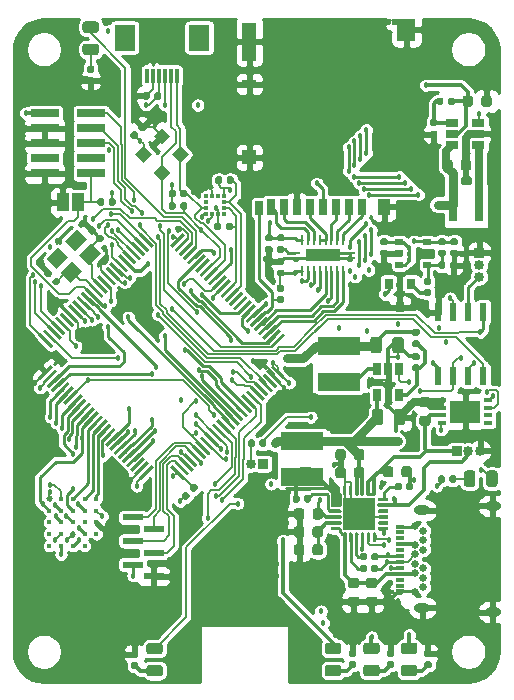
<source format=gbr>
%TF.GenerationSoftware,KiCad,Pcbnew,5.1.8+dfsg1-1~bpo10+1*%
%TF.CreationDate,2021-01-23T23:31:27+00:00*%
%TF.ProjectId,atlas,61746c61-732e-46b6-9963-61645f706362,rev?*%
%TF.SameCoordinates,Original*%
%TF.FileFunction,Copper,L1,Top*%
%TF.FilePolarity,Positive*%
%FSLAX46Y46*%
G04 Gerber Fmt 4.6, Leading zero omitted, Abs format (unit mm)*
G04 Created by KiCad (PCBNEW 5.1.8+dfsg1-1~bpo10+1) date 2021-01-23 23:31:27*
%MOMM*%
%LPD*%
G01*
G04 APERTURE LIST*
%TA.AperFunction,SMDPad,CuDef*%
%ADD10C,0.100000*%
%TD*%
%TA.AperFunction,SMDPad,CuDef*%
%ADD11R,2.700000X2.700000*%
%TD*%
%TA.AperFunction,SMDPad,CuDef*%
%ADD12R,1.750000X0.600000*%
%TD*%
%TA.AperFunction,ComponentPad*%
%ADD13O,0.850000X0.850000*%
%TD*%
%TA.AperFunction,ComponentPad*%
%ADD14R,0.850000X0.850000*%
%TD*%
%TA.AperFunction,SMDPad,CuDef*%
%ADD15R,0.650000X1.060000*%
%TD*%
%TA.AperFunction,SMDPad,CuDef*%
%ADD16R,0.800000X2.700000*%
%TD*%
%TA.AperFunction,SMDPad,CuDef*%
%ADD17R,0.600000X1.550000*%
%TD*%
%TA.AperFunction,SMDPad,CuDef*%
%ADD18R,2.400000X0.740000*%
%TD*%
%TA.AperFunction,SMDPad,CuDef*%
%ADD19C,0.400000*%
%TD*%
%TA.AperFunction,SMDPad,CuDef*%
%ADD20R,1.800000X2.200000*%
%TD*%
%TA.AperFunction,SMDPad,CuDef*%
%ADD21R,0.300000X1.300000*%
%TD*%
%TA.AperFunction,SMDPad,CuDef*%
%ADD22R,1.000000X1.500000*%
%TD*%
%TA.AperFunction,ComponentPad*%
%ADD23O,1.400000X0.800000*%
%TD*%
%TA.AperFunction,SMDPad,CuDef*%
%ADD24R,0.700000X0.300000*%
%TD*%
%TA.AperFunction,ComponentPad*%
%ADD25C,0.650000*%
%TD*%
%TA.AperFunction,SMDPad,CuDef*%
%ADD26R,2.560000X1.960000*%
%TD*%
%TA.AperFunction,SMDPad,CuDef*%
%ADD27R,0.700000X0.350000*%
%TD*%
%TA.AperFunction,SMDPad,CuDef*%
%ADD28R,1.200000X0.800000*%
%TD*%
%TA.AperFunction,SMDPad,CuDef*%
%ADD29R,0.500000X0.500000*%
%TD*%
%TA.AperFunction,SMDPad,CuDef*%
%ADD30R,0.700000X1.400000*%
%TD*%
%TA.AperFunction,SMDPad,CuDef*%
%ADD31R,0.700000X1.200000*%
%TD*%
%TA.AperFunction,SMDPad,CuDef*%
%ADD32R,1.200000X3.200000*%
%TD*%
%TA.AperFunction,SMDPad,CuDef*%
%ADD33R,1.200000X1.200000*%
%TD*%
%TA.AperFunction,SMDPad,CuDef*%
%ADD34R,1.000000X1.400000*%
%TD*%
%TA.AperFunction,SMDPad,CuDef*%
%ADD35R,1.500000X1.900000*%
%TD*%
%TA.AperFunction,SMDPad,CuDef*%
%ADD36R,3.600000X1.500000*%
%TD*%
%TA.AperFunction,SMDPad,CuDef*%
%ADD37R,1.060000X0.650000*%
%TD*%
%TA.AperFunction,SMDPad,CuDef*%
%ADD38R,0.700000X0.510000*%
%TD*%
%TA.AperFunction,SMDPad,CuDef*%
%ADD39R,2.900000X1.000000*%
%TD*%
%TA.AperFunction,SMDPad,CuDef*%
%ADD40R,0.240000X0.900000*%
%TD*%
%TA.AperFunction,SMDPad,CuDef*%
%ADD41R,0.900000X0.240000*%
%TD*%
%TA.AperFunction,SMDPad,CuDef*%
%ADD42R,0.375000X0.350000*%
%TD*%
%TA.AperFunction,SMDPad,CuDef*%
%ADD43R,0.350000X0.375000*%
%TD*%
%TA.AperFunction,SMDPad,CuDef*%
%ADD44R,0.800000X0.900000*%
%TD*%
%TA.AperFunction,ViaPad*%
%ADD45C,0.457200*%
%TD*%
%TA.AperFunction,Conductor*%
%ADD46C,0.349000*%
%TD*%
%TA.AperFunction,Conductor*%
%ADD47C,0.175000*%
%TD*%
%TA.AperFunction,Conductor*%
%ADD48C,0.200000*%
%TD*%
%TA.AperFunction,Conductor*%
%ADD49C,0.265000*%
%TD*%
%TA.AperFunction,Conductor*%
%ADD50C,0.700000*%
%TD*%
%TA.AperFunction,Conductor*%
%ADD51C,0.250000*%
%TD*%
%TA.AperFunction,Conductor*%
%ADD52C,0.750000*%
%TD*%
%TA.AperFunction,Conductor*%
%ADD53C,0.100000*%
%TD*%
%TA.AperFunction,Conductor*%
%ADD54C,0.254000*%
%TD*%
G04 APERTURE END LIST*
%TA.AperFunction,SMDPad,CuDef*%
D10*
%TO.P,U10,1*%
%TO.N,/USB_PORT_VBUS*%
G36*
X203543241Y-128644549D02*
G01*
X203556716Y-128647230D01*
X203569864Y-128651218D01*
X203582557Y-128656475D01*
X203594673Y-128662952D01*
X203606097Y-128670585D01*
X203616717Y-128679301D01*
X203626432Y-128689016D01*
X203635148Y-128699636D01*
X203642781Y-128711060D01*
X203649258Y-128723176D01*
X203654515Y-128735869D01*
X203658503Y-128749017D01*
X203661184Y-128762492D01*
X203662530Y-128776165D01*
X203662530Y-128783034D01*
X203662699Y-128783034D01*
X203662699Y-129493034D01*
X203382699Y-129493034D01*
X203382699Y-128783034D01*
X203382868Y-128783034D01*
X203382868Y-128776165D01*
X203384214Y-128762492D01*
X203386895Y-128749017D01*
X203390883Y-128735869D01*
X203396140Y-128723176D01*
X203402617Y-128711060D01*
X203410250Y-128699636D01*
X203418966Y-128689016D01*
X203428681Y-128679301D01*
X203439301Y-128670585D01*
X203450725Y-128662952D01*
X203462841Y-128656475D01*
X203475534Y-128651218D01*
X203488682Y-128647230D01*
X203502157Y-128644549D01*
X203515830Y-128643203D01*
X203529568Y-128643203D01*
X203543241Y-128644549D01*
G37*
%TD.AperFunction*%
%TA.AperFunction,SMDPad,CuDef*%
%TO.P,U10,2*%
%TO.N,/USB_CHGR_D+*%
G36*
X204043241Y-128644549D02*
G01*
X204056716Y-128647230D01*
X204069864Y-128651218D01*
X204082557Y-128656475D01*
X204094673Y-128662952D01*
X204106097Y-128670585D01*
X204116717Y-128679301D01*
X204126432Y-128689016D01*
X204135148Y-128699636D01*
X204142781Y-128711060D01*
X204149258Y-128723176D01*
X204154515Y-128735869D01*
X204158503Y-128749017D01*
X204161184Y-128762492D01*
X204162530Y-128776165D01*
X204162530Y-128783034D01*
X204162699Y-128783034D01*
X204162699Y-129493034D01*
X203882699Y-129493034D01*
X203882699Y-128783034D01*
X203882868Y-128783034D01*
X203882868Y-128776165D01*
X203884214Y-128762492D01*
X203886895Y-128749017D01*
X203890883Y-128735869D01*
X203896140Y-128723176D01*
X203902617Y-128711060D01*
X203910250Y-128699636D01*
X203918966Y-128689016D01*
X203928681Y-128679301D01*
X203939301Y-128670585D01*
X203950725Y-128662952D01*
X203962841Y-128656475D01*
X203975534Y-128651218D01*
X203988682Y-128647230D01*
X204002157Y-128644549D01*
X204015830Y-128643203D01*
X204029568Y-128643203D01*
X204043241Y-128644549D01*
G37*
%TD.AperFunction*%
%TA.AperFunction,SMDPad,CuDef*%
%TO.P,U10,3*%
%TO.N,/USB_CHGR_D-*%
G36*
X204543241Y-128644549D02*
G01*
X204556716Y-128647230D01*
X204569864Y-128651218D01*
X204582557Y-128656475D01*
X204594673Y-128662952D01*
X204606097Y-128670585D01*
X204616717Y-128679301D01*
X204626432Y-128689016D01*
X204635148Y-128699636D01*
X204642781Y-128711060D01*
X204649258Y-128723176D01*
X204654515Y-128735869D01*
X204658503Y-128749017D01*
X204661184Y-128762492D01*
X204662530Y-128776165D01*
X204662530Y-128783034D01*
X204662699Y-128783034D01*
X204662699Y-129493034D01*
X204382699Y-129493034D01*
X204382699Y-128783034D01*
X204382868Y-128783034D01*
X204382868Y-128776165D01*
X204384214Y-128762492D01*
X204386895Y-128749017D01*
X204390883Y-128735869D01*
X204396140Y-128723176D01*
X204402617Y-128711060D01*
X204410250Y-128699636D01*
X204418966Y-128689016D01*
X204428681Y-128679301D01*
X204439301Y-128670585D01*
X204450725Y-128662952D01*
X204462841Y-128656475D01*
X204475534Y-128651218D01*
X204488682Y-128647230D01*
X204502157Y-128644549D01*
X204515830Y-128643203D01*
X204529568Y-128643203D01*
X204543241Y-128644549D01*
G37*
%TD.AperFunction*%
%TA.AperFunction,SMDPad,CuDef*%
%TO.P,U10,4*%
%TO.N,/CHG_STAT*%
G36*
X205043241Y-128644549D02*
G01*
X205056716Y-128647230D01*
X205069864Y-128651218D01*
X205082557Y-128656475D01*
X205094673Y-128662952D01*
X205106097Y-128670585D01*
X205116717Y-128679301D01*
X205126432Y-128689016D01*
X205135148Y-128699636D01*
X205142781Y-128711060D01*
X205149258Y-128723176D01*
X205154515Y-128735869D01*
X205158503Y-128749017D01*
X205161184Y-128762492D01*
X205162530Y-128776165D01*
X205162530Y-128783034D01*
X205162699Y-128783034D01*
X205162699Y-129493034D01*
X204882699Y-129493034D01*
X204882699Y-128783034D01*
X204882868Y-128783034D01*
X204882868Y-128776165D01*
X204884214Y-128762492D01*
X204886895Y-128749017D01*
X204890883Y-128735869D01*
X204896140Y-128723176D01*
X204902617Y-128711060D01*
X204910250Y-128699636D01*
X204918966Y-128689016D01*
X204928681Y-128679301D01*
X204939301Y-128670585D01*
X204950725Y-128662952D01*
X204962841Y-128656475D01*
X204975534Y-128651218D01*
X204988682Y-128647230D01*
X205002157Y-128644549D01*
X205015830Y-128643203D01*
X205029568Y-128643203D01*
X205043241Y-128644549D01*
G37*
%TD.AperFunction*%
%TA.AperFunction,SMDPad,CuDef*%
%TO.P,U10,5*%
%TO.N,/I2C4_SCL_SYSTEM*%
G36*
X205543241Y-128644549D02*
G01*
X205556716Y-128647230D01*
X205569864Y-128651218D01*
X205582557Y-128656475D01*
X205594673Y-128662952D01*
X205606097Y-128670585D01*
X205616717Y-128679301D01*
X205626432Y-128689016D01*
X205635148Y-128699636D01*
X205642781Y-128711060D01*
X205649258Y-128723176D01*
X205654515Y-128735869D01*
X205658503Y-128749017D01*
X205661184Y-128762492D01*
X205662530Y-128776165D01*
X205662530Y-128783034D01*
X205662699Y-128783034D01*
X205662699Y-129493034D01*
X205382699Y-129493034D01*
X205382699Y-128783034D01*
X205382868Y-128783034D01*
X205382868Y-128776165D01*
X205384214Y-128762492D01*
X205386895Y-128749017D01*
X205390883Y-128735869D01*
X205396140Y-128723176D01*
X205402617Y-128711060D01*
X205410250Y-128699636D01*
X205418966Y-128689016D01*
X205428681Y-128679301D01*
X205439301Y-128670585D01*
X205450725Y-128662952D01*
X205462841Y-128656475D01*
X205475534Y-128651218D01*
X205488682Y-128647230D01*
X205502157Y-128644549D01*
X205515830Y-128643203D01*
X205529568Y-128643203D01*
X205543241Y-128644549D01*
G37*
%TD.AperFunction*%
%TA.AperFunction,SMDPad,CuDef*%
%TO.P,U10,6*%
%TO.N,/I2C4_SDA_SYSTEM*%
G36*
X206043241Y-128644549D02*
G01*
X206056716Y-128647230D01*
X206069864Y-128651218D01*
X206082557Y-128656475D01*
X206094673Y-128662952D01*
X206106097Y-128670585D01*
X206116717Y-128679301D01*
X206126432Y-128689016D01*
X206135148Y-128699636D01*
X206142781Y-128711060D01*
X206149258Y-128723176D01*
X206154515Y-128735869D01*
X206158503Y-128749017D01*
X206161184Y-128762492D01*
X206162530Y-128776165D01*
X206162530Y-128783034D01*
X206162699Y-128783034D01*
X206162699Y-129493034D01*
X205882699Y-129493034D01*
X205882699Y-128783034D01*
X205882868Y-128783034D01*
X205882868Y-128776165D01*
X205884214Y-128762492D01*
X205886895Y-128749017D01*
X205890883Y-128735869D01*
X205896140Y-128723176D01*
X205902617Y-128711060D01*
X205910250Y-128699636D01*
X205918966Y-128689016D01*
X205928681Y-128679301D01*
X205939301Y-128670585D01*
X205950725Y-128662952D01*
X205962841Y-128656475D01*
X205975534Y-128651218D01*
X205988682Y-128647230D01*
X206002157Y-128644549D01*
X206015830Y-128643203D01*
X206029568Y-128643203D01*
X206043241Y-128644549D01*
G37*
%TD.AperFunction*%
%TA.AperFunction,SMDPad,CuDef*%
%TO.P,U10,7*%
%TO.N,/BQ25611_INT*%
G36*
X206324214Y-128322492D02*
G01*
X206326895Y-128309017D01*
X206330883Y-128295869D01*
X206336140Y-128283176D01*
X206342617Y-128271060D01*
X206350250Y-128259636D01*
X206358966Y-128249016D01*
X206368681Y-128239301D01*
X206379301Y-128230585D01*
X206390725Y-128222952D01*
X206402841Y-128216475D01*
X206415534Y-128211218D01*
X206428682Y-128207230D01*
X206442157Y-128204549D01*
X206455830Y-128203203D01*
X206462699Y-128203203D01*
X206462699Y-128203034D01*
X207172699Y-128203034D01*
X207172699Y-128483034D01*
X206462699Y-128483034D01*
X206462699Y-128482865D01*
X206455830Y-128482865D01*
X206442157Y-128481519D01*
X206428682Y-128478838D01*
X206415534Y-128474850D01*
X206402841Y-128469593D01*
X206390725Y-128463116D01*
X206379301Y-128455483D01*
X206368681Y-128446767D01*
X206358966Y-128437052D01*
X206350250Y-128426432D01*
X206342617Y-128415008D01*
X206336140Y-128402892D01*
X206330883Y-128390199D01*
X206326895Y-128377051D01*
X206324214Y-128363576D01*
X206322868Y-128349903D01*
X206322868Y-128336165D01*
X206324214Y-128322492D01*
G37*
%TD.AperFunction*%
%TA.AperFunction,SMDPad,CuDef*%
%TO.P,U10,8*%
%TO.N,Net-(U10-Pad8)*%
G36*
X206324214Y-127822492D02*
G01*
X206326895Y-127809017D01*
X206330883Y-127795869D01*
X206336140Y-127783176D01*
X206342617Y-127771060D01*
X206350250Y-127759636D01*
X206358966Y-127749016D01*
X206368681Y-127739301D01*
X206379301Y-127730585D01*
X206390725Y-127722952D01*
X206402841Y-127716475D01*
X206415534Y-127711218D01*
X206428682Y-127707230D01*
X206442157Y-127704549D01*
X206455830Y-127703203D01*
X206462699Y-127703203D01*
X206462699Y-127703034D01*
X207172699Y-127703034D01*
X207172699Y-127983034D01*
X206462699Y-127983034D01*
X206462699Y-127982865D01*
X206455830Y-127982865D01*
X206442157Y-127981519D01*
X206428682Y-127978838D01*
X206415534Y-127974850D01*
X206402841Y-127969593D01*
X206390725Y-127963116D01*
X206379301Y-127955483D01*
X206368681Y-127946767D01*
X206358966Y-127937052D01*
X206350250Y-127926432D01*
X206342617Y-127915008D01*
X206336140Y-127902892D01*
X206330883Y-127890199D01*
X206326895Y-127877051D01*
X206324214Y-127863576D01*
X206322868Y-127849903D01*
X206322868Y-127836165D01*
X206324214Y-127822492D01*
G37*
%TD.AperFunction*%
%TA.AperFunction,SMDPad,CuDef*%
%TO.P,U10,9*%
%TO.N,GND*%
G36*
X206324214Y-127322492D02*
G01*
X206326895Y-127309017D01*
X206330883Y-127295869D01*
X206336140Y-127283176D01*
X206342617Y-127271060D01*
X206350250Y-127259636D01*
X206358966Y-127249016D01*
X206368681Y-127239301D01*
X206379301Y-127230585D01*
X206390725Y-127222952D01*
X206402841Y-127216475D01*
X206415534Y-127211218D01*
X206428682Y-127207230D01*
X206442157Y-127204549D01*
X206455830Y-127203203D01*
X206462699Y-127203203D01*
X206462699Y-127203034D01*
X207172699Y-127203034D01*
X207172699Y-127483034D01*
X206462699Y-127483034D01*
X206462699Y-127482865D01*
X206455830Y-127482865D01*
X206442157Y-127481519D01*
X206428682Y-127478838D01*
X206415534Y-127474850D01*
X206402841Y-127469593D01*
X206390725Y-127463116D01*
X206379301Y-127455483D01*
X206368681Y-127446767D01*
X206358966Y-127437052D01*
X206350250Y-127426432D01*
X206342617Y-127415008D01*
X206336140Y-127402892D01*
X206330883Y-127390199D01*
X206326895Y-127377051D01*
X206324214Y-127363576D01*
X206322868Y-127349903D01*
X206322868Y-127336165D01*
X206324214Y-127322492D01*
G37*
%TD.AperFunction*%
%TA.AperFunction,SMDPad,CuDef*%
%TO.P,U10,10*%
%TO.N,Net-(U10-Pad10)*%
G36*
X206324214Y-126822492D02*
G01*
X206326895Y-126809017D01*
X206330883Y-126795869D01*
X206336140Y-126783176D01*
X206342617Y-126771060D01*
X206350250Y-126759636D01*
X206358966Y-126749016D01*
X206368681Y-126739301D01*
X206379301Y-126730585D01*
X206390725Y-126722952D01*
X206402841Y-126716475D01*
X206415534Y-126711218D01*
X206428682Y-126707230D01*
X206442157Y-126704549D01*
X206455830Y-126703203D01*
X206462699Y-126703203D01*
X206462699Y-126703034D01*
X207172699Y-126703034D01*
X207172699Y-126983034D01*
X206462699Y-126983034D01*
X206462699Y-126982865D01*
X206455830Y-126982865D01*
X206442157Y-126981519D01*
X206428682Y-126978838D01*
X206415534Y-126974850D01*
X206402841Y-126969593D01*
X206390725Y-126963116D01*
X206379301Y-126955483D01*
X206368681Y-126946767D01*
X206358966Y-126937052D01*
X206350250Y-126926432D01*
X206342617Y-126915008D01*
X206336140Y-126902892D01*
X206330883Y-126890199D01*
X206326895Y-126877051D01*
X206324214Y-126863576D01*
X206322868Y-126849903D01*
X206322868Y-126836165D01*
X206324214Y-126822492D01*
G37*
%TD.AperFunction*%
%TA.AperFunction,SMDPad,CuDef*%
%TO.P,U10,11*%
%TO.N,/CELL_NTC*%
G36*
X206324214Y-126322492D02*
G01*
X206326895Y-126309017D01*
X206330883Y-126295869D01*
X206336140Y-126283176D01*
X206342617Y-126271060D01*
X206350250Y-126259636D01*
X206358966Y-126249016D01*
X206368681Y-126239301D01*
X206379301Y-126230585D01*
X206390725Y-126222952D01*
X206402841Y-126216475D01*
X206415534Y-126211218D01*
X206428682Y-126207230D01*
X206442157Y-126204549D01*
X206455830Y-126203203D01*
X206462699Y-126203203D01*
X206462699Y-126203034D01*
X207172699Y-126203034D01*
X207172699Y-126483034D01*
X206462699Y-126483034D01*
X206462699Y-126482865D01*
X206455830Y-126482865D01*
X206442157Y-126481519D01*
X206428682Y-126478838D01*
X206415534Y-126474850D01*
X206402841Y-126469593D01*
X206390725Y-126463116D01*
X206379301Y-126455483D01*
X206368681Y-126446767D01*
X206358966Y-126437052D01*
X206350250Y-126426432D01*
X206342617Y-126415008D01*
X206336140Y-126402892D01*
X206330883Y-126390199D01*
X206326895Y-126377051D01*
X206324214Y-126363576D01*
X206322868Y-126349903D01*
X206322868Y-126336165D01*
X206324214Y-126322492D01*
G37*
%TD.AperFunction*%
%TA.AperFunction,SMDPad,CuDef*%
%TO.P,U10,12*%
%TO.N,Net-(R24-Pad2)*%
G36*
X206324214Y-125822492D02*
G01*
X206326895Y-125809017D01*
X206330883Y-125795869D01*
X206336140Y-125783176D01*
X206342617Y-125771060D01*
X206350250Y-125759636D01*
X206358966Y-125749016D01*
X206368681Y-125739301D01*
X206379301Y-125730585D01*
X206390725Y-125722952D01*
X206402841Y-125716475D01*
X206415534Y-125711218D01*
X206428682Y-125707230D01*
X206442157Y-125704549D01*
X206455830Y-125703203D01*
X206462699Y-125703203D01*
X206462699Y-125703034D01*
X207172699Y-125703034D01*
X207172699Y-125983034D01*
X206462699Y-125983034D01*
X206462699Y-125982865D01*
X206455830Y-125982865D01*
X206442157Y-125981519D01*
X206428682Y-125978838D01*
X206415534Y-125974850D01*
X206402841Y-125969593D01*
X206390725Y-125963116D01*
X206379301Y-125955483D01*
X206368681Y-125946767D01*
X206358966Y-125937052D01*
X206350250Y-125926432D01*
X206342617Y-125915008D01*
X206336140Y-125902892D01*
X206330883Y-125890199D01*
X206326895Y-125877051D01*
X206324214Y-125863576D01*
X206322868Y-125849903D01*
X206322868Y-125836165D01*
X206324214Y-125822492D01*
G37*
%TD.AperFunction*%
%TA.AperFunction,SMDPad,CuDef*%
%TO.P,U10,13*%
%TO.N,/CELL_POS*%
G36*
X206002157Y-125541519D02*
G01*
X205988682Y-125538838D01*
X205975534Y-125534850D01*
X205962841Y-125529593D01*
X205950725Y-125523116D01*
X205939301Y-125515483D01*
X205928681Y-125506767D01*
X205918966Y-125497052D01*
X205910250Y-125486432D01*
X205902617Y-125475008D01*
X205896140Y-125462892D01*
X205890883Y-125450199D01*
X205886895Y-125437051D01*
X205884214Y-125423576D01*
X205882868Y-125409903D01*
X205882868Y-125403034D01*
X205882699Y-125403034D01*
X205882699Y-124693034D01*
X206162699Y-124693034D01*
X206162699Y-125403034D01*
X206162530Y-125403034D01*
X206162530Y-125409903D01*
X206161184Y-125423576D01*
X206158503Y-125437051D01*
X206154515Y-125450199D01*
X206149258Y-125462892D01*
X206142781Y-125475008D01*
X206135148Y-125486432D01*
X206126432Y-125497052D01*
X206116717Y-125506767D01*
X206106097Y-125515483D01*
X206094673Y-125523116D01*
X206082557Y-125529593D01*
X206069864Y-125534850D01*
X206056716Y-125538838D01*
X206043241Y-125541519D01*
X206029568Y-125542865D01*
X206015830Y-125542865D01*
X206002157Y-125541519D01*
G37*
%TD.AperFunction*%
%TA.AperFunction,SMDPad,CuDef*%
%TO.P,U10,14*%
G36*
X205502157Y-125541519D02*
G01*
X205488682Y-125538838D01*
X205475534Y-125534850D01*
X205462841Y-125529593D01*
X205450725Y-125523116D01*
X205439301Y-125515483D01*
X205428681Y-125506767D01*
X205418966Y-125497052D01*
X205410250Y-125486432D01*
X205402617Y-125475008D01*
X205396140Y-125462892D01*
X205390883Y-125450199D01*
X205386895Y-125437051D01*
X205384214Y-125423576D01*
X205382868Y-125409903D01*
X205382868Y-125403034D01*
X205382699Y-125403034D01*
X205382699Y-124693034D01*
X205662699Y-124693034D01*
X205662699Y-125403034D01*
X205662530Y-125403034D01*
X205662530Y-125409903D01*
X205661184Y-125423576D01*
X205658503Y-125437051D01*
X205654515Y-125450199D01*
X205649258Y-125462892D01*
X205642781Y-125475008D01*
X205635148Y-125486432D01*
X205626432Y-125497052D01*
X205616717Y-125506767D01*
X205606097Y-125515483D01*
X205594673Y-125523116D01*
X205582557Y-125529593D01*
X205569864Y-125534850D01*
X205556716Y-125538838D01*
X205543241Y-125541519D01*
X205529568Y-125542865D01*
X205515830Y-125542865D01*
X205502157Y-125541519D01*
G37*
%TD.AperFunction*%
%TA.AperFunction,SMDPad,CuDef*%
%TO.P,U10,15*%
%TO.N,/VCC_SYS*%
G36*
X205002157Y-125541519D02*
G01*
X204988682Y-125538838D01*
X204975534Y-125534850D01*
X204962841Y-125529593D01*
X204950725Y-125523116D01*
X204939301Y-125515483D01*
X204928681Y-125506767D01*
X204918966Y-125497052D01*
X204910250Y-125486432D01*
X204902617Y-125475008D01*
X204896140Y-125462892D01*
X204890883Y-125450199D01*
X204886895Y-125437051D01*
X204884214Y-125423576D01*
X204882868Y-125409903D01*
X204882868Y-125403034D01*
X204882699Y-125403034D01*
X204882699Y-124693034D01*
X205162699Y-124693034D01*
X205162699Y-125403034D01*
X205162530Y-125403034D01*
X205162530Y-125409903D01*
X205161184Y-125423576D01*
X205158503Y-125437051D01*
X205154515Y-125450199D01*
X205149258Y-125462892D01*
X205142781Y-125475008D01*
X205135148Y-125486432D01*
X205126432Y-125497052D01*
X205116717Y-125506767D01*
X205106097Y-125515483D01*
X205094673Y-125523116D01*
X205082557Y-125529593D01*
X205069864Y-125534850D01*
X205056716Y-125538838D01*
X205043241Y-125541519D01*
X205029568Y-125542865D01*
X205015830Y-125542865D01*
X205002157Y-125541519D01*
G37*
%TD.AperFunction*%
%TA.AperFunction,SMDPad,CuDef*%
%TO.P,U10,16*%
G36*
X204502157Y-125541519D02*
G01*
X204488682Y-125538838D01*
X204475534Y-125534850D01*
X204462841Y-125529593D01*
X204450725Y-125523116D01*
X204439301Y-125515483D01*
X204428681Y-125506767D01*
X204418966Y-125497052D01*
X204410250Y-125486432D01*
X204402617Y-125475008D01*
X204396140Y-125462892D01*
X204390883Y-125450199D01*
X204386895Y-125437051D01*
X204384214Y-125423576D01*
X204382868Y-125409903D01*
X204382868Y-125403034D01*
X204382699Y-125403034D01*
X204382699Y-124693034D01*
X204662699Y-124693034D01*
X204662699Y-125403034D01*
X204662530Y-125403034D01*
X204662530Y-125409903D01*
X204661184Y-125423576D01*
X204658503Y-125437051D01*
X204654515Y-125450199D01*
X204649258Y-125462892D01*
X204642781Y-125475008D01*
X204635148Y-125486432D01*
X204626432Y-125497052D01*
X204616717Y-125506767D01*
X204606097Y-125515483D01*
X204594673Y-125523116D01*
X204582557Y-125529593D01*
X204569864Y-125534850D01*
X204556716Y-125538838D01*
X204543241Y-125541519D01*
X204529568Y-125542865D01*
X204515830Y-125542865D01*
X204502157Y-125541519D01*
G37*
%TD.AperFunction*%
%TA.AperFunction,SMDPad,CuDef*%
%TO.P,U10,17*%
%TO.N,GND*%
G36*
X204002157Y-125541519D02*
G01*
X203988682Y-125538838D01*
X203975534Y-125534850D01*
X203962841Y-125529593D01*
X203950725Y-125523116D01*
X203939301Y-125515483D01*
X203928681Y-125506767D01*
X203918966Y-125497052D01*
X203910250Y-125486432D01*
X203902617Y-125475008D01*
X203896140Y-125462892D01*
X203890883Y-125450199D01*
X203886895Y-125437051D01*
X203884214Y-125423576D01*
X203882868Y-125409903D01*
X203882868Y-125403034D01*
X203882699Y-125403034D01*
X203882699Y-124693034D01*
X204162699Y-124693034D01*
X204162699Y-125403034D01*
X204162530Y-125403034D01*
X204162530Y-125409903D01*
X204161184Y-125423576D01*
X204158503Y-125437051D01*
X204154515Y-125450199D01*
X204149258Y-125462892D01*
X204142781Y-125475008D01*
X204135148Y-125486432D01*
X204126432Y-125497052D01*
X204116717Y-125506767D01*
X204106097Y-125515483D01*
X204094673Y-125523116D01*
X204082557Y-125529593D01*
X204069864Y-125534850D01*
X204056716Y-125538838D01*
X204043241Y-125541519D01*
X204029568Y-125542865D01*
X204015830Y-125542865D01*
X204002157Y-125541519D01*
G37*
%TD.AperFunction*%
%TA.AperFunction,SMDPad,CuDef*%
%TO.P,U10,18*%
G36*
X203502157Y-125541519D02*
G01*
X203488682Y-125538838D01*
X203475534Y-125534850D01*
X203462841Y-125529593D01*
X203450725Y-125523116D01*
X203439301Y-125515483D01*
X203428681Y-125506767D01*
X203418966Y-125497052D01*
X203410250Y-125486432D01*
X203402617Y-125475008D01*
X203396140Y-125462892D01*
X203390883Y-125450199D01*
X203386895Y-125437051D01*
X203384214Y-125423576D01*
X203382868Y-125409903D01*
X203382868Y-125403034D01*
X203382699Y-125403034D01*
X203382699Y-124693034D01*
X203662699Y-124693034D01*
X203662699Y-125403034D01*
X203662530Y-125403034D01*
X203662530Y-125409903D01*
X203661184Y-125423576D01*
X203658503Y-125437051D01*
X203654515Y-125450199D01*
X203649258Y-125462892D01*
X203642781Y-125475008D01*
X203635148Y-125486432D01*
X203626432Y-125497052D01*
X203616717Y-125506767D01*
X203606097Y-125515483D01*
X203594673Y-125523116D01*
X203582557Y-125529593D01*
X203569864Y-125534850D01*
X203556716Y-125538838D01*
X203543241Y-125541519D01*
X203529568Y-125542865D01*
X203515830Y-125542865D01*
X203502157Y-125541519D01*
G37*
%TD.AperFunction*%
%TA.AperFunction,SMDPad,CuDef*%
%TO.P,U10,19*%
%TO.N,Net-(C41-Pad1)*%
G36*
X203221184Y-125863576D02*
G01*
X203218503Y-125877051D01*
X203214515Y-125890199D01*
X203209258Y-125902892D01*
X203202781Y-125915008D01*
X203195148Y-125926432D01*
X203186432Y-125937052D01*
X203176717Y-125946767D01*
X203166097Y-125955483D01*
X203154673Y-125963116D01*
X203142557Y-125969593D01*
X203129864Y-125974850D01*
X203116716Y-125978838D01*
X203103241Y-125981519D01*
X203089568Y-125982865D01*
X203082699Y-125982865D01*
X203082699Y-125983034D01*
X202372699Y-125983034D01*
X202372699Y-125703034D01*
X203082699Y-125703034D01*
X203082699Y-125703203D01*
X203089568Y-125703203D01*
X203103241Y-125704549D01*
X203116716Y-125707230D01*
X203129864Y-125711218D01*
X203142557Y-125716475D01*
X203154673Y-125722952D01*
X203166097Y-125730585D01*
X203176717Y-125739301D01*
X203186432Y-125749016D01*
X203195148Y-125759636D01*
X203202781Y-125771060D01*
X203209258Y-125783176D01*
X203214515Y-125795869D01*
X203218503Y-125809017D01*
X203221184Y-125822492D01*
X203222530Y-125836165D01*
X203222530Y-125849903D01*
X203221184Y-125863576D01*
G37*
%TD.AperFunction*%
%TA.AperFunction,SMDPad,CuDef*%
%TO.P,U10,20*%
G36*
X203221184Y-126363576D02*
G01*
X203218503Y-126377051D01*
X203214515Y-126390199D01*
X203209258Y-126402892D01*
X203202781Y-126415008D01*
X203195148Y-126426432D01*
X203186432Y-126437052D01*
X203176717Y-126446767D01*
X203166097Y-126455483D01*
X203154673Y-126463116D01*
X203142557Y-126469593D01*
X203129864Y-126474850D01*
X203116716Y-126478838D01*
X203103241Y-126481519D01*
X203089568Y-126482865D01*
X203082699Y-126482865D01*
X203082699Y-126483034D01*
X202372699Y-126483034D01*
X202372699Y-126203034D01*
X203082699Y-126203034D01*
X203082699Y-126203203D01*
X203089568Y-126203203D01*
X203103241Y-126204549D01*
X203116716Y-126207230D01*
X203129864Y-126211218D01*
X203142557Y-126216475D01*
X203154673Y-126222952D01*
X203166097Y-126230585D01*
X203176717Y-126239301D01*
X203186432Y-126249016D01*
X203195148Y-126259636D01*
X203202781Y-126271060D01*
X203209258Y-126283176D01*
X203214515Y-126295869D01*
X203218503Y-126309017D01*
X203221184Y-126322492D01*
X203222530Y-126336165D01*
X203222530Y-126349903D01*
X203221184Y-126363576D01*
G37*
%TD.AperFunction*%
%TA.AperFunction,SMDPad,CuDef*%
%TO.P,U10,21*%
%TO.N,Net-(C41-Pad2)*%
G36*
X203221184Y-126863576D02*
G01*
X203218503Y-126877051D01*
X203214515Y-126890199D01*
X203209258Y-126902892D01*
X203202781Y-126915008D01*
X203195148Y-126926432D01*
X203186432Y-126937052D01*
X203176717Y-126946767D01*
X203166097Y-126955483D01*
X203154673Y-126963116D01*
X203142557Y-126969593D01*
X203129864Y-126974850D01*
X203116716Y-126978838D01*
X203103241Y-126981519D01*
X203089568Y-126982865D01*
X203082699Y-126982865D01*
X203082699Y-126983034D01*
X202372699Y-126983034D01*
X202372699Y-126703034D01*
X203082699Y-126703034D01*
X203082699Y-126703203D01*
X203089568Y-126703203D01*
X203103241Y-126704549D01*
X203116716Y-126707230D01*
X203129864Y-126711218D01*
X203142557Y-126716475D01*
X203154673Y-126722952D01*
X203166097Y-126730585D01*
X203176717Y-126739301D01*
X203186432Y-126749016D01*
X203195148Y-126759636D01*
X203202781Y-126771060D01*
X203209258Y-126783176D01*
X203214515Y-126795869D01*
X203218503Y-126809017D01*
X203221184Y-126822492D01*
X203222530Y-126836165D01*
X203222530Y-126849903D01*
X203221184Y-126863576D01*
G37*
%TD.AperFunction*%
%TA.AperFunction,SMDPad,CuDef*%
%TO.P,U10,22*%
%TO.N,Net-(C15-Pad2)*%
G36*
X203221184Y-127363576D02*
G01*
X203218503Y-127377051D01*
X203214515Y-127390199D01*
X203209258Y-127402892D01*
X203202781Y-127415008D01*
X203195148Y-127426432D01*
X203186432Y-127437052D01*
X203176717Y-127446767D01*
X203166097Y-127455483D01*
X203154673Y-127463116D01*
X203142557Y-127469593D01*
X203129864Y-127474850D01*
X203116716Y-127478838D01*
X203103241Y-127481519D01*
X203089568Y-127482865D01*
X203082699Y-127482865D01*
X203082699Y-127483034D01*
X202372699Y-127483034D01*
X202372699Y-127203034D01*
X203082699Y-127203034D01*
X203082699Y-127203203D01*
X203089568Y-127203203D01*
X203103241Y-127204549D01*
X203116716Y-127207230D01*
X203129864Y-127211218D01*
X203142557Y-127216475D01*
X203154673Y-127222952D01*
X203166097Y-127230585D01*
X203176717Y-127239301D01*
X203186432Y-127249016D01*
X203195148Y-127259636D01*
X203202781Y-127271060D01*
X203209258Y-127283176D01*
X203214515Y-127295869D01*
X203218503Y-127309017D01*
X203221184Y-127322492D01*
X203222530Y-127336165D01*
X203222530Y-127349903D01*
X203221184Y-127363576D01*
G37*
%TD.AperFunction*%
%TA.AperFunction,SMDPad,CuDef*%
%TO.P,U10,23*%
%TO.N,Net-(C12-Pad2)*%
G36*
X203221184Y-127863576D02*
G01*
X203218503Y-127877051D01*
X203214515Y-127890199D01*
X203209258Y-127902892D01*
X203202781Y-127915008D01*
X203195148Y-127926432D01*
X203186432Y-127937052D01*
X203176717Y-127946767D01*
X203166097Y-127955483D01*
X203154673Y-127963116D01*
X203142557Y-127969593D01*
X203129864Y-127974850D01*
X203116716Y-127978838D01*
X203103241Y-127981519D01*
X203089568Y-127982865D01*
X203082699Y-127982865D01*
X203082699Y-127983034D01*
X202372699Y-127983034D01*
X202372699Y-127703034D01*
X203082699Y-127703034D01*
X203082699Y-127703203D01*
X203089568Y-127703203D01*
X203103241Y-127704549D01*
X203116716Y-127707230D01*
X203129864Y-127711218D01*
X203142557Y-127716475D01*
X203154673Y-127722952D01*
X203166097Y-127730585D01*
X203176717Y-127739301D01*
X203186432Y-127749016D01*
X203195148Y-127759636D01*
X203202781Y-127771060D01*
X203209258Y-127783176D01*
X203214515Y-127795869D01*
X203218503Y-127809017D01*
X203221184Y-127822492D01*
X203222530Y-127836165D01*
X203222530Y-127849903D01*
X203221184Y-127863576D01*
G37*
%TD.AperFunction*%
%TA.AperFunction,SMDPad,CuDef*%
%TO.P,U10,24*%
%TO.N,/USB_PORT_VBUS*%
G36*
X203221184Y-128363576D02*
G01*
X203218503Y-128377051D01*
X203214515Y-128390199D01*
X203209258Y-128402892D01*
X203202781Y-128415008D01*
X203195148Y-128426432D01*
X203186432Y-128437052D01*
X203176717Y-128446767D01*
X203166097Y-128455483D01*
X203154673Y-128463116D01*
X203142557Y-128469593D01*
X203129864Y-128474850D01*
X203116716Y-128478838D01*
X203103241Y-128481519D01*
X203089568Y-128482865D01*
X203082699Y-128482865D01*
X203082699Y-128483034D01*
X202372699Y-128483034D01*
X202372699Y-128203034D01*
X203082699Y-128203034D01*
X203082699Y-128203203D01*
X203089568Y-128203203D01*
X203103241Y-128204549D01*
X203116716Y-128207230D01*
X203129864Y-128211218D01*
X203142557Y-128216475D01*
X203154673Y-128222952D01*
X203166097Y-128230585D01*
X203176717Y-128239301D01*
X203186432Y-128249016D01*
X203195148Y-128259636D01*
X203202781Y-128271060D01*
X203209258Y-128283176D01*
X203214515Y-128295869D01*
X203218503Y-128309017D01*
X203221184Y-128322492D01*
X203222530Y-128336165D01*
X203222530Y-128349903D01*
X203221184Y-128363576D01*
G37*
%TD.AperFunction*%
D11*
%TO.P,U10,25*%
%TO.N,GND*%
X204772699Y-127093034D03*
%TD*%
D12*
%TO.P,J11,6*%
%TO.N,/USART3_RX_NCP*%
X185586400Y-127370200D03*
%TO.P,J11,4*%
%TO.N,/USART3_RTS_NCP*%
X185586400Y-129370200D03*
%TO.P,J11,2*%
%TO.N,/VCC_MCU_3V3*%
X185586400Y-131370200D03*
%TO.P,J11,5*%
%TO.N,/USART3_TX_NCP*%
X187336400Y-128370200D03*
%TO.P,J11,3*%
%TO.N,/USART3_CTS_NCP*%
X187336400Y-130370200D03*
%TO.P,J11,1*%
%TO.N,GND*%
X187336400Y-132370200D03*
%TD*%
D13*
%TO.P,J7,2*%
%TO.N,Net-(J7-Pad2)*%
X195600000Y-122834400D03*
D14*
%TO.P,J7,1*%
%TO.N,/VCC_MCU_3V3*%
X196600000Y-122834400D03*
%TD*%
%TO.P,C13,2*%
%TO.N,GND*%
%TA.AperFunction,SMDPad,CuDef*%
G36*
G01*
X207548000Y-113246250D02*
X207548000Y-112333750D01*
G75*
G02*
X207791750Y-112090000I243750J0D01*
G01*
X208279250Y-112090000D01*
G75*
G02*
X208523000Y-112333750I0J-243750D01*
G01*
X208523000Y-113246250D01*
G75*
G02*
X208279250Y-113490000I-243750J0D01*
G01*
X207791750Y-113490000D01*
G75*
G02*
X207548000Y-113246250I0J243750D01*
G01*
G37*
%TD.AperFunction*%
%TO.P,C13,1*%
%TO.N,/VCC_MCU_3V3*%
%TA.AperFunction,SMDPad,CuDef*%
G36*
G01*
X205673000Y-113246250D02*
X205673000Y-112333750D01*
G75*
G02*
X205916750Y-112090000I243750J0D01*
G01*
X206404250Y-112090000D01*
G75*
G02*
X206648000Y-112333750I0J-243750D01*
G01*
X206648000Y-113246250D01*
G75*
G02*
X206404250Y-113490000I-243750J0D01*
G01*
X205916750Y-113490000D01*
G75*
G02*
X205673000Y-113246250I0J243750D01*
G01*
G37*
%TD.AperFunction*%
%TD*%
%TO.P,C7,2*%
%TO.N,GND*%
%TA.AperFunction,SMDPad,CuDef*%
G36*
G01*
X207673000Y-119346250D02*
X207673000Y-118433750D01*
G75*
G02*
X207916750Y-118190000I243750J0D01*
G01*
X208404250Y-118190000D01*
G75*
G02*
X208648000Y-118433750I0J-243750D01*
G01*
X208648000Y-119346250D01*
G75*
G02*
X208404250Y-119590000I-243750J0D01*
G01*
X207916750Y-119590000D01*
G75*
G02*
X207673000Y-119346250I0J243750D01*
G01*
G37*
%TD.AperFunction*%
%TO.P,C7,1*%
%TO.N,/VCC_SYS*%
%TA.AperFunction,SMDPad,CuDef*%
G36*
G01*
X205798000Y-119346250D02*
X205798000Y-118433750D01*
G75*
G02*
X206041750Y-118190000I243750J0D01*
G01*
X206529250Y-118190000D01*
G75*
G02*
X206773000Y-118433750I0J-243750D01*
G01*
X206773000Y-119346250D01*
G75*
G02*
X206529250Y-119590000I-243750J0D01*
G01*
X206041750Y-119590000D01*
G75*
G02*
X205798000Y-119346250I0J243750D01*
G01*
G37*
%TD.AperFunction*%
%TD*%
D15*
%TO.P,U4,5*%
%TO.N,Net-(R4-Pad1)*%
X208148000Y-117015000D03*
%TO.P,U4,4*%
%TO.N,/VCC_SYS*%
X206248000Y-117015000D03*
%TO.P,U4,3*%
%TO.N,Net-(L3-Pad1)*%
X206248000Y-114815000D03*
%TO.P,U4,2*%
%TO.N,GND*%
X207198000Y-114815000D03*
%TO.P,U4,1*%
%TO.N,/PWR_EN_O*%
X208148000Y-114815000D03*
%TD*%
D16*
%TO.P,L9,2*%
%TO.N,Net-(L9-Pad2)*%
X214872000Y-100950000D03*
%TO.P,L9,1*%
%TO.N,/VCC_SYS*%
X212672000Y-100950000D03*
%TD*%
%TA.AperFunction,SMDPad,CuDef*%
D10*
%TO.P,U1,1*%
%TO.N,/SPI4_SCK_APP*%
G36*
X186077172Y-103488881D02*
G01*
X186275162Y-103290891D01*
X187335822Y-104351551D01*
X187137832Y-104549541D01*
X186077172Y-103488881D01*
G37*
%TD.AperFunction*%
%TA.AperFunction,SMDPad,CuDef*%
%TO.P,U1,2*%
%TO.N,/SPI4_OPT_LCD_NCS*%
G36*
X185723619Y-103842434D02*
G01*
X185921609Y-103644444D01*
X186982269Y-104705104D01*
X186784279Y-104903094D01*
X185723619Y-103842434D01*
G37*
%TD.AperFunction*%
%TA.AperFunction,SMDPad,CuDef*%
%TO.P,U1,3*%
%TO.N,/SPI4_FLASH_NCS*%
G36*
X185370065Y-104195988D02*
G01*
X185568055Y-103997998D01*
X186628715Y-105058658D01*
X186430725Y-105256648D01*
X185370065Y-104195988D01*
G37*
%TD.AperFunction*%
%TA.AperFunction,SMDPad,CuDef*%
%TO.P,U1,4*%
%TO.N,/SPI4_MISO_APP*%
G36*
X185016512Y-104549541D02*
G01*
X185214502Y-104351551D01*
X186275162Y-105412211D01*
X186077172Y-105610201D01*
X185016512Y-104549541D01*
G37*
%TD.AperFunction*%
%TA.AperFunction,SMDPad,CuDef*%
%TO.P,U1,5*%
%TO.N,/SPI4_MOSI_APP*%
G36*
X184662959Y-104903094D02*
G01*
X184860949Y-104705104D01*
X185921609Y-105765764D01*
X185723619Y-105963754D01*
X184662959Y-104903094D01*
G37*
%TD.AperFunction*%
%TA.AperFunction,SMDPad,CuDef*%
%TO.P,U1,6*%
%TO.N,/VCC_BACKUP*%
G36*
X184309405Y-105256648D02*
G01*
X184507395Y-105058658D01*
X185568055Y-106119318D01*
X185370065Y-106317308D01*
X184309405Y-105256648D01*
G37*
%TD.AperFunction*%
%TA.AperFunction,SMDPad,CuDef*%
%TO.P,U1,7*%
%TO.N,/STC911_INT*%
G36*
X183955852Y-105610201D02*
G01*
X184153842Y-105412211D01*
X185214502Y-106472871D01*
X185016512Y-106670861D01*
X183955852Y-105610201D01*
G37*
%TD.AperFunction*%
%TA.AperFunction,SMDPad,CuDef*%
%TO.P,U1,8*%
%TO.N,/RCC_OSC32_IN*%
G36*
X183602298Y-105963754D02*
G01*
X183800288Y-105765764D01*
X184860948Y-106826424D01*
X184662958Y-107024414D01*
X183602298Y-105963754D01*
G37*
%TD.AperFunction*%
%TA.AperFunction,SMDPad,CuDef*%
%TO.P,U1,9*%
%TO.N,/RCC_OSC32_OUT*%
G36*
X183248745Y-106317308D02*
G01*
X183446735Y-106119318D01*
X184507395Y-107179978D01*
X184309405Y-107377968D01*
X183248745Y-106317308D01*
G37*
%TD.AperFunction*%
%TA.AperFunction,SMDPad,CuDef*%
%TO.P,U1,10*%
%TO.N,GND*%
G36*
X182895192Y-106670861D02*
G01*
X183093182Y-106472871D01*
X184153842Y-107533531D01*
X183955852Y-107731521D01*
X182895192Y-106670861D01*
G37*
%TD.AperFunction*%
%TA.AperFunction,SMDPad,CuDef*%
%TO.P,U1,11*%
%TO.N,/VCC_MCU_3V3*%
G36*
X182541638Y-107024415D02*
G01*
X182739628Y-106826425D01*
X183800288Y-107887085D01*
X183602298Y-108085075D01*
X182541638Y-107024415D01*
G37*
%TD.AperFunction*%
%TA.AperFunction,SMDPad,CuDef*%
%TO.P,U1,12*%
%TO.N,/RCC_OSC_IN*%
G36*
X182188085Y-107377968D02*
G01*
X182386075Y-107179978D01*
X183446735Y-108240638D01*
X183248745Y-108438628D01*
X182188085Y-107377968D01*
G37*
%TD.AperFunction*%
%TA.AperFunction,SMDPad,CuDef*%
%TO.P,U1,13*%
%TO.N,/RCC_OSC_OUT*%
G36*
X181834531Y-107731521D02*
G01*
X182032521Y-107533531D01*
X183093181Y-108594191D01*
X182895191Y-108792181D01*
X181834531Y-107731521D01*
G37*
%TD.AperFunction*%
%TA.AperFunction,SMDPad,CuDef*%
%TO.P,U1,14*%
%TO.N,/DEBUG_NRESET_STM*%
G36*
X181480978Y-108085075D02*
G01*
X181678968Y-107887085D01*
X182739628Y-108947745D01*
X182541638Y-109145735D01*
X181480978Y-108085075D01*
G37*
%TD.AperFunction*%
%TA.AperFunction,SMDPad,CuDef*%
%TO.P,U1,15*%
%TO.N,/LTDC_R5*%
G36*
X181127425Y-108438628D02*
G01*
X181325415Y-108240638D01*
X182386075Y-109301298D01*
X182188085Y-109499288D01*
X181127425Y-108438628D01*
G37*
%TD.AperFunction*%
%TA.AperFunction,SMDPad,CuDef*%
%TO.P,U1,16*%
%TO.N,/STM_STATUS_R*%
G36*
X180773871Y-108792182D02*
G01*
X180971861Y-108594192D01*
X182032521Y-109654852D01*
X181834531Y-109852842D01*
X180773871Y-108792182D01*
G37*
%TD.AperFunction*%
%TA.AperFunction,SMDPad,CuDef*%
%TO.P,U1,17*%
%TO.N,/STM_STATUS_0*%
G36*
X180420318Y-109145735D02*
G01*
X180618308Y-108947745D01*
X181678968Y-110008405D01*
X181480978Y-110206395D01*
X180420318Y-109145735D01*
G37*
%TD.AperFunction*%
%TA.AperFunction,SMDPad,CuDef*%
%TO.P,U1,18*%
%TO.N,/STM_STATUS_L*%
G36*
X180066764Y-109499288D02*
G01*
X180264754Y-109301298D01*
X181325414Y-110361958D01*
X181127424Y-110559948D01*
X180066764Y-109499288D01*
G37*
%TD.AperFunction*%
%TA.AperFunction,SMDPad,CuDef*%
%TO.P,U1,19*%
%TO.N,GND*%
G36*
X179713211Y-109852842D02*
G01*
X179911201Y-109654852D01*
X180971861Y-110715512D01*
X180773871Y-110913502D01*
X179713211Y-109852842D01*
G37*
%TD.AperFunction*%
%TA.AperFunction,SMDPad,CuDef*%
%TO.P,U1,20*%
%TO.N,Net-(U1-Pad20)*%
G36*
X179359658Y-110206395D02*
G01*
X179557648Y-110008405D01*
X180618308Y-111069065D01*
X180420318Y-111267055D01*
X179359658Y-110206395D01*
G37*
%TD.AperFunction*%
%TA.AperFunction,SMDPad,CuDef*%
%TO.P,U1,21*%
%TO.N,/VCC_MCU_3V3*%
G36*
X179006104Y-110559949D02*
G01*
X179204094Y-110361959D01*
X180264754Y-111422619D01*
X180066764Y-111620609D01*
X179006104Y-110559949D01*
G37*
%TD.AperFunction*%
%TA.AperFunction,SMDPad,CuDef*%
%TO.P,U1,22*%
%TO.N,/SW_R*%
G36*
X178652551Y-110913502D02*
G01*
X178850541Y-110715512D01*
X179911201Y-111776172D01*
X179713211Y-111974162D01*
X178652551Y-110913502D01*
G37*
%TD.AperFunction*%
%TA.AperFunction,SMDPad,CuDef*%
%TO.P,U1,23*%
%TO.N,/SW_0*%
G36*
X178298998Y-111267055D02*
G01*
X178496988Y-111069065D01*
X179557648Y-112129725D01*
X179359658Y-112327715D01*
X178298998Y-111267055D01*
G37*
%TD.AperFunction*%
%TA.AperFunction,SMDPad,CuDef*%
%TO.P,U1,24*%
%TO.N,/~USB_DET*%
G36*
X177945444Y-111620609D02*
G01*
X178143434Y-111422619D01*
X179204094Y-112483279D01*
X179006104Y-112681269D01*
X177945444Y-111620609D01*
G37*
%TD.AperFunction*%
%TA.AperFunction,SMDPad,CuDef*%
%TO.P,U1,25*%
%TO.N,/SW_L*%
G36*
X177591891Y-111974162D02*
G01*
X177789881Y-111776172D01*
X178850541Y-112836832D01*
X178652551Y-113034822D01*
X177591891Y-111974162D01*
G37*
%TD.AperFunction*%
%TA.AperFunction,SMDPad,CuDef*%
%TO.P,U1,26*%
%TO.N,GND*%
G36*
X177789881Y-115721828D02*
G01*
X177591891Y-115523838D01*
X178652551Y-114463178D01*
X178850541Y-114661168D01*
X177789881Y-115721828D01*
G37*
%TD.AperFunction*%
%TA.AperFunction,SMDPad,CuDef*%
%TO.P,U1,27*%
%TO.N,/VCC_MCU_3V3*%
G36*
X178143434Y-116075381D02*
G01*
X177945444Y-115877391D01*
X179006104Y-114816731D01*
X179204094Y-115014721D01*
X178143434Y-116075381D01*
G37*
%TD.AperFunction*%
%TA.AperFunction,SMDPad,CuDef*%
%TO.P,U1,28*%
%TO.N,/LTDC_VS*%
G36*
X178496988Y-116428935D02*
G01*
X178298998Y-116230945D01*
X179359658Y-115170285D01*
X179557648Y-115368275D01*
X178496988Y-116428935D01*
G37*
%TD.AperFunction*%
%TA.AperFunction,SMDPad,CuDef*%
%TO.P,U1,29*%
%TO.N,/LTDC_R4*%
G36*
X178850541Y-116782488D02*
G01*
X178652551Y-116584498D01*
X179713211Y-115523838D01*
X179911201Y-115721828D01*
X178850541Y-116782488D01*
G37*
%TD.AperFunction*%
%TA.AperFunction,SMDPad,CuDef*%
%TO.P,U1,30*%
%TO.N,/OCTOSPIM_P1_IO3*%
G36*
X179204094Y-117136041D02*
G01*
X179006104Y-116938051D01*
X180066764Y-115877391D01*
X180264754Y-116075381D01*
X179204094Y-117136041D01*
G37*
%TD.AperFunction*%
%TA.AperFunction,SMDPad,CuDef*%
%TO.P,U1,31*%
%TO.N,/OCTOSPIM_P1_IO2*%
G36*
X179557648Y-117489595D02*
G01*
X179359658Y-117291605D01*
X180420318Y-116230945D01*
X180618308Y-116428935D01*
X179557648Y-117489595D01*
G37*
%TD.AperFunction*%
%TA.AperFunction,SMDPad,CuDef*%
%TO.P,U1,32*%
%TO.N,/EN_LCD_PWR*%
G36*
X179911201Y-117843148D02*
G01*
X179713211Y-117645158D01*
X180773871Y-116584498D01*
X180971861Y-116782488D01*
X179911201Y-117843148D01*
G37*
%TD.AperFunction*%
%TA.AperFunction,SMDPad,CuDef*%
%TO.P,U1,33*%
%TO.N,/OCTOSPIM_P1_DQS*%
G36*
X180264754Y-118196702D02*
G01*
X180066764Y-117998712D01*
X181127424Y-116938052D01*
X181325414Y-117136042D01*
X180264754Y-118196702D01*
G37*
%TD.AperFunction*%
%TA.AperFunction,SMDPad,CuDef*%
%TO.P,U1,34*%
%TO.N,/OCTOSPIM_P1_IO1*%
G36*
X180618308Y-118550255D02*
G01*
X180420318Y-118352265D01*
X181480978Y-117291605D01*
X181678968Y-117489595D01*
X180618308Y-118550255D01*
G37*
%TD.AperFunction*%
%TA.AperFunction,SMDPad,CuDef*%
%TO.P,U1,35*%
%TO.N,/OCTOSPIM_P1_IO0*%
G36*
X180971861Y-118903808D02*
G01*
X180773871Y-118705818D01*
X181834531Y-117645158D01*
X182032521Y-117843148D01*
X180971861Y-118903808D01*
G37*
%TD.AperFunction*%
%TA.AperFunction,SMDPad,CuDef*%
%TO.P,U1,36*%
%TO.N,/OCTOSPIM_P1_CLK*%
G36*
X181325415Y-119257362D02*
G01*
X181127425Y-119059372D01*
X182188085Y-117998712D01*
X182386075Y-118196702D01*
X181325415Y-119257362D01*
G37*
%TD.AperFunction*%
%TA.AperFunction,SMDPad,CuDef*%
%TO.P,U1,37*%
%TO.N,/OCTOSPIM_P1_IO4*%
G36*
X181678968Y-119610915D02*
G01*
X181480978Y-119412925D01*
X182541638Y-118352265D01*
X182739628Y-118550255D01*
X181678968Y-119610915D01*
G37*
%TD.AperFunction*%
%TA.AperFunction,SMDPad,CuDef*%
%TO.P,U1,38*%
%TO.N,/OCTOSPIM_P1_IO5*%
G36*
X182032521Y-119964469D02*
G01*
X181834531Y-119766479D01*
X182895191Y-118705819D01*
X183093181Y-118903809D01*
X182032521Y-119964469D01*
G37*
%TD.AperFunction*%
%TA.AperFunction,SMDPad,CuDef*%
%TO.P,U1,39*%
%TO.N,/OCTOSPIM_P1_IO6*%
G36*
X182386075Y-120318022D02*
G01*
X182188085Y-120120032D01*
X183248745Y-119059372D01*
X183446735Y-119257362D01*
X182386075Y-120318022D01*
G37*
%TD.AperFunction*%
%TA.AperFunction,SMDPad,CuDef*%
%TO.P,U1,40*%
%TO.N,/OCTOSPIM_P1_IO7*%
G36*
X182739628Y-120671575D02*
G01*
X182541638Y-120473585D01*
X183602298Y-119412925D01*
X183800288Y-119610915D01*
X182739628Y-120671575D01*
G37*
%TD.AperFunction*%
%TA.AperFunction,SMDPad,CuDef*%
%TO.P,U1,41*%
%TO.N,/OCTOSPIM_P1_NCS*%
G36*
X183093182Y-121025129D02*
G01*
X182895192Y-120827139D01*
X183955852Y-119766479D01*
X184153842Y-119964469D01*
X183093182Y-121025129D01*
G37*
%TD.AperFunction*%
%TA.AperFunction,SMDPad,CuDef*%
%TO.P,U1,42*%
%TO.N,/LTDC_B4*%
G36*
X183446735Y-121378682D02*
G01*
X183248745Y-121180692D01*
X184309405Y-120120032D01*
X184507395Y-120318022D01*
X183446735Y-121378682D01*
G37*
%TD.AperFunction*%
%TA.AperFunction,SMDPad,CuDef*%
%TO.P,U1,43*%
%TO.N,/LTDC_DE*%
G36*
X183800288Y-121732236D02*
G01*
X183602298Y-121534246D01*
X184662958Y-120473586D01*
X184860948Y-120671576D01*
X183800288Y-121732236D01*
G37*
%TD.AperFunction*%
%TA.AperFunction,SMDPad,CuDef*%
%TO.P,U1,44*%
%TO.N,/LTDC_CK*%
G36*
X184153842Y-122085789D02*
G01*
X183955852Y-121887799D01*
X185016512Y-120827139D01*
X185214502Y-121025129D01*
X184153842Y-122085789D01*
G37*
%TD.AperFunction*%
%TA.AperFunction,SMDPad,CuDef*%
%TO.P,U1,45*%
%TO.N,/LTDC_R7*%
G36*
X184507395Y-122439342D02*
G01*
X184309405Y-122241352D01*
X185370065Y-121180692D01*
X185568055Y-121378682D01*
X184507395Y-122439342D01*
G37*
%TD.AperFunction*%
%TA.AperFunction,SMDPad,CuDef*%
%TO.P,U1,46*%
%TO.N,/LTDC_G4*%
G36*
X184860949Y-122792896D02*
G01*
X184662959Y-122594906D01*
X185723619Y-121534246D01*
X185921609Y-121732236D01*
X184860949Y-122792896D01*
G37*
%TD.AperFunction*%
%TA.AperFunction,SMDPad,CuDef*%
%TO.P,U1,47*%
%TO.N,/LTDC_G5*%
G36*
X185214502Y-123146449D02*
G01*
X185016512Y-122948459D01*
X186077172Y-121887799D01*
X186275162Y-122085789D01*
X185214502Y-123146449D01*
G37*
%TD.AperFunction*%
%TA.AperFunction,SMDPad,CuDef*%
%TO.P,U1,48*%
%TO.N,Net-(U1-Pad48)*%
G36*
X185568055Y-123500002D02*
G01*
X185370065Y-123302012D01*
X186430725Y-122241352D01*
X186628715Y-122439342D01*
X185568055Y-123500002D01*
G37*
%TD.AperFunction*%
%TA.AperFunction,SMDPad,CuDef*%
%TO.P,U1,49*%
%TO.N,GND*%
G36*
X185921609Y-123853556D02*
G01*
X185723619Y-123655566D01*
X186784279Y-122594906D01*
X186982269Y-122792896D01*
X185921609Y-123853556D01*
G37*
%TD.AperFunction*%
%TA.AperFunction,SMDPad,CuDef*%
%TO.P,U1,50*%
%TO.N,/VCC_MCU_3V3*%
G36*
X186275162Y-124207109D02*
G01*
X186077172Y-124009119D01*
X187137832Y-122948459D01*
X187335822Y-123146449D01*
X186275162Y-124207109D01*
G37*
%TD.AperFunction*%
%TA.AperFunction,SMDPad,CuDef*%
%TO.P,U1,51*%
%TO.N,/PWR_ACK_DSS*%
G36*
X188764178Y-123146449D02*
G01*
X188962168Y-122948459D01*
X190022828Y-124009119D01*
X189824838Y-124207109D01*
X188764178Y-123146449D01*
G37*
%TD.AperFunction*%
%TA.AperFunction,SMDPad,CuDef*%
%TO.P,U1,52*%
%TO.N,/USART3_CTS_NCP*%
G36*
X189117731Y-122792896D02*
G01*
X189315721Y-122594906D01*
X190376381Y-123655566D01*
X190178391Y-123853556D01*
X189117731Y-122792896D01*
G37*
%TD.AperFunction*%
%TA.AperFunction,SMDPad,CuDef*%
%TO.P,U1,53*%
%TO.N,/USART3_RTS_NCP*%
G36*
X189471285Y-122439342D02*
G01*
X189669275Y-122241352D01*
X190729935Y-123302012D01*
X190531945Y-123500002D01*
X189471285Y-122439342D01*
G37*
%TD.AperFunction*%
%TA.AperFunction,SMDPad,CuDef*%
%TO.P,U1,54*%
%TO.N,/PWR_SW_DSS*%
G36*
X189824838Y-122085789D02*
G01*
X190022828Y-121887799D01*
X191083488Y-122948459D01*
X190885498Y-123146449D01*
X189824838Y-122085789D01*
G37*
%TD.AperFunction*%
%TA.AperFunction,SMDPad,CuDef*%
%TO.P,U1,55*%
%TO.N,/USART3_TX_NCP*%
G36*
X190178391Y-121732236D02*
G01*
X190376381Y-121534246D01*
X191437041Y-122594906D01*
X191239051Y-122792896D01*
X190178391Y-121732236D01*
G37*
%TD.AperFunction*%
%TA.AperFunction,SMDPad,CuDef*%
%TO.P,U1,56*%
%TO.N,/USART3_RX_NCP*%
G36*
X190531945Y-121378682D02*
G01*
X190729935Y-121180692D01*
X191790595Y-122241352D01*
X191592605Y-122439342D01*
X190531945Y-121378682D01*
G37*
%TD.AperFunction*%
%TA.AperFunction,SMDPad,CuDef*%
%TO.P,U1,57*%
%TO.N,/LC709203_INT*%
G36*
X190885498Y-121025129D02*
G01*
X191083488Y-120827139D01*
X192144148Y-121887799D01*
X191946158Y-122085789D01*
X190885498Y-121025129D01*
G37*
%TD.AperFunction*%
%TA.AperFunction,SMDPad,CuDef*%
%TO.P,U1,58*%
%TO.N,/BQ25611_INT*%
G36*
X191239052Y-120671576D02*
G01*
X191437042Y-120473586D01*
X192497702Y-121534246D01*
X192299712Y-121732236D01*
X191239052Y-120671576D01*
G37*
%TD.AperFunction*%
%TA.AperFunction,SMDPad,CuDef*%
%TO.P,U1,59*%
%TO.N,/I2C4_SCL_SYSTEM*%
G36*
X191592605Y-120318022D02*
G01*
X191790595Y-120120032D01*
X192851255Y-121180692D01*
X192653265Y-121378682D01*
X191592605Y-120318022D01*
G37*
%TD.AperFunction*%
%TA.AperFunction,SMDPad,CuDef*%
%TO.P,U1,60*%
%TO.N,/I2C4_SDA_SYSTEM*%
G36*
X191946158Y-119964469D02*
G01*
X192144148Y-119766479D01*
X193204808Y-120827139D01*
X193006818Y-121025129D01*
X191946158Y-119964469D01*
G37*
%TD.AperFunction*%
%TA.AperFunction,SMDPad,CuDef*%
%TO.P,U1,61*%
%TO.N,/GPS_FORCE_ON*%
G36*
X192299712Y-119610915D02*
G01*
X192497702Y-119412925D01*
X193558362Y-120473585D01*
X193360372Y-120671575D01*
X192299712Y-119610915D01*
G37*
%TD.AperFunction*%
%TA.AperFunction,SMDPad,CuDef*%
%TO.P,U1,62*%
%TO.N,/GPS_EXTINT*%
G36*
X192653265Y-119257362D02*
G01*
X192851255Y-119059372D01*
X193911915Y-120120032D01*
X193713925Y-120318022D01*
X192653265Y-119257362D01*
G37*
%TD.AperFunction*%
%TA.AperFunction,SMDPad,CuDef*%
%TO.P,U1,63*%
%TO.N,/LTDC_HS*%
G36*
X193006819Y-118903809D02*
G01*
X193204809Y-118705819D01*
X194265469Y-119766479D01*
X194067479Y-119964469D01*
X193006819Y-118903809D01*
G37*
%TD.AperFunction*%
%TA.AperFunction,SMDPad,CuDef*%
%TO.P,U1,64*%
%TO.N,/LTDC_G6*%
G36*
X193360372Y-118550255D02*
G01*
X193558362Y-118352265D01*
X194619022Y-119412925D01*
X194421032Y-119610915D01*
X193360372Y-118550255D01*
G37*
%TD.AperFunction*%
%TA.AperFunction,SMDPad,CuDef*%
%TO.P,U1,65*%
%TO.N,/SDMMC1_D0*%
G36*
X193713925Y-118196702D02*
G01*
X193911915Y-117998712D01*
X194972575Y-119059372D01*
X194774585Y-119257362D01*
X193713925Y-118196702D01*
G37*
%TD.AperFunction*%
%TA.AperFunction,SMDPad,CuDef*%
%TO.P,U1,66*%
%TO.N,/SDMMC1_D1*%
G36*
X194067479Y-117843148D02*
G01*
X194265469Y-117645158D01*
X195326129Y-118705818D01*
X195128139Y-118903808D01*
X194067479Y-117843148D01*
G37*
%TD.AperFunction*%
%TA.AperFunction,SMDPad,CuDef*%
%TO.P,U1,67*%
%TO.N,/LTDC_R6*%
G36*
X194421032Y-117489595D02*
G01*
X194619022Y-117291605D01*
X195679682Y-118352265D01*
X195481692Y-118550255D01*
X194421032Y-117489595D01*
G37*
%TD.AperFunction*%
%TA.AperFunction,SMDPad,CuDef*%
%TO.P,U1,68*%
%TO.N,/LPUART1_TX_GPS*%
G36*
X194774586Y-117136042D02*
G01*
X194972576Y-116938052D01*
X196033236Y-117998712D01*
X195835246Y-118196702D01*
X194774586Y-117136042D01*
G37*
%TD.AperFunction*%
%TA.AperFunction,SMDPad,CuDef*%
%TO.P,U1,69*%
%TO.N,/LPUART1_RX_GPS*%
G36*
X195128139Y-116782488D02*
G01*
X195326129Y-116584498D01*
X196386789Y-117645158D01*
X196188799Y-117843148D01*
X195128139Y-116782488D01*
G37*
%TD.AperFunction*%
%TA.AperFunction,SMDPad,CuDef*%
%TO.P,U1,70*%
%TO.N,/USB_STM_D-*%
G36*
X195481692Y-116428935D02*
G01*
X195679682Y-116230945D01*
X196740342Y-117291605D01*
X196542352Y-117489595D01*
X195481692Y-116428935D01*
G37*
%TD.AperFunction*%
%TA.AperFunction,SMDPad,CuDef*%
%TO.P,U1,71*%
%TO.N,/USB_STM_D+*%
G36*
X195835246Y-116075381D02*
G01*
X196033236Y-115877391D01*
X197093896Y-116938051D01*
X196895906Y-117136041D01*
X195835246Y-116075381D01*
G37*
%TD.AperFunction*%
%TA.AperFunction,SMDPad,CuDef*%
%TO.P,U1,72*%
%TO.N,/DEBUG_SWDIO_STM*%
G36*
X196188799Y-115721828D02*
G01*
X196386789Y-115523838D01*
X197447449Y-116584498D01*
X197249459Y-116782488D01*
X196188799Y-115721828D01*
G37*
%TD.AperFunction*%
%TA.AperFunction,SMDPad,CuDef*%
%TO.P,U1,73*%
%TO.N,Net-(U1-Pad73)*%
G36*
X196542352Y-115368275D02*
G01*
X196740342Y-115170285D01*
X197801002Y-116230945D01*
X197603012Y-116428935D01*
X196542352Y-115368275D01*
G37*
%TD.AperFunction*%
%TA.AperFunction,SMDPad,CuDef*%
%TO.P,U1,74*%
%TO.N,GND*%
G36*
X196895906Y-115014721D02*
G01*
X197093896Y-114816731D01*
X198154556Y-115877391D01*
X197956566Y-116075381D01*
X196895906Y-115014721D01*
G37*
%TD.AperFunction*%
%TA.AperFunction,SMDPad,CuDef*%
%TO.P,U1,75*%
%TO.N,/VCC_MCU_3V3*%
G36*
X197249459Y-114661168D02*
G01*
X197447449Y-114463178D01*
X198508109Y-115523838D01*
X198310119Y-115721828D01*
X197249459Y-114661168D01*
G37*
%TD.AperFunction*%
%TA.AperFunction,SMDPad,CuDef*%
%TO.P,U1,76*%
%TO.N,/DEBUG_SWDCLK_STM*%
G36*
X197447449Y-113034822D02*
G01*
X197249459Y-112836832D01*
X198310119Y-111776172D01*
X198508109Y-111974162D01*
X197447449Y-113034822D01*
G37*
%TD.AperFunction*%
%TA.AperFunction,SMDPad,CuDef*%
%TO.P,U1,77*%
%TO.N,/LTDC_B6*%
G36*
X197093896Y-112681269D02*
G01*
X196895906Y-112483279D01*
X197956566Y-111422619D01*
X198154556Y-111620609D01*
X197093896Y-112681269D01*
G37*
%TD.AperFunction*%
%TA.AperFunction,SMDPad,CuDef*%
%TO.P,U1,78*%
%TO.N,/SDMMC1_D2*%
G36*
X196740342Y-112327715D02*
G01*
X196542352Y-112129725D01*
X197603012Y-111069065D01*
X197801002Y-111267055D01*
X196740342Y-112327715D01*
G37*
%TD.AperFunction*%
%TA.AperFunction,SMDPad,CuDef*%
%TO.P,U1,79*%
%TO.N,/SDMMC1_D3*%
G36*
X196386789Y-111974162D02*
G01*
X196188799Y-111776172D01*
X197249459Y-110715512D01*
X197447449Y-110913502D01*
X196386789Y-111974162D01*
G37*
%TD.AperFunction*%
%TA.AperFunction,SMDPad,CuDef*%
%TO.P,U1,80*%
%TO.N,/SDMMC1_CK*%
G36*
X196033236Y-111620609D02*
G01*
X195835246Y-111422619D01*
X196895906Y-110361959D01*
X197093896Y-110559949D01*
X196033236Y-111620609D01*
G37*
%TD.AperFunction*%
%TA.AperFunction,SMDPad,CuDef*%
%TO.P,U1,81*%
%TO.N,/SDMMC1_DET*%
G36*
X195679682Y-111267055D02*
G01*
X195481692Y-111069065D01*
X196542352Y-110008405D01*
X196740342Y-110206395D01*
X195679682Y-111267055D01*
G37*
%TD.AperFunction*%
%TA.AperFunction,SMDPad,CuDef*%
%TO.P,U1,82*%
%TO.N,/SDMMC1_VSEL*%
G36*
X195326129Y-110913502D02*
G01*
X195128139Y-110715512D01*
X196188799Y-109654852D01*
X196386789Y-109852842D01*
X195326129Y-110913502D01*
G37*
%TD.AperFunction*%
%TA.AperFunction,SMDPad,CuDef*%
%TO.P,U1,83*%
%TO.N,/SDMMC1_CMD*%
G36*
X194972576Y-110559948D02*
G01*
X194774586Y-110361958D01*
X195835246Y-109301298D01*
X196033236Y-109499288D01*
X194972576Y-110559948D01*
G37*
%TD.AperFunction*%
%TA.AperFunction,SMDPad,CuDef*%
%TO.P,U1,84*%
%TO.N,/LTDC_G7*%
G36*
X194619022Y-110206395D02*
G01*
X194421032Y-110008405D01*
X195481692Y-108947745D01*
X195679682Y-109145735D01*
X194619022Y-110206395D01*
G37*
%TD.AperFunction*%
%TA.AperFunction,SMDPad,CuDef*%
%TO.P,U1,85*%
%TO.N,Net-(U1-Pad85)*%
G36*
X194265469Y-109852842D02*
G01*
X194067479Y-109654852D01*
X195128139Y-108594192D01*
X195326129Y-108792182D01*
X194265469Y-109852842D01*
G37*
%TD.AperFunction*%
%TA.AperFunction,SMDPad,CuDef*%
%TO.P,U1,86*%
%TO.N,Net-(U1-Pad86)*%
G36*
X193911915Y-109499288D02*
G01*
X193713925Y-109301298D01*
X194774585Y-108240638D01*
X194972575Y-108438628D01*
X193911915Y-109499288D01*
G37*
%TD.AperFunction*%
%TA.AperFunction,SMDPad,CuDef*%
%TO.P,U1,87*%
%TO.N,/MC6470_INTM*%
G36*
X193558362Y-109145735D02*
G01*
X193360372Y-108947745D01*
X194421032Y-107887085D01*
X194619022Y-108085075D01*
X193558362Y-109145735D01*
G37*
%TD.AperFunction*%
%TA.AperFunction,SMDPad,CuDef*%
%TO.P,U1,88*%
%TO.N,/MC6470_INTA*%
G36*
X193204809Y-108792181D02*
G01*
X193006819Y-108594191D01*
X194067479Y-107533531D01*
X194265469Y-107731521D01*
X193204809Y-108792181D01*
G37*
%TD.AperFunction*%
%TA.AperFunction,SMDPad,CuDef*%
%TO.P,U1,89*%
%TO.N,/DEBUG_SWO_STM*%
G36*
X192851255Y-108438628D02*
G01*
X192653265Y-108240638D01*
X193713925Y-107179978D01*
X193911915Y-107377968D01*
X192851255Y-108438628D01*
G37*
%TD.AperFunction*%
%TA.AperFunction,SMDPad,CuDef*%
%TO.P,U1,90*%
%TO.N,/T3C1_LCD_BL*%
G36*
X192497702Y-108085075D02*
G01*
X192299712Y-107887085D01*
X193360372Y-106826425D01*
X193558362Y-107024415D01*
X192497702Y-108085075D01*
G37*
%TD.AperFunction*%
%TA.AperFunction,SMDPad,CuDef*%
%TO.P,U1,91*%
%TO.N,/LTDC_B5*%
G36*
X192144148Y-107731521D02*
G01*
X191946158Y-107533531D01*
X193006818Y-106472871D01*
X193204808Y-106670861D01*
X192144148Y-107731521D01*
G37*
%TD.AperFunction*%
%TA.AperFunction,SMDPad,CuDef*%
%TO.P,U1,92*%
%TO.N,/I2C1_SCL_SENSOR*%
G36*
X191790595Y-107377968D02*
G01*
X191592605Y-107179978D01*
X192653265Y-106119318D01*
X192851255Y-106317308D01*
X191790595Y-107377968D01*
G37*
%TD.AperFunction*%
%TA.AperFunction,SMDPad,CuDef*%
%TO.P,U1,93*%
%TO.N,/I2C1_SDA_SENSOR*%
G36*
X191437042Y-107024414D02*
G01*
X191239052Y-106826424D01*
X192299712Y-105765764D01*
X192497702Y-105963754D01*
X191437042Y-107024414D01*
G37*
%TD.AperFunction*%
%TA.AperFunction,SMDPad,CuDef*%
%TO.P,U1,94*%
%TO.N,Net-(U1-Pad94)*%
G36*
X191083488Y-106670861D02*
G01*
X190885498Y-106472871D01*
X191946158Y-105412211D01*
X192144148Y-105610201D01*
X191083488Y-106670861D01*
G37*
%TD.AperFunction*%
%TA.AperFunction,SMDPad,CuDef*%
%TO.P,U1,95*%
%TO.N,/SDMMC1_CKIN*%
G36*
X190729935Y-106317308D02*
G01*
X190531945Y-106119318D01*
X191592605Y-105058658D01*
X191790595Y-105256648D01*
X190729935Y-106317308D01*
G37*
%TD.AperFunction*%
%TA.AperFunction,SMDPad,CuDef*%
%TO.P,U1,96*%
%TO.N,/LTDC_B7*%
G36*
X190376381Y-105963754D02*
G01*
X190178391Y-105765764D01*
X191239051Y-104705104D01*
X191437041Y-104903094D01*
X190376381Y-105963754D01*
G37*
%TD.AperFunction*%
%TA.AperFunction,SMDPad,CuDef*%
%TO.P,U1,97*%
%TO.N,/STM_STATUS_B*%
G36*
X190022828Y-105610201D02*
G01*
X189824838Y-105412211D01*
X190885498Y-104351551D01*
X191083488Y-104549541D01*
X190022828Y-105610201D01*
G37*
%TD.AperFunction*%
%TA.AperFunction,SMDPad,CuDef*%
%TO.P,U1,98*%
%TO.N,/OPT_LCD_COM_INV*%
G36*
X189669275Y-105256648D02*
G01*
X189471285Y-105058658D01*
X190531945Y-103997998D01*
X190729935Y-104195988D01*
X189669275Y-105256648D01*
G37*
%TD.AperFunction*%
%TA.AperFunction,SMDPad,CuDef*%
%TO.P,U1,99*%
%TO.N,GND*%
G36*
X189315721Y-104903094D02*
G01*
X189117731Y-104705104D01*
X190178391Y-103644444D01*
X190376381Y-103842434D01*
X189315721Y-104903094D01*
G37*
%TD.AperFunction*%
%TA.AperFunction,SMDPad,CuDef*%
%TO.P,U1,100*%
%TO.N,/VCC_MCU_3V3*%
G36*
X188962168Y-104549541D02*
G01*
X188764178Y-104351551D01*
X189824838Y-103290891D01*
X190022828Y-103488881D01*
X188962168Y-104549541D01*
G37*
%TD.AperFunction*%
%TD*%
D13*
%TO.P,J4,3*%
%TO.N,/UDPI_DSS*%
X214901780Y-106990000D03*
%TO.P,J4,2*%
%TO.N,/VCC_BACKUP*%
X214901780Y-105990000D03*
D14*
%TO.P,J4,1*%
%TO.N,GND*%
X214901780Y-104990000D03*
%TD*%
D17*
%TO.P,U7,8*%
%TO.N,GND*%
X211445000Y-110000000D03*
%TO.P,U7,7*%
%TO.N,/PWR_ACK_DSS*%
X212715000Y-110000000D03*
%TO.P,U7,6*%
%TO.N,/UDPI_DSS*%
X213985000Y-110000000D03*
%TO.P,U7,5*%
%TO.N,/~USB_DET*%
X215255000Y-110000000D03*
%TO.P,U7,4*%
%TO.N,/SW_PWR*%
X215255000Y-115400000D03*
%TO.P,U7,3*%
%TO.N,/PWR_SW_DSS*%
X213985000Y-115400000D03*
%TO.P,U7,2*%
%TO.N,/PWR_EN_O*%
X212715000Y-115400000D03*
%TO.P,U7,1*%
%TO.N,/VCC_BACKUP*%
X211445000Y-115400000D03*
%TD*%
%TO.P,R1,2*%
%TO.N,/PWR_ACK_DSS*%
%TA.AperFunction,SMDPad,CuDef*%
G36*
G01*
X190656327Y-125187625D02*
X190412375Y-124943673D01*
G75*
G02*
X190412375Y-124735077I104298J104298D01*
G01*
X190620971Y-124526481D01*
G75*
G02*
X190829567Y-124526481I104298J-104298D01*
G01*
X191073519Y-124770433D01*
G75*
G02*
X191073519Y-124979029I-104298J-104298D01*
G01*
X190864923Y-125187625D01*
G75*
G02*
X190656327Y-125187625I-104298J104298D01*
G01*
G37*
%TD.AperFunction*%
%TO.P,R1,1*%
%TO.N,/VCC_MCU_3V3*%
%TA.AperFunction,SMDPad,CuDef*%
G36*
G01*
X189970433Y-125873519D02*
X189726481Y-125629567D01*
G75*
G02*
X189726481Y-125420971I104298J104298D01*
G01*
X189935077Y-125212375D01*
G75*
G02*
X190143673Y-125212375I104298J-104298D01*
G01*
X190387625Y-125456327D01*
G75*
G02*
X190387625Y-125664923I-104298J-104298D01*
G01*
X190179029Y-125873519D01*
G75*
G02*
X189970433Y-125873519I-104298J104298D01*
G01*
G37*
%TD.AperFunction*%
%TD*%
D18*
%TO.P,J2,10*%
%TO.N,/DEBUG_NRESET_STM*%
X182025000Y-98240000D03*
%TO.P,J2,9*%
%TO.N,GND*%
X178125000Y-98240000D03*
%TO.P,J2,8*%
%TO.N,Net-(J2-Pad8)*%
X182025000Y-96970000D03*
%TO.P,J2,7*%
%TO.N,Net-(J2-Pad7)*%
X178125000Y-96970000D03*
%TO.P,J2,6*%
%TO.N,/DEBUG_SWO_STM*%
X182025000Y-95700000D03*
%TO.P,J2,5*%
%TO.N,GND*%
X178125000Y-95700000D03*
%TO.P,J2,4*%
%TO.N,/DEBUG_SWDCLK_STM*%
X182025000Y-94430000D03*
%TO.P,J2,3*%
%TO.N,GND*%
X178125000Y-94430000D03*
%TO.P,J2,2*%
%TO.N,/DEBUG_SWDIO_STM*%
X182025000Y-93160000D03*
%TO.P,J2,1*%
%TO.N,/VCC_MCU_3V3*%
X178125000Y-93160000D03*
%TD*%
%TA.AperFunction,SMDPad,CuDef*%
D10*
%TO.P,Y1,1*%
%TO.N,/RCC_OSC_OUT*%
G36*
X180327512Y-107548097D02*
G01*
X179478984Y-106699569D01*
X180468934Y-105709619D01*
X181317462Y-106558147D01*
X180327512Y-107548097D01*
G37*
%TD.AperFunction*%
%TA.AperFunction,SMDPad,CuDef*%
%TO.P,Y1,2*%
%TO.N,/RCC_OSC_IN*%
G36*
X181883147Y-105992462D02*
G01*
X181034619Y-105143934D01*
X182024569Y-104153984D01*
X182873097Y-105002512D01*
X181883147Y-105992462D01*
G37*
%TD.AperFunction*%
%TA.AperFunction,SMDPad,CuDef*%
%TO.P,Y1,3*%
%TO.N,N/C*%
G36*
X180681066Y-104790381D02*
G01*
X179832538Y-103941853D01*
X180822488Y-102951903D01*
X181671016Y-103800431D01*
X180681066Y-104790381D01*
G37*
%TD.AperFunction*%
%TA.AperFunction,SMDPad,CuDef*%
%TO.P,Y1,4*%
G36*
X179125431Y-106346016D02*
G01*
X178276903Y-105497488D01*
X179266853Y-104507538D01*
X180115381Y-105356066D01*
X179125431Y-106346016D01*
G37*
%TD.AperFunction*%
%TD*%
D19*
%TO.P,U2,E5*%
%TO.N,GND*%
X178500000Y-125800000D03*
%TO.P,U2,D5*%
%TO.N,/OCTOSPIM_P1_IO4*%
X178500000Y-126800000D03*
%TO.P,U2,C5*%
%TO.N,Net-(U2-PadC5)*%
X178500000Y-127800000D03*
%TO.P,U2,B5*%
%TO.N,Net-(U2-PadB5)*%
X178500000Y-128800000D03*
%TO.P,U2,A5*%
%TO.N,Net-(U2-PadA5)*%
X178500000Y-129800000D03*
%TO.P,U2,E4*%
%TO.N,/VCC_MCU_3V3*%
X179500000Y-125800000D03*
%TO.P,U2,D4*%
%TO.N,/OCTOSPIM_P1_IO3*%
X179500000Y-126800000D03*
%TO.P,U2,C4*%
%TO.N,/OCTOSPIM_P1_IO2*%
X179500000Y-127800000D03*
%TO.P,U2,B4*%
%TO.N,/VCC_MCU_3V3*%
X179500000Y-128800000D03*
%TO.P,U2,A4*%
%TO.N,/DEBUG_NRESET_STM*%
X179500000Y-129800000D03*
%TO.P,U2,E3*%
%TO.N,/OCTOSPIM_P1_IO5*%
X180500000Y-125800000D03*
%TO.P,U2,D3*%
%TO.N,/OCTOSPIM_P1_IO0*%
X180500000Y-126800000D03*
%TO.P,U2,C3*%
%TO.N,/OCTOSPIM_P1_DQS*%
X180500000Y-127800000D03*
%TO.P,U2,B3*%
%TO.N,GND*%
X180500000Y-128800000D03*
%TO.P,U2,A3*%
%TO.N,/OCTOSPIM_P1_NCS*%
X180500000Y-129800000D03*
%TO.P,U2,E2*%
%TO.N,/OCTOSPIM_P1_IO6*%
X181500000Y-125800000D03*
%TO.P,U2,D2*%
%TO.N,/OCTOSPIM_P1_IO1*%
X181500000Y-126800000D03*
%TO.P,U2,C2*%
%TO.N,Net-(U2-PadC2)*%
X181500000Y-127800000D03*
%TO.P,U2,B2*%
%TO.N,/OCTOSPIM_P1_CLK*%
X181500000Y-128800000D03*
%TO.P,U2,A2*%
%TO.N,Net-(U2-PadA2)*%
X181500000Y-129800000D03*
%TO.P,U2,E1*%
%TO.N,/OCTOSPIM_P1_IO7*%
X182500000Y-125800000D03*
%TO.P,U2,D1*%
%TO.N,/VCC_MCU_3V3*%
X182500000Y-126800000D03*
%TO.P,U2,C1*%
%TO.N,GND*%
X182500000Y-127800000D03*
%TO.P,U2,B1*%
%TO.N,Net-(U2-PadB1)*%
X182500000Y-128800000D03*
%TD*%
%TO.P,R43,2*%
%TO.N,Net-(R43-Pad2)*%
%TA.AperFunction,SMDPad,CuDef*%
G36*
G01*
X197927500Y-104390000D02*
X198272500Y-104390000D01*
G75*
G02*
X198420000Y-104537500I0J-147500D01*
G01*
X198420000Y-104832500D01*
G75*
G02*
X198272500Y-104980000I-147500J0D01*
G01*
X197927500Y-104980000D01*
G75*
G02*
X197780000Y-104832500I0J147500D01*
G01*
X197780000Y-104537500D01*
G75*
G02*
X197927500Y-104390000I147500J0D01*
G01*
G37*
%TD.AperFunction*%
%TO.P,R43,1*%
%TO.N,/VDD_SD_IO_3V3_1V8*%
%TA.AperFunction,SMDPad,CuDef*%
G36*
G01*
X197927500Y-103420000D02*
X198272500Y-103420000D01*
G75*
G02*
X198420000Y-103567500I0J-147500D01*
G01*
X198420000Y-103862500D01*
G75*
G02*
X198272500Y-104010000I-147500J0D01*
G01*
X197927500Y-104010000D01*
G75*
G02*
X197780000Y-103862500I0J147500D01*
G01*
X197780000Y-103567500D01*
G75*
G02*
X197927500Y-103420000I147500J0D01*
G01*
G37*
%TD.AperFunction*%
%TD*%
D14*
%TO.P,J5,1*%
%TO.N,/CELL_POS*%
X212996780Y-121749820D03*
D13*
%TO.P,J5,2*%
%TO.N,/CELL_NTC*%
X213996780Y-121749820D03*
%TO.P,J5,3*%
%TO.N,GND*%
X214996780Y-121749820D03*
%TD*%
%TO.P,C44,1*%
%TO.N,GND*%
%TA.AperFunction,SMDPad,CuDef*%
G36*
G01*
X202737700Y-122329284D02*
X202737700Y-121816784D01*
G75*
G02*
X202956450Y-121598034I218750J0D01*
G01*
X203393950Y-121598034D01*
G75*
G02*
X203612700Y-121816784I0J-218750D01*
G01*
X203612700Y-122329284D01*
G75*
G02*
X203393950Y-122548034I-218750J0D01*
G01*
X202956450Y-122548034D01*
G75*
G02*
X202737700Y-122329284I0J218750D01*
G01*
G37*
%TD.AperFunction*%
%TO.P,C44,2*%
%TO.N,/VCC_SYS*%
%TA.AperFunction,SMDPad,CuDef*%
G36*
G01*
X204312700Y-122329284D02*
X204312700Y-121816784D01*
G75*
G02*
X204531450Y-121598034I218750J0D01*
G01*
X204968950Y-121598034D01*
G75*
G02*
X205187700Y-121816784I0J-218750D01*
G01*
X205187700Y-122329284D01*
G75*
G02*
X204968950Y-122548034I-218750J0D01*
G01*
X204531450Y-122548034D01*
G75*
G02*
X204312700Y-122329284I0J218750D01*
G01*
G37*
%TD.AperFunction*%
%TD*%
%TO.P,C35,1*%
%TO.N,/USB_PORT_VBUS*%
%TA.AperFunction,SMDPad,CuDef*%
G36*
G01*
X204018750Y-132500000D02*
X204531250Y-132500000D01*
G75*
G02*
X204750000Y-132718750I0J-218750D01*
G01*
X204750000Y-133156250D01*
G75*
G02*
X204531250Y-133375000I-218750J0D01*
G01*
X204018750Y-133375000D01*
G75*
G02*
X203800000Y-133156250I0J218750D01*
G01*
X203800000Y-132718750D01*
G75*
G02*
X204018750Y-132500000I218750J0D01*
G01*
G37*
%TD.AperFunction*%
%TO.P,C35,2*%
%TO.N,GND*%
%TA.AperFunction,SMDPad,CuDef*%
G36*
G01*
X204018750Y-134075000D02*
X204531250Y-134075000D01*
G75*
G02*
X204750000Y-134293750I0J-218750D01*
G01*
X204750000Y-134731250D01*
G75*
G02*
X204531250Y-134950000I-218750J0D01*
G01*
X204018750Y-134950000D01*
G75*
G02*
X203800000Y-134731250I0J218750D01*
G01*
X203800000Y-134293750D01*
G75*
G02*
X204018750Y-134075000I218750J0D01*
G01*
G37*
%TD.AperFunction*%
%TD*%
%TO.P,C16,1*%
%TO.N,GND*%
%TA.AperFunction,SMDPad,CuDef*%
G36*
G01*
X202732700Y-123849284D02*
X202732700Y-123336784D01*
G75*
G02*
X202951450Y-123118034I218750J0D01*
G01*
X203388950Y-123118034D01*
G75*
G02*
X203607700Y-123336784I0J-218750D01*
G01*
X203607700Y-123849284D01*
G75*
G02*
X203388950Y-124068034I-218750J0D01*
G01*
X202951450Y-124068034D01*
G75*
G02*
X202732700Y-123849284I0J218750D01*
G01*
G37*
%TD.AperFunction*%
%TO.P,C16,2*%
%TO.N,/VCC_SYS*%
%TA.AperFunction,SMDPad,CuDef*%
G36*
G01*
X204307700Y-123849284D02*
X204307700Y-123336784D01*
G75*
G02*
X204526450Y-123118034I218750J0D01*
G01*
X204963950Y-123118034D01*
G75*
G02*
X205182700Y-123336784I0J-218750D01*
G01*
X205182700Y-123849284D01*
G75*
G02*
X204963950Y-124068034I-218750J0D01*
G01*
X204526450Y-124068034D01*
G75*
G02*
X204307700Y-123849284I0J218750D01*
G01*
G37*
%TD.AperFunction*%
%TD*%
%TO.P,C15,1*%
%TO.N,GND*%
%TA.AperFunction,SMDPad,CuDef*%
G36*
G01*
X199222700Y-127339284D02*
X199222700Y-126826784D01*
G75*
G02*
X199441450Y-126608034I218750J0D01*
G01*
X199878950Y-126608034D01*
G75*
G02*
X200097700Y-126826784I0J-218750D01*
G01*
X200097700Y-127339284D01*
G75*
G02*
X199878950Y-127558034I-218750J0D01*
G01*
X199441450Y-127558034D01*
G75*
G02*
X199222700Y-127339284I0J218750D01*
G01*
G37*
%TD.AperFunction*%
%TO.P,C15,2*%
%TO.N,Net-(C15-Pad2)*%
%TA.AperFunction,SMDPad,CuDef*%
G36*
G01*
X200797700Y-127339284D02*
X200797700Y-126826784D01*
G75*
G02*
X201016450Y-126608034I218750J0D01*
G01*
X201453950Y-126608034D01*
G75*
G02*
X201672700Y-126826784I0J-218750D01*
G01*
X201672700Y-127339284D01*
G75*
G02*
X201453950Y-127558034I-218750J0D01*
G01*
X201016450Y-127558034D01*
G75*
G02*
X200797700Y-127339284I0J218750D01*
G01*
G37*
%TD.AperFunction*%
%TD*%
%TO.P,C14,1*%
%TO.N,GND*%
%TA.AperFunction,SMDPad,CuDef*%
G36*
G01*
X209205000Y-123263750D02*
X209205000Y-123776250D01*
G75*
G02*
X208986250Y-123995000I-218750J0D01*
G01*
X208548750Y-123995000D01*
G75*
G02*
X208330000Y-123776250I0J218750D01*
G01*
X208330000Y-123263750D01*
G75*
G02*
X208548750Y-123045000I218750J0D01*
G01*
X208986250Y-123045000D01*
G75*
G02*
X209205000Y-123263750I0J-218750D01*
G01*
G37*
%TD.AperFunction*%
%TO.P,C14,2*%
%TO.N,/CELL_POS*%
%TA.AperFunction,SMDPad,CuDef*%
G36*
G01*
X207630000Y-123263750D02*
X207630000Y-123776250D01*
G75*
G02*
X207411250Y-123995000I-218750J0D01*
G01*
X206973750Y-123995000D01*
G75*
G02*
X206755000Y-123776250I0J218750D01*
G01*
X206755000Y-123263750D01*
G75*
G02*
X206973750Y-123045000I218750J0D01*
G01*
X207411250Y-123045000D01*
G75*
G02*
X207630000Y-123263750I0J-218750D01*
G01*
G37*
%TD.AperFunction*%
%TD*%
%TO.P,C12,1*%
%TO.N,GND*%
%TA.AperFunction,SMDPad,CuDef*%
G36*
G01*
X199219967Y-130381950D02*
X199219967Y-129869450D01*
G75*
G02*
X199438717Y-129650700I218750J0D01*
G01*
X199876217Y-129650700D01*
G75*
G02*
X200094967Y-129869450I0J-218750D01*
G01*
X200094967Y-130381950D01*
G75*
G02*
X199876217Y-130600700I-218750J0D01*
G01*
X199438717Y-130600700D01*
G75*
G02*
X199219967Y-130381950I0J218750D01*
G01*
G37*
%TD.AperFunction*%
%TO.P,C12,2*%
%TO.N,Net-(C12-Pad2)*%
%TA.AperFunction,SMDPad,CuDef*%
G36*
G01*
X200794967Y-130381950D02*
X200794967Y-129869450D01*
G75*
G02*
X201013717Y-129650700I218750J0D01*
G01*
X201451217Y-129650700D01*
G75*
G02*
X201669967Y-129869450I0J-218750D01*
G01*
X201669967Y-130381950D01*
G75*
G02*
X201451217Y-130600700I-218750J0D01*
G01*
X201013717Y-130600700D01*
G75*
G02*
X200794967Y-130381950I0J218750D01*
G01*
G37*
%TD.AperFunction*%
%TD*%
%TO.P,C4,1*%
%TO.N,GND*%
%TA.AperFunction,SMDPad,CuDef*%
G36*
G01*
X199219967Y-128861950D02*
X199219967Y-128349450D01*
G75*
G02*
X199438717Y-128130700I218750J0D01*
G01*
X199876217Y-128130700D01*
G75*
G02*
X200094967Y-128349450I0J-218750D01*
G01*
X200094967Y-128861950D01*
G75*
G02*
X199876217Y-129080700I-218750J0D01*
G01*
X199438717Y-129080700D01*
G75*
G02*
X199219967Y-128861950I0J218750D01*
G01*
G37*
%TD.AperFunction*%
%TO.P,C4,2*%
%TO.N,Net-(C12-Pad2)*%
%TA.AperFunction,SMDPad,CuDef*%
G36*
G01*
X200794967Y-128861950D02*
X200794967Y-128349450D01*
G75*
G02*
X201013717Y-128130700I218750J0D01*
G01*
X201451217Y-128130700D01*
G75*
G02*
X201669967Y-128349450I0J-218750D01*
G01*
X201669967Y-128861950D01*
G75*
G02*
X201451217Y-129080700I-218750J0D01*
G01*
X201013717Y-129080700D01*
G75*
G02*
X200794967Y-128861950I0J218750D01*
G01*
G37*
%TD.AperFunction*%
%TD*%
D20*
%TO.P,J3,MP*%
%TO.N,N/C*%
X184900000Y-86750000D03*
X191200000Y-86750000D03*
D21*
%TO.P,J3,1*%
%TO.N,/I2C1_SCL_SENSOR*%
X189300000Y-90000000D03*
%TO.P,J3,2*%
%TO.N,/I2C1_SDA_SENSOR*%
X188800000Y-90000000D03*
%TO.P,J3,3*%
%TO.N,/STC911_INT*%
X188300000Y-90000000D03*
%TO.P,J3,4*%
%TO.N,/VCC_MCU_3V3*%
X187800000Y-90000000D03*
%TO.P,J3,5*%
%TO.N,GND*%
X187300000Y-90000000D03*
%TO.P,J3,6*%
%TO.N,/STC911_RESET*%
X186800000Y-90000000D03*
%TD*%
D22*
%TO.P,SW3,1*%
%TO.N,/DEBUG_NRESET_STM*%
X180950000Y-100700000D03*
%TO.P,SW3,2*%
%TO.N,GND*%
X179650000Y-100700000D03*
%TD*%
D23*
%TO.P,J1,S1*%
%TO.N,GND*%
X210090000Y-135030000D03*
D24*
%TO.P,J1,A1*%
X208180000Y-133650000D03*
%TO.P,J1,A2*%
%TO.N,N/C*%
X208180000Y-133150000D03*
%TO.P,J1,A3*%
X208180000Y-132650000D03*
%TO.P,J1,A4*%
%TO.N,/USB_PORT_VBUS*%
X208180000Y-132150000D03*
%TO.P,J1,A5*%
%TO.N,Net-(J1-PadA5)*%
X208180000Y-131650000D03*
%TO.P,J1,A6*%
%TO.N,/USB_PORT_D+*%
X208180000Y-131150000D03*
%TO.P,J1,A7*%
%TO.N,/USB_PORT_D-*%
X208180000Y-130650000D03*
%TO.P,J1,A12*%
%TO.N,GND*%
X208180000Y-128150000D03*
%TO.P,J1,A10*%
%TO.N,N/C*%
X208180000Y-129150000D03*
%TO.P,J1,A9*%
%TO.N,/USB_PORT_VBUS*%
X208180000Y-129650000D03*
%TO.P,J1,A8*%
%TO.N,Net-(J1-PadA8)*%
X208180000Y-130150000D03*
%TO.P,J1,A11*%
%TO.N,N/C*%
X208180000Y-128650000D03*
D23*
%TO.P,J1,S1*%
%TO.N,GND*%
X210090000Y-126770000D03*
X216040000Y-126410000D03*
X216040000Y-135390000D03*
D25*
%TO.P,J1,B1*%
X209490000Y-128100000D03*
%TO.P,J1,B4*%
%TO.N,/USB_PORT_VBUS*%
X209490000Y-129700000D03*
%TO.P,J1,B6*%
%TO.N,/USB_PORT_D+*%
X209490000Y-130500000D03*
%TO.P,J1,B7*%
%TO.N,/USB_PORT_D-*%
X209490000Y-131300000D03*
%TO.P,J1,B9*%
%TO.N,/USB_PORT_VBUS*%
X209490000Y-132100000D03*
%TO.P,J1,B12*%
%TO.N,GND*%
X209490000Y-133700000D03*
%TO.P,J1,B2*%
%TO.N,N/C*%
X210190000Y-128500000D03*
%TO.P,J1,B3*%
X210190000Y-129300000D03*
%TO.P,J1,B5*%
%TO.N,Net-(J1-PadB5)*%
X210190000Y-130100000D03*
%TO.P,J1,B8*%
%TO.N,Net-(J1-PadB8)*%
X210190000Y-131700000D03*
%TO.P,J1,B10*%
%TO.N,N/C*%
X210190000Y-132500000D03*
%TO.P,J1,B11*%
X210190000Y-133300000D03*
%TD*%
D26*
%TO.P,U6,1*%
%TO.N,GND*%
X213728000Y-118414000D03*
D27*
%TO.P,U6,4*%
%TO.N,/LC709203_INT*%
X211778000Y-119389000D03*
%TO.P,U6,5*%
%TO.N,Net-(U6-Pad5)*%
X215678000Y-119389000D03*
%TO.P,U6,3*%
%TO.N,/CELL_POS*%
X211778000Y-118739000D03*
%TO.P,U6,6*%
%TO.N,Net-(U6-Pad6)*%
X215678000Y-118739000D03*
%TO.P,U6,2*%
%TO.N,GND*%
X211778000Y-118089000D03*
%TO.P,U6,7*%
%TO.N,/I2C4_SDA_SYSTEM*%
X215678000Y-118089000D03*
%TO.P,U6,1*%
%TO.N,GND*%
X211778000Y-117439000D03*
%TO.P,U6,8*%
%TO.N,/I2C4_SCL_SYSTEM*%
X215678000Y-117439000D03*
%TD*%
%TA.AperFunction,SMDPad,CuDef*%
D10*
%TO.P,J8,11*%
%TO.N,GND*%
G36*
X208003000Y-85501579D02*
G01*
X208144421Y-85643000D01*
X208003000Y-85784421D01*
X207861579Y-85643000D01*
X208003000Y-85501579D01*
G37*
%TD.AperFunction*%
D28*
%TO.P,J8,10*%
X195453000Y-90693000D03*
D29*
%TO.P,J8,11*%
X207753000Y-85393000D03*
D30*
%TO.P,J8,8*%
%TO.N,/SD_D1*%
X197253000Y-101093000D03*
%TO.P,J8,7*%
%TO.N,/SD_D0*%
X198353000Y-101093000D03*
%TO.P,J8,6*%
%TO.N,GND*%
X199453000Y-101093000D03*
%TO.P,J8,5*%
%TO.N,/SD_CLK*%
X200553000Y-101093000D03*
%TO.P,J8,4*%
%TO.N,/VCC_MCU_3V3*%
X201653000Y-101093000D03*
%TO.P,J8,3*%
%TO.N,/SD_CMD*%
X202753000Y-101093000D03*
%TO.P,J8,2*%
%TO.N,/SD_D3*%
X203853000Y-101093000D03*
D31*
%TO.P,J8,9*%
%TO.N,/SDMMC1_DET*%
X196303000Y-101193000D03*
D32*
%TO.P,J8,11*%
%TO.N,GND*%
X195453000Y-87093000D03*
D33*
X195453000Y-96893000D03*
D34*
X206853000Y-101093000D03*
D35*
X208753000Y-86093000D03*
D30*
%TO.P,J8,1*%
%TO.N,/SD_D2*%
X204953000Y-101093000D03*
%TD*%
D36*
%TO.P,L7,1*%
%TO.N,Net-(C41-Pad1)*%
X199947700Y-123958034D03*
%TO.P,L7,2*%
%TO.N,/VCC_SYS*%
X199947700Y-120908034D03*
%TD*%
%TO.P,L3,2*%
%TO.N,/VCC_MCU_3V3*%
X203073000Y-112840000D03*
%TO.P,L3,1*%
%TO.N,Net-(L3-Pad1)*%
X203073000Y-115890000D03*
%TD*%
D37*
%TO.P,U15,5*%
%TO.N,/VCC_LCD_PWR*%
X212642000Y-94910000D03*
%TO.P,U15,6*%
%TO.N,/VCC_SYS*%
X212642000Y-95860000D03*
%TO.P,U15,4*%
%TO.N,Net-(R56-Pad1)*%
X212642000Y-93960000D03*
%TO.P,U15,3*%
%TO.N,/EN_LCD_PWR*%
X214842000Y-93960000D03*
%TO.P,U15,2*%
%TO.N,GND*%
X214842000Y-94910000D03*
%TO.P,U15,1*%
%TO.N,Net-(L9-Pad2)*%
X214842000Y-95860000D03*
%TD*%
D38*
%TO.P,U14,5*%
%TO.N,/VDD_SD_IO_3V3_1V8*%
X210472000Y-104076000D03*
%TO.P,U14,4*%
%TO.N,Net-(R54-Pad1)*%
X210472000Y-105976000D03*
%TO.P,U14,3*%
%TO.N,/VCC_MCU_3V3*%
X208152000Y-105976000D03*
%TO.P,U14,2*%
%TO.N,GND*%
X208152000Y-105026000D03*
%TO.P,U14,1*%
%TO.N,/VCC_MCU_3V3*%
X208152000Y-104076000D03*
%TD*%
D39*
%TO.P,U13,21*%
%TO.N,GND*%
X201650000Y-105200000D03*
D40*
%TO.P,U13,12*%
%TO.N,/SD_D2*%
X203400000Y-103900000D03*
%TO.P,U13,13*%
%TO.N,/SD_D3*%
X202900000Y-103900000D03*
%TO.P,U13,14*%
%TO.N,/SD_CMD*%
X202400000Y-103900000D03*
%TO.P,U13,15*%
%TO.N,/SD_CLK*%
X201900000Y-103900000D03*
%TO.P,U13,16*%
X201400000Y-103900000D03*
%TO.P,U13,17*%
%TO.N,/SD_D0*%
X200900000Y-103900000D03*
%TO.P,U13,18*%
%TO.N,/SD_D1*%
X200400000Y-103900000D03*
%TO.P,U13,19*%
%TO.N,/VDD_SD_IO_3V3_1V8*%
X199900000Y-103900000D03*
%TO.P,U13,9*%
%TO.N,/SDMMC1_D2*%
X203400000Y-106500000D03*
%TO.P,U13,8*%
%TO.N,/SDMMC1_D3*%
X202900000Y-106500000D03*
%TO.P,U13,7*%
%TO.N,/SDMMC1_CMD*%
X202400000Y-106500000D03*
%TO.P,U13,6*%
%TO.N,/SDMMC1_CK*%
X201900000Y-106500000D03*
%TO.P,U13,5*%
%TO.N,/SDMMC1_CKIN*%
X201400000Y-106500000D03*
%TO.P,U13,4*%
%TO.N,/SDMMC1_D0*%
X200900000Y-106500000D03*
%TO.P,U13,3*%
%TO.N,/SDMMC1_D1*%
X200400000Y-106500000D03*
%TO.P,U13,2*%
%TO.N,/VCC_MCU_3V3*%
X199900000Y-106500000D03*
D41*
%TO.P,U13,11*%
%TO.N,GND*%
X203950000Y-104950000D03*
%TO.P,U13,10*%
X203950000Y-105450000D03*
%TO.P,U13,20*%
%TO.N,Net-(R43-Pad2)*%
X199350000Y-104950000D03*
%TO.P,U13,1*%
%TO.N,GND*%
X199350000Y-105450000D03*
%TD*%
D42*
%TO.P,U9,12*%
%TO.N,/I2C1_SCL_SENSOR*%
X191803500Y-101216000D03*
%TO.P,U9,11*%
%TO.N,Net-(U9-Pad11)*%
X191803500Y-100716000D03*
%TO.P,U9,6*%
%TO.N,/MC6470_INTM*%
X193328500Y-100716000D03*
%TO.P,U9,5*%
%TO.N,/MC6470_INTA*%
X193328500Y-101216000D03*
D43*
%TO.P,U9,10*%
%TO.N,Net-(U9-Pad10)*%
X191816000Y-100203500D03*
%TO.P,U9,1*%
%TO.N,Net-(R26-Pad2)*%
X191816000Y-101728500D03*
%TO.P,U9,7*%
%TO.N,/VCC_MCU_3V3*%
X193316000Y-100203500D03*
%TO.P,U9,4*%
%TO.N,Net-(U9-Pad4)*%
X193316000Y-101728500D03*
%TO.P,U9,8*%
%TO.N,Net-(U9-Pad8)*%
X192816000Y-100203500D03*
%TO.P,U9,9*%
%TO.N,GND*%
X192316000Y-100203500D03*
%TO.P,U9,3*%
%TO.N,/VCC_MCU_3V3*%
X192816000Y-101728500D03*
%TO.P,U9,2*%
%TO.N,/I2C1_SDA_SENSOR*%
X192316000Y-101728500D03*
%TD*%
%TA.AperFunction,SMDPad,CuDef*%
D10*
%TO.P,U8,4*%
%TO.N,GND*%
G36*
X188050000Y-95801472D02*
G01*
X187342893Y-95094365D01*
X188050000Y-94387258D01*
X188757107Y-95094365D01*
X188050000Y-95801472D01*
G37*
%TD.AperFunction*%
%TA.AperFunction,SMDPad,CuDef*%
%TO.P,U8,3*%
%TO.N,/I2C1_SCL_SENSOR*%
G36*
X190312742Y-96650000D02*
G01*
X189605635Y-97357107D01*
X188898528Y-96650000D01*
X189605635Y-95942893D01*
X190312742Y-96650000D01*
G37*
%TD.AperFunction*%
%TA.AperFunction,SMDPad,CuDef*%
%TO.P,U8,2*%
%TO.N,/I2C1_SDA_SENSOR*%
G36*
X188050000Y-98912742D02*
G01*
X187342893Y-98205635D01*
X188050000Y-97498528D01*
X188757107Y-98205635D01*
X188050000Y-98912742D01*
G37*
%TD.AperFunction*%
%TA.AperFunction,SMDPad,CuDef*%
%TO.P,U8,1*%
%TO.N,/VCC_MCU_3V3*%
G36*
X187201472Y-96650000D02*
G01*
X186494365Y-97357107D01*
X185787258Y-96650000D01*
X186494365Y-95942893D01*
X187201472Y-96650000D01*
G37*
%TD.AperFunction*%
%TD*%
%TO.P,R87,2*%
%TO.N,GND*%
%TA.AperFunction,SMDPad,CuDef*%
G36*
G01*
X210742500Y-139190000D02*
X210397500Y-139190000D01*
G75*
G02*
X210250000Y-139042500I0J147500D01*
G01*
X210250000Y-138747500D01*
G75*
G02*
X210397500Y-138600000I147500J0D01*
G01*
X210742500Y-138600000D01*
G75*
G02*
X210890000Y-138747500I0J-147500D01*
G01*
X210890000Y-139042500D01*
G75*
G02*
X210742500Y-139190000I-147500J0D01*
G01*
G37*
%TD.AperFunction*%
%TO.P,R87,1*%
%TO.N,Net-(D7-Pad1)*%
%TA.AperFunction,SMDPad,CuDef*%
G36*
G01*
X210742500Y-140160000D02*
X210397500Y-140160000D01*
G75*
G02*
X210250000Y-140012500I0J147500D01*
G01*
X210250000Y-139717500D01*
G75*
G02*
X210397500Y-139570000I147500J0D01*
G01*
X210742500Y-139570000D01*
G75*
G02*
X210890000Y-139717500I0J-147500D01*
G01*
X210890000Y-140012500D01*
G75*
G02*
X210742500Y-140160000I-147500J0D01*
G01*
G37*
%TD.AperFunction*%
%TD*%
%TO.P,R76,2*%
%TO.N,Net-(R54-Pad1)*%
%TA.AperFunction,SMDPad,CuDef*%
G36*
G01*
X212052000Y-105853500D02*
X212052000Y-106198500D01*
G75*
G02*
X211904500Y-106346000I-147500J0D01*
G01*
X211609500Y-106346000D01*
G75*
G02*
X211462000Y-106198500I0J147500D01*
G01*
X211462000Y-105853500D01*
G75*
G02*
X211609500Y-105706000I147500J0D01*
G01*
X211904500Y-105706000D01*
G75*
G02*
X212052000Y-105853500I0J-147500D01*
G01*
G37*
%TD.AperFunction*%
%TO.P,R76,1*%
%TO.N,GND*%
%TA.AperFunction,SMDPad,CuDef*%
G36*
G01*
X213022000Y-105853500D02*
X213022000Y-106198500D01*
G75*
G02*
X212874500Y-106346000I-147500J0D01*
G01*
X212579500Y-106346000D01*
G75*
G02*
X212432000Y-106198500I0J147500D01*
G01*
X212432000Y-105853500D01*
G75*
G02*
X212579500Y-105706000I147500J0D01*
G01*
X212874500Y-105706000D01*
G75*
G02*
X213022000Y-105853500I0J-147500D01*
G01*
G37*
%TD.AperFunction*%
%TD*%
%TO.P,R75,2*%
%TO.N,/VDD_SD_IO_3V3_1V8*%
%TA.AperFunction,SMDPad,CuDef*%
G36*
G01*
X211914500Y-104336000D02*
X211569500Y-104336000D01*
G75*
G02*
X211422000Y-104188500I0J147500D01*
G01*
X211422000Y-103893500D01*
G75*
G02*
X211569500Y-103746000I147500J0D01*
G01*
X211914500Y-103746000D01*
G75*
G02*
X212062000Y-103893500I0J-147500D01*
G01*
X212062000Y-104188500D01*
G75*
G02*
X211914500Y-104336000I-147500J0D01*
G01*
G37*
%TD.AperFunction*%
%TO.P,R75,1*%
%TO.N,Net-(R54-Pad1)*%
%TA.AperFunction,SMDPad,CuDef*%
G36*
G01*
X211914500Y-105306000D02*
X211569500Y-105306000D01*
G75*
G02*
X211422000Y-105158500I0J147500D01*
G01*
X211422000Y-104863500D01*
G75*
G02*
X211569500Y-104716000I147500J0D01*
G01*
X211914500Y-104716000D01*
G75*
G02*
X212062000Y-104863500I0J-147500D01*
G01*
X212062000Y-105158500D01*
G75*
G02*
X211914500Y-105306000I-147500J0D01*
G01*
G37*
%TD.AperFunction*%
%TD*%
%TO.P,R57,2*%
%TO.N,Net-(R56-Pad1)*%
%TA.AperFunction,SMDPad,CuDef*%
G36*
G01*
X211224500Y-94250000D02*
X210879500Y-94250000D01*
G75*
G02*
X210732000Y-94102500I0J147500D01*
G01*
X210732000Y-93807500D01*
G75*
G02*
X210879500Y-93660000I147500J0D01*
G01*
X211224500Y-93660000D01*
G75*
G02*
X211372000Y-93807500I0J-147500D01*
G01*
X211372000Y-94102500D01*
G75*
G02*
X211224500Y-94250000I-147500J0D01*
G01*
G37*
%TD.AperFunction*%
%TO.P,R57,1*%
%TO.N,GND*%
%TA.AperFunction,SMDPad,CuDef*%
G36*
G01*
X211224500Y-95220000D02*
X210879500Y-95220000D01*
G75*
G02*
X210732000Y-95072500I0J147500D01*
G01*
X210732000Y-94777500D01*
G75*
G02*
X210879500Y-94630000I147500J0D01*
G01*
X211224500Y-94630000D01*
G75*
G02*
X211372000Y-94777500I0J-147500D01*
G01*
X211372000Y-95072500D01*
G75*
G02*
X211224500Y-95220000I-147500J0D01*
G01*
G37*
%TD.AperFunction*%
%TD*%
%TO.P,R56,2*%
%TO.N,/VCC_LCD_PWR*%
%TA.AperFunction,SMDPad,CuDef*%
G36*
G01*
X212262000Y-92322500D02*
X212262000Y-91977500D01*
G75*
G02*
X212409500Y-91830000I147500J0D01*
G01*
X212704500Y-91830000D01*
G75*
G02*
X212852000Y-91977500I0J-147500D01*
G01*
X212852000Y-92322500D01*
G75*
G02*
X212704500Y-92470000I-147500J0D01*
G01*
X212409500Y-92470000D01*
G75*
G02*
X212262000Y-92322500I0J147500D01*
G01*
G37*
%TD.AperFunction*%
%TO.P,R56,1*%
%TO.N,Net-(R56-Pad1)*%
%TA.AperFunction,SMDPad,CuDef*%
G36*
G01*
X211292000Y-92322500D02*
X211292000Y-91977500D01*
G75*
G02*
X211439500Y-91830000I147500J0D01*
G01*
X211734500Y-91830000D01*
G75*
G02*
X211882000Y-91977500I0J-147500D01*
G01*
X211882000Y-92322500D01*
G75*
G02*
X211734500Y-92470000I-147500J0D01*
G01*
X211439500Y-92470000D01*
G75*
G02*
X211292000Y-92322500I0J147500D01*
G01*
G37*
%TD.AperFunction*%
%TD*%
%TO.P,R55,2*%
%TO.N,/VCC_MCU_3V3*%
%TA.AperFunction,SMDPad,CuDef*%
G36*
G01*
X198247500Y-108260000D02*
X197902500Y-108260000D01*
G75*
G02*
X197755000Y-108112500I0J147500D01*
G01*
X197755000Y-107817500D01*
G75*
G02*
X197902500Y-107670000I147500J0D01*
G01*
X198247500Y-107670000D01*
G75*
G02*
X198395000Y-107817500I0J-147500D01*
G01*
X198395000Y-108112500D01*
G75*
G02*
X198247500Y-108260000I-147500J0D01*
G01*
G37*
%TD.AperFunction*%
%TO.P,R55,1*%
%TO.N,/SDMMC1_DET*%
%TA.AperFunction,SMDPad,CuDef*%
G36*
G01*
X198247500Y-109230000D02*
X197902500Y-109230000D01*
G75*
G02*
X197755000Y-109082500I0J147500D01*
G01*
X197755000Y-108787500D01*
G75*
G02*
X197902500Y-108640000I147500J0D01*
G01*
X198247500Y-108640000D01*
G75*
G02*
X198395000Y-108787500I0J-147500D01*
G01*
X198395000Y-109082500D01*
G75*
G02*
X198247500Y-109230000I-147500J0D01*
G01*
G37*
%TD.AperFunction*%
%TD*%
%TO.P,R54,2*%
%TO.N,Net-(Q4-Pad1)*%
%TA.AperFunction,SMDPad,CuDef*%
G36*
G01*
X210369500Y-108066000D02*
X210714500Y-108066000D01*
G75*
G02*
X210862000Y-108213500I0J-147500D01*
G01*
X210862000Y-108508500D01*
G75*
G02*
X210714500Y-108656000I-147500J0D01*
G01*
X210369500Y-108656000D01*
G75*
G02*
X210222000Y-108508500I0J147500D01*
G01*
X210222000Y-108213500D01*
G75*
G02*
X210369500Y-108066000I147500J0D01*
G01*
G37*
%TD.AperFunction*%
%TO.P,R54,1*%
%TO.N,Net-(R54-Pad1)*%
%TA.AperFunction,SMDPad,CuDef*%
G36*
G01*
X210369500Y-107096000D02*
X210714500Y-107096000D01*
G75*
G02*
X210862000Y-107243500I0J-147500D01*
G01*
X210862000Y-107538500D01*
G75*
G02*
X210714500Y-107686000I-147500J0D01*
G01*
X210369500Y-107686000D01*
G75*
G02*
X210222000Y-107538500I0J147500D01*
G01*
X210222000Y-107243500D01*
G75*
G02*
X210369500Y-107096000I147500J0D01*
G01*
G37*
%TD.AperFunction*%
%TD*%
%TO.P,R49,2*%
%TO.N,Net-(J7-Pad2)*%
%TA.AperFunction,SMDPad,CuDef*%
G36*
G01*
X195925000Y-120927500D02*
X195925000Y-121272500D01*
G75*
G02*
X195777500Y-121420000I-147500J0D01*
G01*
X195482500Y-121420000D01*
G75*
G02*
X195335000Y-121272500I0J147500D01*
G01*
X195335000Y-120927500D01*
G75*
G02*
X195482500Y-120780000I147500J0D01*
G01*
X195777500Y-120780000D01*
G75*
G02*
X195925000Y-120927500I0J-147500D01*
G01*
G37*
%TD.AperFunction*%
%TO.P,R49,1*%
%TO.N,Net-(Q1-Pad1)*%
%TA.AperFunction,SMDPad,CuDef*%
G36*
G01*
X196895000Y-120927500D02*
X196895000Y-121272500D01*
G75*
G02*
X196747500Y-121420000I-147500J0D01*
G01*
X196452500Y-121420000D01*
G75*
G02*
X196305000Y-121272500I0J147500D01*
G01*
X196305000Y-120927500D01*
G75*
G02*
X196452500Y-120780000I147500J0D01*
G01*
X196747500Y-120780000D01*
G75*
G02*
X196895000Y-120927500I0J-147500D01*
G01*
G37*
%TD.AperFunction*%
%TD*%
%TO.P,R38,2*%
%TO.N,/MC6470_INTM*%
%TA.AperFunction,SMDPad,CuDef*%
G36*
G01*
X193530000Y-99002500D02*
X193530000Y-98657500D01*
G75*
G02*
X193677500Y-98510000I147500J0D01*
G01*
X193972500Y-98510000D01*
G75*
G02*
X194120000Y-98657500I0J-147500D01*
G01*
X194120000Y-99002500D01*
G75*
G02*
X193972500Y-99150000I-147500J0D01*
G01*
X193677500Y-99150000D01*
G75*
G02*
X193530000Y-99002500I0J147500D01*
G01*
G37*
%TD.AperFunction*%
%TO.P,R38,1*%
%TO.N,/VCC_MCU_3V3*%
%TA.AperFunction,SMDPad,CuDef*%
G36*
G01*
X192560000Y-99002500D02*
X192560000Y-98657500D01*
G75*
G02*
X192707500Y-98510000I147500J0D01*
G01*
X193002500Y-98510000D01*
G75*
G02*
X193150000Y-98657500I0J-147500D01*
G01*
X193150000Y-99002500D01*
G75*
G02*
X193002500Y-99150000I-147500J0D01*
G01*
X192707500Y-99150000D01*
G75*
G02*
X192560000Y-99002500I0J147500D01*
G01*
G37*
%TD.AperFunction*%
%TD*%
%TO.P,R37,2*%
%TO.N,Net-(D5-Pad1)*%
%TA.AperFunction,SMDPad,CuDef*%
G36*
G01*
X212380000Y-124322500D02*
X212380000Y-123977500D01*
G75*
G02*
X212527500Y-123830000I147500J0D01*
G01*
X212822500Y-123830000D01*
G75*
G02*
X212970000Y-123977500I0J-147500D01*
G01*
X212970000Y-124322500D01*
G75*
G02*
X212822500Y-124470000I-147500J0D01*
G01*
X212527500Y-124470000D01*
G75*
G02*
X212380000Y-124322500I0J147500D01*
G01*
G37*
%TD.AperFunction*%
%TO.P,R37,1*%
%TO.N,/CHG_STAT*%
%TA.AperFunction,SMDPad,CuDef*%
G36*
G01*
X211410000Y-124322500D02*
X211410000Y-123977500D01*
G75*
G02*
X211557500Y-123830000I147500J0D01*
G01*
X211852500Y-123830000D01*
G75*
G02*
X212000000Y-123977500I0J-147500D01*
G01*
X212000000Y-124322500D01*
G75*
G02*
X211852500Y-124470000I-147500J0D01*
G01*
X211557500Y-124470000D01*
G75*
G02*
X211410000Y-124322500I0J147500D01*
G01*
G37*
%TD.AperFunction*%
%TD*%
%TO.P,R34,2*%
%TO.N,/MC6470_INTA*%
%TA.AperFunction,SMDPad,CuDef*%
G36*
G01*
X193460000Y-102922500D02*
X193460000Y-102577500D01*
G75*
G02*
X193607500Y-102430000I147500J0D01*
G01*
X193902500Y-102430000D01*
G75*
G02*
X194050000Y-102577500I0J-147500D01*
G01*
X194050000Y-102922500D01*
G75*
G02*
X193902500Y-103070000I-147500J0D01*
G01*
X193607500Y-103070000D01*
G75*
G02*
X193460000Y-102922500I0J147500D01*
G01*
G37*
%TD.AperFunction*%
%TO.P,R34,1*%
%TO.N,/VCC_MCU_3V3*%
%TA.AperFunction,SMDPad,CuDef*%
G36*
G01*
X192490000Y-102922500D02*
X192490000Y-102577500D01*
G75*
G02*
X192637500Y-102430000I147500J0D01*
G01*
X192932500Y-102430000D01*
G75*
G02*
X193080000Y-102577500I0J-147500D01*
G01*
X193080000Y-102922500D01*
G75*
G02*
X192932500Y-103070000I-147500J0D01*
G01*
X192637500Y-103070000D01*
G75*
G02*
X192490000Y-102922500I0J147500D01*
G01*
G37*
%TD.AperFunction*%
%TD*%
%TO.P,R29,2*%
%TO.N,/I2C1_SDA_SENSOR*%
%TA.AperFunction,SMDPad,CuDef*%
G36*
G01*
X189590000Y-101182500D02*
X189590000Y-100837500D01*
G75*
G02*
X189737500Y-100690000I147500J0D01*
G01*
X190032500Y-100690000D01*
G75*
G02*
X190180000Y-100837500I0J-147500D01*
G01*
X190180000Y-101182500D01*
G75*
G02*
X190032500Y-101330000I-147500J0D01*
G01*
X189737500Y-101330000D01*
G75*
G02*
X189590000Y-101182500I0J147500D01*
G01*
G37*
%TD.AperFunction*%
%TO.P,R29,1*%
%TO.N,/VCC_MCU_3V3*%
%TA.AperFunction,SMDPad,CuDef*%
G36*
G01*
X188620000Y-101182500D02*
X188620000Y-100837500D01*
G75*
G02*
X188767500Y-100690000I147500J0D01*
G01*
X189062500Y-100690000D01*
G75*
G02*
X189210000Y-100837500I0J-147500D01*
G01*
X189210000Y-101182500D01*
G75*
G02*
X189062500Y-101330000I-147500J0D01*
G01*
X188767500Y-101330000D01*
G75*
G02*
X188620000Y-101182500I0J147500D01*
G01*
G37*
%TD.AperFunction*%
%TD*%
%TO.P,R28,2*%
%TO.N,/I2C1_SCL_SENSOR*%
%TA.AperFunction,SMDPad,CuDef*%
G36*
G01*
X189590000Y-100142500D02*
X189590000Y-99797500D01*
G75*
G02*
X189737500Y-99650000I147500J0D01*
G01*
X190032500Y-99650000D01*
G75*
G02*
X190180000Y-99797500I0J-147500D01*
G01*
X190180000Y-100142500D01*
G75*
G02*
X190032500Y-100290000I-147500J0D01*
G01*
X189737500Y-100290000D01*
G75*
G02*
X189590000Y-100142500I0J147500D01*
G01*
G37*
%TD.AperFunction*%
%TO.P,R28,1*%
%TO.N,/VCC_MCU_3V3*%
%TA.AperFunction,SMDPad,CuDef*%
G36*
G01*
X188620000Y-100142500D02*
X188620000Y-99797500D01*
G75*
G02*
X188767500Y-99650000I147500J0D01*
G01*
X189062500Y-99650000D01*
G75*
G02*
X189210000Y-99797500I0J-147500D01*
G01*
X189210000Y-100142500D01*
G75*
G02*
X189062500Y-100290000I-147500J0D01*
G01*
X188767500Y-100290000D01*
G75*
G02*
X188620000Y-100142500I0J147500D01*
G01*
G37*
%TD.AperFunction*%
%TD*%
%TO.P,R25,2*%
%TO.N,/VCC_MCU_3V3*%
%TA.AperFunction,SMDPad,CuDef*%
G36*
G01*
X183540000Y-100862500D02*
X183540000Y-100517500D01*
G75*
G02*
X183687500Y-100370000I147500J0D01*
G01*
X183982500Y-100370000D01*
G75*
G02*
X184130000Y-100517500I0J-147500D01*
G01*
X184130000Y-100862500D01*
G75*
G02*
X183982500Y-101010000I-147500J0D01*
G01*
X183687500Y-101010000D01*
G75*
G02*
X183540000Y-100862500I0J147500D01*
G01*
G37*
%TD.AperFunction*%
%TO.P,R25,1*%
%TO.N,/DEBUG_NRESET_STM*%
%TA.AperFunction,SMDPad,CuDef*%
G36*
G01*
X182570000Y-100862500D02*
X182570000Y-100517500D01*
G75*
G02*
X182717500Y-100370000I147500J0D01*
G01*
X183012500Y-100370000D01*
G75*
G02*
X183160000Y-100517500I0J-147500D01*
G01*
X183160000Y-100862500D01*
G75*
G02*
X183012500Y-101010000I-147500J0D01*
G01*
X182717500Y-101010000D01*
G75*
G02*
X182570000Y-100862500I0J147500D01*
G01*
G37*
%TD.AperFunction*%
%TD*%
%TO.P,R24,1*%
%TO.N,GND*%
%TA.AperFunction,SMDPad,CuDef*%
G36*
G01*
X209310000Y-124597500D02*
X209310000Y-124942500D01*
G75*
G02*
X209162500Y-125090000I-147500J0D01*
G01*
X208867500Y-125090000D01*
G75*
G02*
X208720000Y-124942500I0J147500D01*
G01*
X208720000Y-124597500D01*
G75*
G02*
X208867500Y-124450000I147500J0D01*
G01*
X209162500Y-124450000D01*
G75*
G02*
X209310000Y-124597500I0J-147500D01*
G01*
G37*
%TD.AperFunction*%
%TO.P,R24,2*%
%TO.N,Net-(R24-Pad2)*%
%TA.AperFunction,SMDPad,CuDef*%
G36*
G01*
X208340000Y-124597500D02*
X208340000Y-124942500D01*
G75*
G02*
X208192500Y-125090000I-147500J0D01*
G01*
X207897500Y-125090000D01*
G75*
G02*
X207750000Y-124942500I0J147500D01*
G01*
X207750000Y-124597500D01*
G75*
G02*
X207897500Y-124450000I147500J0D01*
G01*
X208192500Y-124450000D01*
G75*
G02*
X208340000Y-124597500I0J-147500D01*
G01*
G37*
%TD.AperFunction*%
%TD*%
%TO.P,R17,2*%
%TO.N,/USB_PORT_D+*%
%TA.AperFunction,SMDPad,CuDef*%
G36*
G01*
X205782700Y-131881380D02*
X205782700Y-131536380D01*
G75*
G02*
X205930200Y-131388880I147500J0D01*
G01*
X206225200Y-131388880D01*
G75*
G02*
X206372700Y-131536380I0J-147500D01*
G01*
X206372700Y-131881380D01*
G75*
G02*
X206225200Y-132028880I-147500J0D01*
G01*
X205930200Y-132028880D01*
G75*
G02*
X205782700Y-131881380I0J147500D01*
G01*
G37*
%TD.AperFunction*%
%TO.P,R17,1*%
%TO.N,/USB_CHGR_D+*%
%TA.AperFunction,SMDPad,CuDef*%
G36*
G01*
X204812700Y-131881380D02*
X204812700Y-131536380D01*
G75*
G02*
X204960200Y-131388880I147500J0D01*
G01*
X205255200Y-131388880D01*
G75*
G02*
X205402700Y-131536380I0J-147500D01*
G01*
X205402700Y-131881380D01*
G75*
G02*
X205255200Y-132028880I-147500J0D01*
G01*
X204960200Y-132028880D01*
G75*
G02*
X204812700Y-131881380I0J147500D01*
G01*
G37*
%TD.AperFunction*%
%TD*%
%TO.P,R16,2*%
%TO.N,/USB_PORT_D-*%
%TA.AperFunction,SMDPad,CuDef*%
G36*
G01*
X205790000Y-130870533D02*
X205790000Y-130525533D01*
G75*
G02*
X205937500Y-130378033I147500J0D01*
G01*
X206232500Y-130378033D01*
G75*
G02*
X206380000Y-130525533I0J-147500D01*
G01*
X206380000Y-130870533D01*
G75*
G02*
X206232500Y-131018033I-147500J0D01*
G01*
X205937500Y-131018033D01*
G75*
G02*
X205790000Y-130870533I0J147500D01*
G01*
G37*
%TD.AperFunction*%
%TO.P,R16,1*%
%TO.N,/USB_CHGR_D-*%
%TA.AperFunction,SMDPad,CuDef*%
G36*
G01*
X204820000Y-130870533D02*
X204820000Y-130525533D01*
G75*
G02*
X204967500Y-130378033I147500J0D01*
G01*
X205262500Y-130378033D01*
G75*
G02*
X205410000Y-130525533I0J-147500D01*
G01*
X205410000Y-130870533D01*
G75*
G02*
X205262500Y-131018033I-147500J0D01*
G01*
X204967500Y-131018033D01*
G75*
G02*
X204820000Y-130870533I0J147500D01*
G01*
G37*
%TD.AperFunction*%
%TD*%
%TO.P,R10,2*%
%TO.N,GND*%
%TA.AperFunction,SMDPad,CuDef*%
G36*
G01*
X181827500Y-90090000D02*
X182172500Y-90090000D01*
G75*
G02*
X182320000Y-90237500I0J-147500D01*
G01*
X182320000Y-90532500D01*
G75*
G02*
X182172500Y-90680000I-147500J0D01*
G01*
X181827500Y-90680000D01*
G75*
G02*
X181680000Y-90532500I0J147500D01*
G01*
X181680000Y-90237500D01*
G75*
G02*
X181827500Y-90090000I147500J0D01*
G01*
G37*
%TD.AperFunction*%
%TO.P,R10,1*%
%TO.N,Net-(D2-Pad1)*%
%TA.AperFunction,SMDPad,CuDef*%
G36*
G01*
X181827500Y-89120000D02*
X182172500Y-89120000D01*
G75*
G02*
X182320000Y-89267500I0J-147500D01*
G01*
X182320000Y-89562500D01*
G75*
G02*
X182172500Y-89710000I-147500J0D01*
G01*
X181827500Y-89710000D01*
G75*
G02*
X181680000Y-89562500I0J147500D01*
G01*
X181680000Y-89267500D01*
G75*
G02*
X181827500Y-89120000I147500J0D01*
G01*
G37*
%TD.AperFunction*%
%TD*%
%TO.P,R9,2*%
%TO.N,GND*%
%TA.AperFunction,SMDPad,CuDef*%
G36*
G01*
X185902500Y-139240000D02*
X185557500Y-139240000D01*
G75*
G02*
X185410000Y-139092500I0J147500D01*
G01*
X185410000Y-138797500D01*
G75*
G02*
X185557500Y-138650000I147500J0D01*
G01*
X185902500Y-138650000D01*
G75*
G02*
X186050000Y-138797500I0J-147500D01*
G01*
X186050000Y-139092500D01*
G75*
G02*
X185902500Y-139240000I-147500J0D01*
G01*
G37*
%TD.AperFunction*%
%TO.P,R9,1*%
%TO.N,Net-(D1-Pad1)*%
%TA.AperFunction,SMDPad,CuDef*%
G36*
G01*
X185902500Y-140210000D02*
X185557500Y-140210000D01*
G75*
G02*
X185410000Y-140062500I0J147500D01*
G01*
X185410000Y-139767500D01*
G75*
G02*
X185557500Y-139620000I147500J0D01*
G01*
X185902500Y-139620000D01*
G75*
G02*
X186050000Y-139767500I0J-147500D01*
G01*
X186050000Y-140062500D01*
G75*
G02*
X185902500Y-140210000I-147500J0D01*
G01*
G37*
%TD.AperFunction*%
%TD*%
%TO.P,R8,2*%
%TO.N,GND*%
%TA.AperFunction,SMDPad,CuDef*%
G36*
G01*
X207562500Y-139190000D02*
X207217500Y-139190000D01*
G75*
G02*
X207070000Y-139042500I0J147500D01*
G01*
X207070000Y-138747500D01*
G75*
G02*
X207217500Y-138600000I147500J0D01*
G01*
X207562500Y-138600000D01*
G75*
G02*
X207710000Y-138747500I0J-147500D01*
G01*
X207710000Y-139042500D01*
G75*
G02*
X207562500Y-139190000I-147500J0D01*
G01*
G37*
%TD.AperFunction*%
%TO.P,R8,1*%
%TO.N,Net-(D4-Pad1)*%
%TA.AperFunction,SMDPad,CuDef*%
G36*
G01*
X207562500Y-140160000D02*
X207217500Y-140160000D01*
G75*
G02*
X207070000Y-140012500I0J147500D01*
G01*
X207070000Y-139717500D01*
G75*
G02*
X207217500Y-139570000I147500J0D01*
G01*
X207562500Y-139570000D01*
G75*
G02*
X207710000Y-139717500I0J-147500D01*
G01*
X207710000Y-140012500D01*
G75*
G02*
X207562500Y-140160000I-147500J0D01*
G01*
G37*
%TD.AperFunction*%
%TD*%
%TO.P,R7,2*%
%TO.N,GND*%
%TA.AperFunction,SMDPad,CuDef*%
G36*
G01*
X204362500Y-139180000D02*
X204017500Y-139180000D01*
G75*
G02*
X203870000Y-139032500I0J147500D01*
G01*
X203870000Y-138737500D01*
G75*
G02*
X204017500Y-138590000I147500J0D01*
G01*
X204362500Y-138590000D01*
G75*
G02*
X204510000Y-138737500I0J-147500D01*
G01*
X204510000Y-139032500D01*
G75*
G02*
X204362500Y-139180000I-147500J0D01*
G01*
G37*
%TD.AperFunction*%
%TO.P,R7,1*%
%TO.N,Net-(D3-Pad1)*%
%TA.AperFunction,SMDPad,CuDef*%
G36*
G01*
X204362500Y-140150000D02*
X204017500Y-140150000D01*
G75*
G02*
X203870000Y-140002500I0J147500D01*
G01*
X203870000Y-139707500D01*
G75*
G02*
X204017500Y-139560000I147500J0D01*
G01*
X204362500Y-139560000D01*
G75*
G02*
X204510000Y-139707500I0J-147500D01*
G01*
X204510000Y-140002500D01*
G75*
G02*
X204362500Y-140150000I-147500J0D01*
G01*
G37*
%TD.AperFunction*%
%TD*%
%TO.P,R5,2*%
%TO.N,Net-(R4-Pad1)*%
%TA.AperFunction,SMDPad,CuDef*%
G36*
G01*
X209375500Y-114430000D02*
X209720500Y-114430000D01*
G75*
G02*
X209868000Y-114577500I0J-147500D01*
G01*
X209868000Y-114872500D01*
G75*
G02*
X209720500Y-115020000I-147500J0D01*
G01*
X209375500Y-115020000D01*
G75*
G02*
X209228000Y-114872500I0J147500D01*
G01*
X209228000Y-114577500D01*
G75*
G02*
X209375500Y-114430000I147500J0D01*
G01*
G37*
%TD.AperFunction*%
%TO.P,R5,1*%
%TO.N,GND*%
%TA.AperFunction,SMDPad,CuDef*%
G36*
G01*
X209375500Y-113460000D02*
X209720500Y-113460000D01*
G75*
G02*
X209868000Y-113607500I0J-147500D01*
G01*
X209868000Y-113902500D01*
G75*
G02*
X209720500Y-114050000I-147500J0D01*
G01*
X209375500Y-114050000D01*
G75*
G02*
X209228000Y-113902500I0J147500D01*
G01*
X209228000Y-113607500D01*
G75*
G02*
X209375500Y-113460000I147500J0D01*
G01*
G37*
%TD.AperFunction*%
%TD*%
%TO.P,R4,1*%
%TO.N,Net-(R4-Pad1)*%
%TA.AperFunction,SMDPad,CuDef*%
G36*
G01*
X209722500Y-112980000D02*
X209377500Y-112980000D01*
G75*
G02*
X209230000Y-112832500I0J147500D01*
G01*
X209230000Y-112537500D01*
G75*
G02*
X209377500Y-112390000I147500J0D01*
G01*
X209722500Y-112390000D01*
G75*
G02*
X209870000Y-112537500I0J-147500D01*
G01*
X209870000Y-112832500D01*
G75*
G02*
X209722500Y-112980000I-147500J0D01*
G01*
G37*
%TD.AperFunction*%
%TO.P,R4,2*%
%TO.N,/VCC_MCU_3V3*%
%TA.AperFunction,SMDPad,CuDef*%
G36*
G01*
X209722500Y-112010000D02*
X209377500Y-112010000D01*
G75*
G02*
X209230000Y-111862500I0J147500D01*
G01*
X209230000Y-111567500D01*
G75*
G02*
X209377500Y-111420000I147500J0D01*
G01*
X209722500Y-111420000D01*
G75*
G02*
X209870000Y-111567500I0J-147500D01*
G01*
X209870000Y-111862500D01*
G75*
G02*
X209722500Y-112010000I-147500J0D01*
G01*
G37*
%TD.AperFunction*%
%TD*%
D44*
%TO.P,Q4,3*%
%TO.N,GND*%
X208192000Y-109576000D03*
%TO.P,Q4,2*%
%TO.N,/SDMMC1_VSEL*%
X207242000Y-107576000D03*
%TO.P,Q4,1*%
%TO.N,Net-(Q4-Pad1)*%
X209142000Y-107576000D03*
%TD*%
%TO.P,D7,2*%
%TO.N,/USB_PORT_VBUS*%
%TA.AperFunction,SMDPad,CuDef*%
G36*
G01*
X209436250Y-138955000D02*
X208523750Y-138955000D01*
G75*
G02*
X208280000Y-138711250I0J243750D01*
G01*
X208280000Y-138223750D01*
G75*
G02*
X208523750Y-137980000I243750J0D01*
G01*
X209436250Y-137980000D01*
G75*
G02*
X209680000Y-138223750I0J-243750D01*
G01*
X209680000Y-138711250D01*
G75*
G02*
X209436250Y-138955000I-243750J0D01*
G01*
G37*
%TD.AperFunction*%
%TO.P,D7,1*%
%TO.N,Net-(D7-Pad1)*%
%TA.AperFunction,SMDPad,CuDef*%
G36*
G01*
X209436250Y-140830000D02*
X208523750Y-140830000D01*
G75*
G02*
X208280000Y-140586250I0J243750D01*
G01*
X208280000Y-140098750D01*
G75*
G02*
X208523750Y-139855000I243750J0D01*
G01*
X209436250Y-139855000D01*
G75*
G02*
X209680000Y-140098750I0J-243750D01*
G01*
X209680000Y-140586250D01*
G75*
G02*
X209436250Y-140830000I-243750J0D01*
G01*
G37*
%TD.AperFunction*%
%TD*%
%TO.P,D5,2*%
%TO.N,/VCC_SYS*%
%TA.AperFunction,SMDPad,CuDef*%
G36*
G01*
X215486400Y-124560650D02*
X215486400Y-123648150D01*
G75*
G02*
X215730150Y-123404400I243750J0D01*
G01*
X216217650Y-123404400D01*
G75*
G02*
X216461400Y-123648150I0J-243750D01*
G01*
X216461400Y-124560650D01*
G75*
G02*
X216217650Y-124804400I-243750J0D01*
G01*
X215730150Y-124804400D01*
G75*
G02*
X215486400Y-124560650I0J243750D01*
G01*
G37*
%TD.AperFunction*%
%TO.P,D5,1*%
%TO.N,Net-(D5-Pad1)*%
%TA.AperFunction,SMDPad,CuDef*%
G36*
G01*
X213611400Y-124560650D02*
X213611400Y-123648150D01*
G75*
G02*
X213855150Y-123404400I243750J0D01*
G01*
X214342650Y-123404400D01*
G75*
G02*
X214586400Y-123648150I0J-243750D01*
G01*
X214586400Y-124560650D01*
G75*
G02*
X214342650Y-124804400I-243750J0D01*
G01*
X213855150Y-124804400D01*
G75*
G02*
X213611400Y-124560650I0J243750D01*
G01*
G37*
%TD.AperFunction*%
%TD*%
%TO.P,D4,2*%
%TO.N,/VCC_MCU_3V3*%
%TA.AperFunction,SMDPad,CuDef*%
G36*
G01*
X206236250Y-138955000D02*
X205323750Y-138955000D01*
G75*
G02*
X205080000Y-138711250I0J243750D01*
G01*
X205080000Y-138223750D01*
G75*
G02*
X205323750Y-137980000I243750J0D01*
G01*
X206236250Y-137980000D01*
G75*
G02*
X206480000Y-138223750I0J-243750D01*
G01*
X206480000Y-138711250D01*
G75*
G02*
X206236250Y-138955000I-243750J0D01*
G01*
G37*
%TD.AperFunction*%
%TO.P,D4,1*%
%TO.N,Net-(D4-Pad1)*%
%TA.AperFunction,SMDPad,CuDef*%
G36*
G01*
X206236250Y-140830000D02*
X205323750Y-140830000D01*
G75*
G02*
X205080000Y-140586250I0J243750D01*
G01*
X205080000Y-140098750D01*
G75*
G02*
X205323750Y-139855000I243750J0D01*
G01*
X206236250Y-139855000D01*
G75*
G02*
X206480000Y-140098750I0J-243750D01*
G01*
X206480000Y-140586250D01*
G75*
G02*
X206236250Y-140830000I-243750J0D01*
G01*
G37*
%TD.AperFunction*%
%TD*%
%TO.P,D3,2*%
%TO.N,/GPS_3DF*%
%TA.AperFunction,SMDPad,CuDef*%
G36*
G01*
X202976250Y-138960000D02*
X202063750Y-138960000D01*
G75*
G02*
X201820000Y-138716250I0J243750D01*
G01*
X201820000Y-138228750D01*
G75*
G02*
X202063750Y-137985000I243750J0D01*
G01*
X202976250Y-137985000D01*
G75*
G02*
X203220000Y-138228750I0J-243750D01*
G01*
X203220000Y-138716250D01*
G75*
G02*
X202976250Y-138960000I-243750J0D01*
G01*
G37*
%TD.AperFunction*%
%TO.P,D3,1*%
%TO.N,Net-(D3-Pad1)*%
%TA.AperFunction,SMDPad,CuDef*%
G36*
G01*
X202976250Y-140835000D02*
X202063750Y-140835000D01*
G75*
G02*
X201820000Y-140591250I0J243750D01*
G01*
X201820000Y-140103750D01*
G75*
G02*
X202063750Y-139860000I243750J0D01*
G01*
X202976250Y-139860000D01*
G75*
G02*
X203220000Y-140103750I0J-243750D01*
G01*
X203220000Y-140591250D01*
G75*
G02*
X202976250Y-140835000I-243750J0D01*
G01*
G37*
%TD.AperFunction*%
%TD*%
%TO.P,D2,2*%
%TO.N,/STM_STATUS_B*%
%TA.AperFunction,SMDPad,CuDef*%
G36*
G01*
X182476250Y-86360000D02*
X181563750Y-86360000D01*
G75*
G02*
X181320000Y-86116250I0J243750D01*
G01*
X181320000Y-85628750D01*
G75*
G02*
X181563750Y-85385000I243750J0D01*
G01*
X182476250Y-85385000D01*
G75*
G02*
X182720000Y-85628750I0J-243750D01*
G01*
X182720000Y-86116250D01*
G75*
G02*
X182476250Y-86360000I-243750J0D01*
G01*
G37*
%TD.AperFunction*%
%TO.P,D2,1*%
%TO.N,Net-(D2-Pad1)*%
%TA.AperFunction,SMDPad,CuDef*%
G36*
G01*
X182476250Y-88235000D02*
X181563750Y-88235000D01*
G75*
G02*
X181320000Y-87991250I0J243750D01*
G01*
X181320000Y-87503750D01*
G75*
G02*
X181563750Y-87260000I243750J0D01*
G01*
X182476250Y-87260000D01*
G75*
G02*
X182720000Y-87503750I0J-243750D01*
G01*
X182720000Y-87991250D01*
G75*
G02*
X182476250Y-88235000I-243750J0D01*
G01*
G37*
%TD.AperFunction*%
%TD*%
%TO.P,D1,2*%
%TO.N,/GPS_1PPS*%
%TA.AperFunction,SMDPad,CuDef*%
G36*
G01*
X187886250Y-138970000D02*
X186973750Y-138970000D01*
G75*
G02*
X186730000Y-138726250I0J243750D01*
G01*
X186730000Y-138238750D01*
G75*
G02*
X186973750Y-137995000I243750J0D01*
G01*
X187886250Y-137995000D01*
G75*
G02*
X188130000Y-138238750I0J-243750D01*
G01*
X188130000Y-138726250D01*
G75*
G02*
X187886250Y-138970000I-243750J0D01*
G01*
G37*
%TD.AperFunction*%
%TO.P,D1,1*%
%TO.N,Net-(D1-Pad1)*%
%TA.AperFunction,SMDPad,CuDef*%
G36*
G01*
X187886250Y-140845000D02*
X186973750Y-140845000D01*
G75*
G02*
X186730000Y-140601250I0J243750D01*
G01*
X186730000Y-140113750D01*
G75*
G02*
X186973750Y-139870000I243750J0D01*
G01*
X187886250Y-139870000D01*
G75*
G02*
X188130000Y-140113750I0J-243750D01*
G01*
X188130000Y-140601250D01*
G75*
G02*
X187886250Y-140845000I-243750J0D01*
G01*
G37*
%TD.AperFunction*%
%TD*%
%TO.P,C63,2*%
%TO.N,GND*%
%TA.AperFunction,SMDPad,CuDef*%
G36*
G01*
X212619500Y-104716000D02*
X212964500Y-104716000D01*
G75*
G02*
X213112000Y-104863500I0J-147500D01*
G01*
X213112000Y-105158500D01*
G75*
G02*
X212964500Y-105306000I-147500J0D01*
G01*
X212619500Y-105306000D01*
G75*
G02*
X212472000Y-105158500I0J147500D01*
G01*
X212472000Y-104863500D01*
G75*
G02*
X212619500Y-104716000I147500J0D01*
G01*
G37*
%TD.AperFunction*%
%TO.P,C63,1*%
%TO.N,/VDD_SD_IO_3V3_1V8*%
%TA.AperFunction,SMDPad,CuDef*%
G36*
G01*
X212619500Y-103746000D02*
X212964500Y-103746000D01*
G75*
G02*
X213112000Y-103893500I0J-147500D01*
G01*
X213112000Y-104188500D01*
G75*
G02*
X212964500Y-104336000I-147500J0D01*
G01*
X212619500Y-104336000D01*
G75*
G02*
X212472000Y-104188500I0J147500D01*
G01*
X212472000Y-103893500D01*
G75*
G02*
X212619500Y-103746000I147500J0D01*
G01*
G37*
%TD.AperFunction*%
%TD*%
%TO.P,C62,2*%
%TO.N,GND*%
%TA.AperFunction,SMDPad,CuDef*%
G36*
G01*
X206669500Y-104716000D02*
X207014500Y-104716000D01*
G75*
G02*
X207162000Y-104863500I0J-147500D01*
G01*
X207162000Y-105158500D01*
G75*
G02*
X207014500Y-105306000I-147500J0D01*
G01*
X206669500Y-105306000D01*
G75*
G02*
X206522000Y-105158500I0J147500D01*
G01*
X206522000Y-104863500D01*
G75*
G02*
X206669500Y-104716000I147500J0D01*
G01*
G37*
%TD.AperFunction*%
%TO.P,C62,1*%
%TO.N,/VCC_MCU_3V3*%
%TA.AperFunction,SMDPad,CuDef*%
G36*
G01*
X206669500Y-103746000D02*
X207014500Y-103746000D01*
G75*
G02*
X207162000Y-103893500I0J-147500D01*
G01*
X207162000Y-104188500D01*
G75*
G02*
X207014500Y-104336000I-147500J0D01*
G01*
X206669500Y-104336000D01*
G75*
G02*
X206522000Y-104188500I0J147500D01*
G01*
X206522000Y-103893500D01*
G75*
G02*
X206669500Y-103746000I147500J0D01*
G01*
G37*
%TD.AperFunction*%
%TD*%
%TO.P,C60,2*%
%TO.N,GND*%
%TA.AperFunction,SMDPad,CuDef*%
G36*
G01*
X196927500Y-104390000D02*
X197272500Y-104390000D01*
G75*
G02*
X197420000Y-104537500I0J-147500D01*
G01*
X197420000Y-104832500D01*
G75*
G02*
X197272500Y-104980000I-147500J0D01*
G01*
X196927500Y-104980000D01*
G75*
G02*
X196780000Y-104832500I0J147500D01*
G01*
X196780000Y-104537500D01*
G75*
G02*
X196927500Y-104390000I147500J0D01*
G01*
G37*
%TD.AperFunction*%
%TO.P,C60,1*%
%TO.N,/VDD_SD_IO_3V3_1V8*%
%TA.AperFunction,SMDPad,CuDef*%
G36*
G01*
X196927500Y-103420000D02*
X197272500Y-103420000D01*
G75*
G02*
X197420000Y-103567500I0J-147500D01*
G01*
X197420000Y-103862500D01*
G75*
G02*
X197272500Y-104010000I-147500J0D01*
G01*
X196927500Y-104010000D01*
G75*
G02*
X196780000Y-103862500I0J147500D01*
G01*
X196780000Y-103567500D01*
G75*
G02*
X196927500Y-103420000I147500J0D01*
G01*
G37*
%TD.AperFunction*%
%TD*%
%TO.P,C59,2*%
%TO.N,GND*%
%TA.AperFunction,SMDPad,CuDef*%
G36*
G01*
X198272500Y-106010000D02*
X197927500Y-106010000D01*
G75*
G02*
X197780000Y-105862500I0J147500D01*
G01*
X197780000Y-105567500D01*
G75*
G02*
X197927500Y-105420000I147500J0D01*
G01*
X198272500Y-105420000D01*
G75*
G02*
X198420000Y-105567500I0J-147500D01*
G01*
X198420000Y-105862500D01*
G75*
G02*
X198272500Y-106010000I-147500J0D01*
G01*
G37*
%TD.AperFunction*%
%TO.P,C59,1*%
%TO.N,/VCC_MCU_3V3*%
%TA.AperFunction,SMDPad,CuDef*%
G36*
G01*
X198272500Y-106980000D02*
X197927500Y-106980000D01*
G75*
G02*
X197780000Y-106832500I0J147500D01*
G01*
X197780000Y-106537500D01*
G75*
G02*
X197927500Y-106390000I147500J0D01*
G01*
X198272500Y-106390000D01*
G75*
G02*
X198420000Y-106537500I0J-147500D01*
G01*
X198420000Y-106832500D01*
G75*
G02*
X198272500Y-106980000I-147500J0D01*
G01*
G37*
%TD.AperFunction*%
%TD*%
%TO.P,C50,2*%
%TO.N,GND*%
%TA.AperFunction,SMDPad,CuDef*%
G36*
G01*
X215082000Y-92406250D02*
X215082000Y-91893750D01*
G75*
G02*
X215300750Y-91675000I218750J0D01*
G01*
X215738250Y-91675000D01*
G75*
G02*
X215957000Y-91893750I0J-218750D01*
G01*
X215957000Y-92406250D01*
G75*
G02*
X215738250Y-92625000I-218750J0D01*
G01*
X215300750Y-92625000D01*
G75*
G02*
X215082000Y-92406250I0J218750D01*
G01*
G37*
%TD.AperFunction*%
%TO.P,C50,1*%
%TO.N,/VCC_LCD_PWR*%
%TA.AperFunction,SMDPad,CuDef*%
G36*
G01*
X213507000Y-92406250D02*
X213507000Y-91893750D01*
G75*
G02*
X213725750Y-91675000I218750J0D01*
G01*
X214163250Y-91675000D01*
G75*
G02*
X214382000Y-91893750I0J-218750D01*
G01*
X214382000Y-92406250D01*
G75*
G02*
X214163250Y-92625000I-218750J0D01*
G01*
X213725750Y-92625000D01*
G75*
G02*
X213507000Y-92406250I0J218750D01*
G01*
G37*
%TD.AperFunction*%
%TD*%
%TO.P,C47,2*%
%TO.N,/VCC_SYS*%
%TA.AperFunction,SMDPad,CuDef*%
G36*
G01*
X212650000Y-97293750D02*
X212650000Y-97806250D01*
G75*
G02*
X212431250Y-98025000I-218750J0D01*
G01*
X211993750Y-98025000D01*
G75*
G02*
X211775000Y-97806250I0J218750D01*
G01*
X211775000Y-97293750D01*
G75*
G02*
X211993750Y-97075000I218750J0D01*
G01*
X212431250Y-97075000D01*
G75*
G02*
X212650000Y-97293750I0J-218750D01*
G01*
G37*
%TD.AperFunction*%
%TO.P,C47,1*%
%TO.N,GND*%
%TA.AperFunction,SMDPad,CuDef*%
G36*
G01*
X214225000Y-97293750D02*
X214225000Y-97806250D01*
G75*
G02*
X214006250Y-98025000I-218750J0D01*
G01*
X213568750Y-98025000D01*
G75*
G02*
X213350000Y-97806250I0J218750D01*
G01*
X213350000Y-97293750D01*
G75*
G02*
X213568750Y-97075000I218750J0D01*
G01*
X214006250Y-97075000D01*
G75*
G02*
X214225000Y-97293750I0J-218750D01*
G01*
G37*
%TD.AperFunction*%
%TD*%
%TO.P,C41,1*%
%TO.N,Net-(C41-Pad1)*%
%TA.AperFunction,SMDPad,CuDef*%
G36*
G01*
X199120000Y-125972500D02*
X199120000Y-125627500D01*
G75*
G02*
X199267500Y-125480000I147500J0D01*
G01*
X199562500Y-125480000D01*
G75*
G02*
X199710000Y-125627500I0J-147500D01*
G01*
X199710000Y-125972500D01*
G75*
G02*
X199562500Y-126120000I-147500J0D01*
G01*
X199267500Y-126120000D01*
G75*
G02*
X199120000Y-125972500I0J147500D01*
G01*
G37*
%TD.AperFunction*%
%TO.P,C41,2*%
%TO.N,Net-(C41-Pad2)*%
%TA.AperFunction,SMDPad,CuDef*%
G36*
G01*
X200090000Y-125972500D02*
X200090000Y-125627500D01*
G75*
G02*
X200237500Y-125480000I147500J0D01*
G01*
X200532500Y-125480000D01*
G75*
G02*
X200680000Y-125627500I0J-147500D01*
G01*
X200680000Y-125972500D01*
G75*
G02*
X200532500Y-126120000I-147500J0D01*
G01*
X200237500Y-126120000D01*
G75*
G02*
X200090000Y-125972500I0J147500D01*
G01*
G37*
%TD.AperFunction*%
%TD*%
%TO.P,C38,2*%
%TO.N,GND*%
%TA.AperFunction,SMDPad,CuDef*%
G36*
G01*
X187008000Y-91521500D02*
X187008000Y-91866500D01*
G75*
G02*
X186860500Y-92014000I-147500J0D01*
G01*
X186565500Y-92014000D01*
G75*
G02*
X186418000Y-91866500I0J147500D01*
G01*
X186418000Y-91521500D01*
G75*
G02*
X186565500Y-91374000I147500J0D01*
G01*
X186860500Y-91374000D01*
G75*
G02*
X187008000Y-91521500I0J-147500D01*
G01*
G37*
%TD.AperFunction*%
%TO.P,C38,1*%
%TO.N,/VCC_MCU_3V3*%
%TA.AperFunction,SMDPad,CuDef*%
G36*
G01*
X187978000Y-91521500D02*
X187978000Y-91866500D01*
G75*
G02*
X187830500Y-92014000I-147500J0D01*
G01*
X187535500Y-92014000D01*
G75*
G02*
X187388000Y-91866500I0J147500D01*
G01*
X187388000Y-91521500D01*
G75*
G02*
X187535500Y-91374000I147500J0D01*
G01*
X187830500Y-91374000D01*
G75*
G02*
X187978000Y-91521500I0J-147500D01*
G01*
G37*
%TD.AperFunction*%
%TD*%
%TO.P,C33,2*%
%TO.N,GND*%
%TA.AperFunction,SMDPad,CuDef*%
G36*
G01*
X186306327Y-94657625D02*
X186062375Y-94413673D01*
G75*
G02*
X186062375Y-94205077I104298J104298D01*
G01*
X186270971Y-93996481D01*
G75*
G02*
X186479567Y-93996481I104298J-104298D01*
G01*
X186723519Y-94240433D01*
G75*
G02*
X186723519Y-94449029I-104298J-104298D01*
G01*
X186514923Y-94657625D01*
G75*
G02*
X186306327Y-94657625I-104298J104298D01*
G01*
G37*
%TD.AperFunction*%
%TO.P,C33,1*%
%TO.N,/VCC_MCU_3V3*%
%TA.AperFunction,SMDPad,CuDef*%
G36*
G01*
X185620433Y-95343519D02*
X185376481Y-95099567D01*
G75*
G02*
X185376481Y-94890971I104298J104298D01*
G01*
X185585077Y-94682375D01*
G75*
G02*
X185793673Y-94682375I104298J-104298D01*
G01*
X186037625Y-94926327D01*
G75*
G02*
X186037625Y-95134923I-104298J-104298D01*
G01*
X185829029Y-95343519D01*
G75*
G02*
X185620433Y-95343519I-104298J104298D01*
G01*
G37*
%TD.AperFunction*%
%TD*%
%TO.P,C31,2*%
%TO.N,/CELL_POS*%
%TA.AperFunction,SMDPad,CuDef*%
G36*
G01*
X210056750Y-118763000D02*
X210569250Y-118763000D01*
G75*
G02*
X210788000Y-118981750I0J-218750D01*
G01*
X210788000Y-119419250D01*
G75*
G02*
X210569250Y-119638000I-218750J0D01*
G01*
X210056750Y-119638000D01*
G75*
G02*
X209838000Y-119419250I0J218750D01*
G01*
X209838000Y-118981750D01*
G75*
G02*
X210056750Y-118763000I218750J0D01*
G01*
G37*
%TD.AperFunction*%
%TO.P,C31,1*%
%TO.N,GND*%
%TA.AperFunction,SMDPad,CuDef*%
G36*
G01*
X210056750Y-117188000D02*
X210569250Y-117188000D01*
G75*
G02*
X210788000Y-117406750I0J-218750D01*
G01*
X210788000Y-117844250D01*
G75*
G02*
X210569250Y-118063000I-218750J0D01*
G01*
X210056750Y-118063000D01*
G75*
G02*
X209838000Y-117844250I0J218750D01*
G01*
X209838000Y-117406750D01*
G75*
G02*
X210056750Y-117188000I218750J0D01*
G01*
G37*
%TD.AperFunction*%
%TD*%
%TO.P,C27,2*%
%TO.N,GND*%
%TA.AperFunction,SMDPad,CuDef*%
G36*
G01*
X205543750Y-134075000D02*
X206056250Y-134075000D01*
G75*
G02*
X206275000Y-134293750I0J-218750D01*
G01*
X206275000Y-134731250D01*
G75*
G02*
X206056250Y-134950000I-218750J0D01*
G01*
X205543750Y-134950000D01*
G75*
G02*
X205325000Y-134731250I0J218750D01*
G01*
X205325000Y-134293750D01*
G75*
G02*
X205543750Y-134075000I218750J0D01*
G01*
G37*
%TD.AperFunction*%
%TO.P,C27,1*%
%TO.N,/USB_PORT_VBUS*%
%TA.AperFunction,SMDPad,CuDef*%
G36*
G01*
X205543750Y-132500000D02*
X206056250Y-132500000D01*
G75*
G02*
X206275000Y-132718750I0J-218750D01*
G01*
X206275000Y-133156250D01*
G75*
G02*
X206056250Y-133375000I-218750J0D01*
G01*
X205543750Y-133375000D01*
G75*
G02*
X205325000Y-133156250I0J218750D01*
G01*
X205325000Y-132718750D01*
G75*
G02*
X205543750Y-132500000I218750J0D01*
G01*
G37*
%TD.AperFunction*%
%TD*%
%TO.P,C3,2*%
%TO.N,/RCC_OSC_OUT*%
%TA.AperFunction,SMDPad,CuDef*%
G36*
G01*
X178752375Y-107326327D02*
X178996327Y-107082375D01*
G75*
G02*
X179204923Y-107082375I104298J-104298D01*
G01*
X179413519Y-107290971D01*
G75*
G02*
X179413519Y-107499567I-104298J-104298D01*
G01*
X179169567Y-107743519D01*
G75*
G02*
X178960971Y-107743519I-104298J104298D01*
G01*
X178752375Y-107534923D01*
G75*
G02*
X178752375Y-107326327I104298J104298D01*
G01*
G37*
%TD.AperFunction*%
%TO.P,C3,1*%
%TO.N,GND*%
%TA.AperFunction,SMDPad,CuDef*%
G36*
G01*
X178066481Y-106640433D02*
X178310433Y-106396481D01*
G75*
G02*
X178519029Y-106396481I104298J-104298D01*
G01*
X178727625Y-106605077D01*
G75*
G02*
X178727625Y-106813673I-104298J-104298D01*
G01*
X178483673Y-107057625D01*
G75*
G02*
X178275077Y-107057625I-104298J104298D01*
G01*
X178066481Y-106849029D01*
G75*
G02*
X178066481Y-106640433I104298J104298D01*
G01*
G37*
%TD.AperFunction*%
%TD*%
%TO.P,C1,2*%
%TO.N,/RCC_OSC_IN*%
%TA.AperFunction,SMDPad,CuDef*%
G36*
G01*
X182462375Y-103671327D02*
X182706327Y-103427375D01*
G75*
G02*
X182914923Y-103427375I104298J-104298D01*
G01*
X183123519Y-103635971D01*
G75*
G02*
X183123519Y-103844567I-104298J-104298D01*
G01*
X182879567Y-104088519D01*
G75*
G02*
X182670971Y-104088519I-104298J104298D01*
G01*
X182462375Y-103879923D01*
G75*
G02*
X182462375Y-103671327I104298J104298D01*
G01*
G37*
%TD.AperFunction*%
%TO.P,C1,1*%
%TO.N,GND*%
%TA.AperFunction,SMDPad,CuDef*%
G36*
G01*
X181776481Y-102985433D02*
X182020433Y-102741481D01*
G75*
G02*
X182229029Y-102741481I104298J-104298D01*
G01*
X182437625Y-102950077D01*
G75*
G02*
X182437625Y-103158673I-104298J-104298D01*
G01*
X182193673Y-103402625D01*
G75*
G02*
X181985077Y-103402625I-104298J104298D01*
G01*
X181776481Y-103194029D01*
G75*
G02*
X181776481Y-102985433I104298J104298D01*
G01*
G37*
%TD.AperFunction*%
%TD*%
D45*
%TO.N,GND*%
X211600000Y-127800000D03*
X197000000Y-129000000D03*
X197800000Y-131300000D03*
X197800000Y-132300000D03*
X191700000Y-135300000D03*
X188800000Y-139400000D03*
X188800000Y-140400000D03*
X201200000Y-139900000D03*
X201200000Y-138900000D03*
X201200000Y-137800000D03*
X202700000Y-137300000D03*
X185400000Y-124200000D03*
X177286900Y-115986900D03*
X198400000Y-116400000D03*
X204200000Y-138200000D03*
X207400000Y-138200000D03*
X210600000Y-138200000D03*
X205800000Y-135500000D03*
X204300000Y-135400000D03*
X185800000Y-138200000D03*
X191700000Y-136200000D03*
X206600000Y-124800000D03*
X202600000Y-122900000D03*
X209400000Y-124200000D03*
X201200000Y-119400000D03*
X197700000Y-119000000D03*
X196700000Y-132300000D03*
X196700000Y-131300000D03*
X196000000Y-130500000D03*
X195300000Y-130500000D03*
X194200000Y-130500000D03*
X194200000Y-129100000D03*
X195300000Y-129100000D03*
X197600000Y-130000000D03*
X192300000Y-130900000D03*
X196700000Y-133800000D03*
X197800000Y-134700000D03*
X198200000Y-136200000D03*
X197400000Y-136200000D03*
X196600000Y-136200000D03*
X195900000Y-136200000D03*
X195100000Y-136200000D03*
X194400000Y-136200000D03*
X193700000Y-136200000D03*
X193000000Y-136200000D03*
X192400000Y-136200000D03*
X180000000Y-129300000D03*
X183000000Y-128300000D03*
X178600000Y-125200000D03*
X204772699Y-127093034D03*
X204200000Y-127100000D03*
X205350000Y-127100000D03*
X204772699Y-127650000D03*
X204772699Y-126500000D03*
X207450000Y-134200000D03*
X191730000Y-133330000D03*
X191683715Y-132260616D03*
X192855603Y-128202572D03*
X205100000Y-118500000D03*
X207900000Y-120000000D03*
X205838000Y-115741000D03*
X208000000Y-113800000D03*
X212114045Y-112557621D03*
X195798575Y-114157619D03*
X204000000Y-107700000D03*
X196805952Y-105505952D03*
X200500000Y-99150000D03*
X206900000Y-109300000D03*
X207997602Y-107710000D03*
X206872940Y-106527060D03*
X208000000Y-103300000D03*
X207350000Y-97900000D03*
X207350000Y-96700000D03*
X208050000Y-92800000D03*
X203850000Y-94050000D03*
X181600000Y-102590000D03*
X179150000Y-104000000D03*
X185750000Y-107700000D03*
X183389426Y-105357553D03*
X181350000Y-112200000D03*
X191300000Y-99450000D03*
X190712973Y-99824639D03*
X189606276Y-102950351D03*
X181160000Y-90050000D03*
X179200000Y-109000000D03*
X185910000Y-91690000D03*
X177520000Y-105830000D03*
X176500000Y-94440000D03*
X176510000Y-95690000D03*
X176510000Y-98230000D03*
X180290000Y-92870000D03*
%TO.N,/SDMMC1_VSEL*%
X196900000Y-109300000D03*
X206900000Y-108500000D03*
%TO.N,/SDMMC1_CKIN*%
X201259955Y-108111890D03*
X193875860Y-112369890D03*
%TO.N,/LTDC_B5*%
X204350000Y-97550000D03*
X204350000Y-95550000D03*
X193875000Y-104700000D03*
%TO.N,/LTDC_G7*%
X208150000Y-98550000D03*
X204350010Y-98550000D03*
X191431220Y-108588951D03*
%TO.N,/SDMMC1_CMD*%
X195293789Y-111562573D03*
X202133821Y-109015870D03*
%TO.N,/LTDC_B6*%
X204850000Y-97050000D03*
X204850000Y-95050000D03*
X190480610Y-108200000D03*
%TO.N,/LPUART1_RX_GPS*%
X193143522Y-125918452D03*
%TO.N,/LPUART1_TX_GPS*%
X192616119Y-125555610D03*
%TO.N,/LTDC_R6*%
X205750000Y-105050000D03*
X205750000Y-103050000D03*
X190031596Y-113213938D03*
%TO.N,/SDMMC1_D1*%
X199930100Y-107357868D03*
X191161584Y-114891123D03*
%TO.N,/SDMMC1_D0*%
X200693419Y-107731280D03*
X191442352Y-115427495D03*
%TO.N,/LTDC_G6*%
X208650000Y-99050000D03*
X204736900Y-99063100D03*
X188300000Y-112000000D03*
%TO.N,/LTDC_G5*%
X209150000Y-99550000D03*
X205167407Y-99569390D03*
X187267771Y-120867771D03*
%TO.N,/LTDC_G4*%
X209750000Y-100050000D03*
X205551347Y-100051545D03*
X187432541Y-120047146D03*
%TO.N,/LTDC_R7*%
X203950000Y-104450000D03*
X205288000Y-102550000D03*
X187232541Y-119167459D03*
%TO.N,/LTDC_DE*%
X185180977Y-120180977D03*
%TO.N,/LTDC_B4*%
X203850000Y-96050000D03*
X203850000Y-98050000D03*
X185230610Y-118200000D03*
%TO.N,/OCTOSPIM_P1_IO4*%
X177950000Y-126250000D03*
X181278147Y-120655785D03*
%TO.N,/OCTOSPIM_P1_CLK*%
X181000000Y-128250000D03*
X180784020Y-121422575D03*
%TO.N,/OCTOSPIM_P1_IO0*%
X180201657Y-120737021D03*
X180500000Y-125000000D03*
%TO.N,/OCTOSPIM_P1_IO1*%
X180961890Y-126250000D03*
X180536798Y-121972909D03*
%TO.N,/OCTOSPIM_P1_DQS*%
X179950000Y-127250000D03*
X179588110Y-119844551D03*
%TO.N,/OCTOSPIM_P1_IO2*%
X179050000Y-127250000D03*
X179093846Y-119370016D03*
%TO.N,/OCTOSPIM_P1_IO3*%
X179000000Y-126300000D03*
X178605736Y-118858418D03*
%TO.N,/LTDC_R4*%
X204750000Y-106050000D03*
X204750000Y-104050000D03*
X187200000Y-115200000D03*
%TO.N,/LTDC_R5*%
X205250000Y-105550000D03*
X205250000Y-103550000D03*
X187550002Y-114650000D03*
%TO.N,/RCC_OSC32_OUT*%
X184900000Y-107500000D03*
%TO.N,/RCC_OSC32_IN*%
X185313100Y-107086900D03*
%TO.N,/LTDC_B7*%
X205350000Y-96550000D03*
X205350000Y-94550000D03*
X192443663Y-104965115D03*
%TO.N,/VDD_SD_IO_3V3_1V8*%
X209400000Y-104000000D03*
X197200000Y-102453736D03*
%TO.N,/VCC_LCD_PWR*%
X210400000Y-90800000D03*
%TO.N,/DEBUG_SWDCLK_STM*%
X187920318Y-102732621D03*
X186383833Y-101579041D03*
%TO.N,/DEBUG_SWDIO_STM*%
X186200000Y-102600000D03*
X185652941Y-100508505D03*
%TO.N,/EN_LCD_PWR*%
X192450000Y-118700000D03*
X214900000Y-93200000D03*
X181806359Y-115750000D03*
%TO.N,/DEBUG_NRESET_STM*%
X179500000Y-130500000D03*
X183200000Y-109500000D03*
%TO.N,/USB_PORT_VBUS*%
X209000005Y-137299995D03*
X211487203Y-111344390D03*
%TO.N,/USB_PORT_D-*%
X207192186Y-130594037D03*
%TO.N,/USB_PORT_D+*%
X207112915Y-131172845D03*
%TO.N,Net-(J1-PadA5)*%
X207450000Y-131650000D03*
%TO.N,/VCC_MCU_3V3*%
X185900000Y-124700000D03*
X177700000Y-116400000D03*
X198813100Y-115986900D03*
X205800000Y-137500000D03*
X179000000Y-129300000D03*
X183000000Y-127300000D03*
X178600000Y-124600000D03*
X197461982Y-114264844D03*
X199315000Y-106685000D03*
X204400000Y-107000000D03*
X203950000Y-106550000D03*
X185600000Y-132300000D03*
X201700000Y-136300000D03*
X197300000Y-124550000D03*
X191350000Y-122800000D03*
X189600000Y-126000000D03*
X200000000Y-113900000D03*
X199300000Y-113900000D03*
X198600000Y-113900000D03*
X189700000Y-117400000D03*
X209000000Y-105100000D03*
X209000000Y-105600000D03*
X209000000Y-104600000D03*
X201150000Y-99100000D03*
X205550000Y-106450000D03*
X183702231Y-109050477D03*
X178600000Y-104500000D03*
X180750000Y-112900000D03*
X192650000Y-101175000D03*
X193825000Y-99675000D03*
X188925000Y-99275000D03*
X189025004Y-103650000D03*
X183525000Y-96300000D03*
X186190000Y-95510000D03*
X191080000Y-92480000D03*
X183490000Y-86200000D03*
X183827379Y-99910000D03*
X186670368Y-92440000D03*
X176520000Y-93150000D03*
%TO.N,/LTDC_VS*%
X183500000Y-111250000D03*
%TO.N,/LTDC_HS*%
X185203757Y-110436535D03*
%TO.N,/LTDC_CK*%
X185760157Y-120039843D03*
%TO.N,/GPS_1PPS*%
X194455442Y-126201090D03*
%TO.N,Net-(Q1-Pad1)*%
X200650000Y-118900000D03*
%TO.N,/~USB_DET*%
X215000000Y-111700000D03*
X188890446Y-109727521D03*
X184300014Y-113900000D03*
%TO.N,/USB_STM_D+*%
X194064107Y-115080224D03*
%TO.N,/USB_STM_D-*%
X194017531Y-115771130D03*
%TO.N,/LC709203_INT*%
X211700000Y-119950000D03*
X190919525Y-117563856D03*
X190899996Y-120200000D03*
%TO.N,/STC911_INT*%
X188300000Y-92450000D03*
X183837464Y-104286747D03*
%TO.N,/BQ25611_INT*%
X193506157Y-122443832D03*
X206832302Y-128711890D03*
%TO.N,/VCC_BACKUP*%
X211000000Y-114300000D03*
X205400000Y-111600000D03*
X201500000Y-135300000D03*
X203000004Y-111300000D03*
X186890000Y-105890000D03*
%TO.N,/VCC_SYS*%
X208000000Y-120900000D03*
X197600000Y-121100000D03*
X211400000Y-100900000D03*
X215100000Y-123400000D03*
X208000000Y-111010622D03*
%TO.N,Net-(R26-Pad2)*%
X191446769Y-101928223D03*
%TO.N,/CHG_STAT*%
X205021573Y-130020915D03*
X211300000Y-124700000D03*
%TO.N,/CELL_NTC*%
X207700000Y-125800000D03*
%TO.N,/PWR_EN_O*%
X213400000Y-113900000D03*
X209000000Y-115900000D03*
X209900000Y-116700000D03*
%TO.N,/GPS_3DF*%
X198290000Y-129330000D03*
%TO.N,/STM_STATUS_L*%
X181550000Y-110750000D03*
%TO.N,/STM_STATUS_0*%
X182127465Y-110661267D03*
%TO.N,/STM_STATUS_R*%
X182650000Y-110400000D03*
%TO.N,/DEBUG_SWO_STM*%
X191000000Y-110000000D03*
X192399417Y-108798259D03*
X188646508Y-103141889D03*
X185472621Y-101434977D03*
%TO.N,/OPT_LCD_COM_INV*%
X182177590Y-102144382D03*
%TO.N,/SPI4_OPT_LCD_NCS*%
X182689693Y-102678493D03*
%TO.N,/SPI4_MOSI_APP*%
X183480105Y-102615313D03*
%TO.N,/SPI4_SCK_APP*%
X183720064Y-101704597D03*
%TO.N,/T3C1_LCD_BL*%
X189900000Y-107600000D03*
X195607098Y-115451429D03*
X187695978Y-110204022D03*
%TO.N,/GPS_EXTINT*%
X191922995Y-127432674D03*
%TO.N,/GPS_FORCE_ON*%
X192543591Y-124547895D03*
%TO.N,/I2C4_SDA_SYSTEM*%
X207246890Y-129269200D03*
X215577092Y-116736439D03*
X193542379Y-121860747D03*
X190925152Y-118745459D03*
%TO.N,/I2C4_SCL_SYSTEM*%
X216056890Y-117069752D03*
X193040781Y-121561243D03*
X206871395Y-129721213D03*
X190936286Y-119463714D03*
%TO.N,/OCTOSPIM_P1_NCS*%
X181050000Y-129300000D03*
X183094018Y-122100000D03*
%TO.N,/SW_R*%
X177850000Y-107750006D03*
%TO.N,/SW_L*%
X177131349Y-106879270D03*
%TO.N,/SPI4_MISO_APP*%
X183782416Y-103147751D03*
%TO.N,/SPI4_FLASH_NCS*%
X184360000Y-103060000D03*
%TO.N,/I2C1_SDA_SENSOR*%
X191975074Y-102274925D03*
X191393847Y-103002725D03*
%TO.N,Net-(C15-Pad2)*%
X201471298Y-125888110D03*
%TO.N,/PWR_ACK_DSS*%
X189000000Y-123900000D03*
X212434398Y-108800000D03*
%TO.N,/PWR_SW_DSS*%
X189700000Y-121800000D03*
X214500000Y-114300000D03*
%TO.N,/SW_0*%
X177338097Y-107425675D03*
%TO.N,/SW_PWR*%
X187700000Y-103655610D03*
%TD*%
D46*
%TO.N,GND*%
X207198000Y-117927500D02*
X208160500Y-118890000D01*
X210776500Y-118089000D02*
X210313000Y-117625500D01*
X211778000Y-118089000D02*
X210776500Y-118089000D01*
X208035500Y-112790000D02*
X207556000Y-112790000D01*
X207556000Y-112790000D02*
X207198000Y-113148000D01*
X208035500Y-112790000D02*
X208945500Y-113700000D01*
X209493000Y-113700000D02*
X209548000Y-113755000D01*
X208945500Y-113700000D02*
X209493000Y-113700000D01*
D47*
X186352944Y-123224231D02*
X186352944Y-123247056D01*
X186352944Y-123247056D02*
X185400000Y-124200000D01*
X178181297Y-115092503D02*
X177286900Y-115986900D01*
X178221216Y-115092503D02*
X178181297Y-115092503D01*
X178221216Y-115092503D02*
X178221216Y-115078784D01*
X197525231Y-115525231D02*
X198400000Y-116400000D01*
X197525231Y-115446056D02*
X197525231Y-115525231D01*
D46*
X204190000Y-138885000D02*
X204190000Y-138210000D01*
X204190000Y-138210000D02*
X204200000Y-138200000D01*
X207390000Y-138895000D02*
X207390000Y-138210000D01*
X207390000Y-138210000D02*
X207400000Y-138200000D01*
X210570000Y-138895000D02*
X210570000Y-138230000D01*
X210570000Y-138230000D02*
X210600000Y-138200000D01*
X205800000Y-134512500D02*
X205800000Y-135500000D01*
X204275000Y-134512500D02*
X204275000Y-135375000D01*
X204275000Y-135375000D02*
X204300000Y-135400000D01*
X185730000Y-138945000D02*
X185730000Y-138270000D01*
X185730000Y-138270000D02*
X185800000Y-138200000D01*
X209015000Y-123767500D02*
X208767500Y-123520000D01*
X203170200Y-122078034D02*
X203175200Y-122073034D01*
X202629800Y-122870200D02*
X202600000Y-122900000D01*
X203170200Y-122870200D02*
X202629800Y-122870200D01*
X203170200Y-123593034D02*
X203170200Y-122870200D01*
X203170200Y-122870200D02*
X203170200Y-122078034D01*
X209385000Y-124215000D02*
X209400000Y-124200000D01*
X209015000Y-124215000D02*
X209385000Y-124215000D01*
X209015000Y-124215000D02*
X209015000Y-123767500D01*
X209015000Y-124770000D02*
X209015000Y-124215000D01*
D48*
X180500000Y-128800000D02*
X180000000Y-129300000D01*
X178515000Y-125785000D02*
X178500000Y-125800000D01*
X182500000Y-127800000D02*
X183000000Y-128300000D01*
X178500000Y-125300000D02*
X178600000Y-125200000D01*
X178500000Y-125800000D02*
X178500000Y-125300000D01*
X205022699Y-127343034D02*
X206462699Y-127343034D01*
X204772699Y-127093034D02*
X205022699Y-127343034D01*
X204022699Y-126343034D02*
X204772699Y-127093034D01*
X204022699Y-125403034D02*
X204022699Y-126343034D01*
X203522699Y-125843034D02*
X204772699Y-127093034D01*
X203522699Y-125403034D02*
X203522699Y-125843034D01*
X204772699Y-127093034D02*
X204206966Y-127093034D01*
X204206966Y-127093034D02*
X204200000Y-127100000D01*
D49*
X209440000Y-133650000D02*
X209490000Y-133700000D01*
X208180000Y-133650000D02*
X209440000Y-133650000D01*
X208000000Y-133650000D02*
X207450000Y-134200000D01*
X208180000Y-133650000D02*
X208000000Y-133650000D01*
X209440000Y-128150000D02*
X209490000Y-128100000D01*
X208180000Y-128150000D02*
X209440000Y-128150000D01*
D48*
X203522699Y-123945533D02*
X203170200Y-123593034D01*
X204022699Y-125403034D02*
X204022699Y-124422699D01*
X203193034Y-123593034D02*
X203170200Y-123593034D01*
X203577301Y-124422699D02*
X203522699Y-124477301D01*
X204022699Y-124422699D02*
X203577301Y-124422699D01*
X203522699Y-125403034D02*
X203522699Y-124477301D01*
X203522699Y-124477301D02*
X203522699Y-123945533D01*
X207141000Y-115741000D02*
X207198000Y-115798000D01*
X205838000Y-115741000D02*
X207141000Y-115741000D01*
D46*
X207198000Y-114815000D02*
X207198000Y-115798000D01*
X207198000Y-115798000D02*
X207198000Y-117927500D01*
D48*
X207998000Y-113798000D02*
X208000000Y-113800000D01*
X207198000Y-113798000D02*
X207998000Y-113798000D01*
D46*
X207198000Y-113798000D02*
X207198000Y-114815000D01*
X207198000Y-113148000D02*
X207198000Y-113798000D01*
D48*
X208000000Y-112825500D02*
X208035500Y-112790000D01*
X208000000Y-113800000D02*
X208000000Y-112825500D01*
D47*
X197525231Y-115446056D02*
X197525231Y-115248066D01*
X197525231Y-115248066D02*
X196434784Y-114157619D01*
X196434784Y-114157619D02*
X195798575Y-114157619D01*
D49*
X203950000Y-105450000D02*
X203950000Y-104950000D01*
X201900000Y-104950000D02*
X201650000Y-105200000D01*
X203950000Y-104950000D02*
X201900000Y-104950000D01*
X201900000Y-105450000D02*
X201650000Y-105200000D01*
X203950000Y-105450000D02*
X201900000Y-105450000D01*
X201400000Y-105450000D02*
X201650000Y-105200000D01*
X199350000Y-105450000D02*
X201400000Y-105450000D01*
X198365000Y-105450000D02*
X198100000Y-105715000D01*
X199350000Y-105450000D02*
X198365000Y-105450000D01*
X197100000Y-104685000D02*
X197100000Y-105300000D01*
X197515000Y-105715000D02*
X198100000Y-105715000D01*
X197100000Y-105300000D02*
X197515000Y-105715000D01*
X197100000Y-105300000D02*
X197011904Y-105300000D01*
X197011904Y-105300000D02*
X196805952Y-105505952D01*
X199453000Y-101093000D02*
X199453000Y-99547000D01*
X199850000Y-99150000D02*
X200500000Y-99150000D01*
X199453000Y-99547000D02*
X199850000Y-99150000D01*
X182557053Y-103482053D02*
X182532053Y-103482053D01*
X182532053Y-103482053D02*
X182050000Y-103000000D01*
D48*
X183524517Y-107102196D02*
X183524517Y-107124517D01*
X182850000Y-106427679D02*
X182850000Y-105896979D01*
X182850000Y-105896979D02*
X183389426Y-105357553D01*
X183524517Y-107102196D02*
X182850000Y-106427679D01*
X180342536Y-110284177D02*
X180342536Y-110292536D01*
X180342536Y-110292536D02*
X180950000Y-110900000D01*
X180950000Y-110900000D02*
X180950000Y-111800000D01*
X180950000Y-111800000D02*
X181350000Y-112200000D01*
X189805340Y-102950351D02*
X189606276Y-102950351D01*
X190249838Y-103394849D02*
X189805340Y-102950351D01*
X190249838Y-103770987D02*
X190249838Y-103394849D01*
X189747056Y-104273769D02*
X190249838Y-103770987D01*
X187300000Y-91107000D02*
X186713000Y-91694000D01*
X181665000Y-90050000D02*
X182000000Y-90385000D01*
X181160000Y-90050000D02*
X181665000Y-90050000D01*
X187300000Y-90000000D02*
X187300000Y-91107000D01*
X192316000Y-100203500D02*
X192316000Y-99696000D01*
X192070000Y-99450000D02*
X191300000Y-99450000D01*
X192316000Y-99696000D02*
X192070000Y-99450000D01*
D46*
X179200000Y-109141641D02*
X179200000Y-109000000D01*
X180342536Y-110284177D02*
X179200000Y-109141641D01*
D48*
X186713000Y-91694000D02*
X185914000Y-91694000D01*
X185914000Y-91694000D02*
X185910000Y-91690000D01*
X178397053Y-106727053D02*
X178397053Y-106707053D01*
X178397053Y-106707053D02*
X177520000Y-105830000D01*
X187282688Y-94327053D02*
X188050000Y-95094365D01*
X186392947Y-94327053D02*
X187282688Y-94327053D01*
D50*
X213750000Y-95238398D02*
X213750000Y-95490000D01*
X214078398Y-94910000D02*
X213750000Y-95238398D01*
X214842000Y-94910000D02*
X214078398Y-94910000D01*
X213750000Y-97512500D02*
X213787500Y-97550000D01*
X213750000Y-95238398D02*
X213750000Y-97512500D01*
D46*
X178125000Y-94430000D02*
X176510000Y-94430000D01*
X176510000Y-94430000D02*
X176500000Y-94440000D01*
X178125000Y-95700000D02*
X176520000Y-95700000D01*
X176520000Y-95700000D02*
X176510000Y-95690000D01*
X178125000Y-98240000D02*
X176520000Y-98240000D01*
X176520000Y-98240000D02*
X176510000Y-98230000D01*
D50*
X209425000Y-117625500D02*
X208160500Y-118890000D01*
X210313000Y-117625500D02*
X209425000Y-117625500D01*
D46*
X207900000Y-119150500D02*
X208160500Y-118890000D01*
X207900000Y-120000000D02*
X207900000Y-119150500D01*
X210499500Y-117439000D02*
X210313000Y-117625500D01*
X211778000Y-117439000D02*
X210499500Y-117439000D01*
X210459500Y-117772000D02*
X210313000Y-117625500D01*
X211778000Y-117772000D02*
X210459500Y-117772000D01*
X211778000Y-118089000D02*
X211778000Y-117772000D01*
X211778000Y-117772000D02*
X211778000Y-117439000D01*
D49*
%TO.N,/SDMMC1_VSEL*%
X195757464Y-110284177D02*
X196741641Y-109300000D01*
X196741641Y-109300000D02*
X196900000Y-109300000D01*
X207242000Y-108158000D02*
X206900000Y-108500000D01*
X207242000Y-107576000D02*
X207242000Y-108158000D01*
D51*
%TO.N,/SDMMC1_CKIN*%
X201400000Y-106500000D02*
X201400000Y-107971845D01*
X201400000Y-107971845D02*
X201259955Y-108111890D01*
X191230690Y-109519398D02*
X193875860Y-112164568D01*
X191017216Y-109519398D02*
X191230690Y-109519398D01*
X193875860Y-112164568D02*
X193875860Y-112369890D01*
X191100725Y-105687983D02*
X189419398Y-107369310D01*
X189419398Y-107921580D02*
X191017216Y-109519398D01*
X189419398Y-107369310D02*
X189419398Y-107921580D01*
X191161270Y-105687983D02*
X191100725Y-105687983D01*
%TO.N,/LTDC_B5*%
X204350000Y-97550000D02*
X204350000Y-95550000D01*
X193875000Y-105802679D02*
X193875000Y-104700000D01*
X192575483Y-107102196D02*
X193875000Y-105802679D01*
%TO.N,/LTDC_G7*%
X205350000Y-98550000D02*
X204350010Y-98550000D01*
X208150000Y-98550000D02*
X205350000Y-98550000D01*
X195050357Y-109577070D02*
X194522576Y-110104851D01*
X192947120Y-110104851D02*
X191431220Y-108588951D01*
X194522576Y-110104851D02*
X192947120Y-110104851D01*
D49*
%TO.N,/SDMMC1_CMD*%
X195403911Y-109930623D02*
X194864058Y-110470476D01*
X194864058Y-110470476D02*
X194864058Y-111132842D01*
X194864058Y-111132842D02*
X195293789Y-111562573D01*
D51*
X202400000Y-106500000D02*
X202400000Y-108749691D01*
X202400000Y-108749691D02*
X202133821Y-109015870D01*
D49*
%TO.N,/SDMMC1_DET*%
X196300000Y-102900000D02*
X196303000Y-102897000D01*
X196303000Y-102897000D02*
X196303000Y-101193000D01*
X196760645Y-109988102D02*
X196934290Y-109988102D01*
X197388102Y-108288102D02*
X196303000Y-107203000D01*
X196111017Y-110637730D02*
X196760645Y-109988102D01*
X196934290Y-109988102D02*
X197388102Y-109534290D01*
X196303000Y-107203000D02*
X196303000Y-102897000D01*
D48*
X197390000Y-108935000D02*
X197388102Y-108936898D01*
X198075000Y-108935000D02*
X197390000Y-108935000D01*
D49*
X197388102Y-109534290D02*
X197388102Y-108936898D01*
X197388102Y-108936898D02*
X197388102Y-108288102D01*
%TO.N,/SDMMC1_CK*%
X197726779Y-109850000D02*
X200550000Y-109850000D01*
X196464571Y-110991284D02*
X196585495Y-110991284D01*
X196585495Y-110991284D02*
X197726779Y-109850000D01*
D51*
X200550000Y-109850000D02*
X201900000Y-108500000D01*
X201900000Y-108500000D02*
X201900000Y-106500000D01*
%TO.N,/SDMMC1_D3*%
X202900000Y-108890976D02*
X202900000Y-106500000D01*
D49*
X202900000Y-109097869D02*
X202900000Y-108890976D01*
X200733035Y-110325367D02*
X201554422Y-109503980D01*
X197837594Y-110325367D02*
X200733035Y-110325367D01*
X201554422Y-109503980D02*
X202493889Y-109503980D01*
X202493889Y-109503980D02*
X202900000Y-109097869D01*
X196818124Y-111344837D02*
X197837594Y-110325367D01*
%TO.N,/SDMMC1_D2*%
X197706958Y-111163109D02*
X197736891Y-111163109D01*
X197171677Y-111698390D02*
X197706958Y-111163109D01*
X197736891Y-111163109D02*
X198182622Y-110717378D01*
X198182622Y-110717378D02*
X200717378Y-110717378D01*
D51*
X200717378Y-110717378D02*
X200884804Y-110717378D01*
X200884804Y-110717378D02*
X201713691Y-109888491D01*
X203400000Y-109141649D02*
X203400000Y-106500000D01*
X202653158Y-109888491D02*
X203400000Y-109141649D01*
X201713691Y-109888491D02*
X202653158Y-109888491D01*
%TO.N,/LTDC_B6*%
X204850000Y-97050000D02*
X204850000Y-95050000D01*
X191201692Y-109070715D02*
X190480610Y-108349633D01*
X196994365Y-112582810D02*
X194827276Y-112582810D01*
X190480610Y-108349633D02*
X190480610Y-108200000D01*
X197525231Y-112051944D02*
X196994365Y-112582810D01*
X191315181Y-109070715D02*
X191201692Y-109070715D01*
X194827276Y-112582810D02*
X191315181Y-109070715D01*
D47*
%TO.N,/LPUART1_RX_GPS*%
X194900000Y-124161974D02*
X193143522Y-125918452D01*
X196400000Y-117856359D02*
X196400000Y-119261148D01*
X195757464Y-117213823D02*
X196400000Y-117856359D01*
X196400000Y-119261148D02*
X195016522Y-120644626D01*
X195016522Y-122391217D02*
X194900000Y-122507739D01*
X195016522Y-120644626D02*
X195016522Y-122391217D01*
X194900000Y-122507739D02*
X194900000Y-124161974D01*
%TO.N,/LPUART1_TX_GPS*%
X195403911Y-117567377D02*
X196000000Y-118163466D01*
X194578289Y-122402342D02*
X194578289Y-123866496D01*
X194614511Y-120158381D02*
X194614511Y-122366120D01*
X194578289Y-123866496D02*
X192889175Y-125555610D01*
X196000000Y-118772892D02*
X194614511Y-120158381D01*
X192889175Y-125555610D02*
X192616119Y-125555610D01*
X196000000Y-118163466D02*
X196000000Y-118772892D01*
X194614511Y-122366120D02*
X194578289Y-122402342D01*
D51*
%TO.N,/LTDC_R6*%
X205750000Y-105050000D02*
X205750000Y-103050000D01*
X193034481Y-115584330D02*
X192020027Y-114569876D01*
X195050357Y-117920930D02*
X193034481Y-115905054D01*
X191520027Y-114569876D02*
X190164089Y-113213938D01*
X190164089Y-113213938D02*
X190031596Y-113213938D01*
X192020027Y-114569876D02*
X191520027Y-114569876D01*
X193034481Y-115905054D02*
X193034481Y-115584330D01*
%TO.N,/SDMMC1_D1*%
X200242132Y-107357868D02*
X199930100Y-107357868D01*
X200400000Y-106500000D02*
X200400000Y-107200000D01*
X200400000Y-107200000D02*
X200242132Y-107357868D01*
X192630972Y-116208651D02*
X192630972Y-115713999D01*
X191863859Y-114946886D02*
X191217347Y-114946886D01*
X194696804Y-118274483D02*
X192630972Y-116208651D01*
X192630972Y-115713999D02*
X191863859Y-114946886D01*
X191217347Y-114946886D02*
X191161584Y-114891123D01*
%TO.N,/SDMMC1_D0*%
X200900000Y-107524699D02*
X200693419Y-107731280D01*
X200900000Y-106500000D02*
X200900000Y-107524699D01*
X191442352Y-115727139D02*
X191442352Y-115427495D01*
X194343250Y-118628037D02*
X191442352Y-115727139D01*
%TO.N,/LTDC_G6*%
X208650000Y-99050000D02*
X204750000Y-99050000D01*
X204750000Y-99050000D02*
X204736900Y-99063100D01*
X193989697Y-118908705D02*
X188300000Y-113219008D01*
X193989697Y-118981590D02*
X193989697Y-118908705D01*
X188300000Y-113219008D02*
X188300000Y-112000000D01*
%TO.N,/LTDC_G5*%
X205186797Y-99550000D02*
X205167407Y-99569390D01*
X209150000Y-99550000D02*
X205186797Y-99550000D01*
X187267771Y-120895190D02*
X187267771Y-120867771D01*
X185645837Y-122517124D02*
X187267771Y-120895190D01*
%TO.N,/LTDC_G4*%
X209750000Y-100050000D02*
X205552892Y-100050000D01*
X205552892Y-100050000D02*
X205551347Y-100051545D01*
X187408709Y-120047146D02*
X187432541Y-120047146D01*
X185292284Y-122163571D02*
X187408709Y-120047146D01*
D49*
%TO.N,/LTDC_R7*%
X203950000Y-104450000D02*
X203950000Y-103888000D01*
X203950000Y-103888000D02*
X205288000Y-102550000D01*
D51*
X185466511Y-121282236D02*
X185517764Y-121282236D01*
X184938730Y-121810017D02*
X185466511Y-121282236D01*
X185517764Y-121282236D02*
X187200000Y-119600000D01*
X187200000Y-119600000D02*
X187200000Y-119200000D01*
%TO.N,/LTDC_DE*%
X184231623Y-121102911D02*
X185153557Y-120180977D01*
X185153557Y-120180977D02*
X185180977Y-120180977D01*
%TO.N,/LTDC_B4*%
X203850000Y-98050000D02*
X203850000Y-96050000D01*
X185230610Y-119396817D02*
X185230610Y-118200000D01*
X183878070Y-120749357D02*
X185230610Y-119396817D01*
D49*
%TO.N,/OCTOSPIM_P1_IO7*%
X182605908Y-125411250D02*
X182500000Y-125517158D01*
X183170963Y-120042250D02*
X182593632Y-120619581D01*
X182593632Y-120619581D02*
X182593632Y-121401023D01*
X182605908Y-121413299D02*
X182605908Y-125411250D01*
X182593632Y-121401023D02*
X182605908Y-121413299D01*
X182500000Y-125517158D02*
X182500000Y-125800000D01*
%TO.N,/OCTOSPIM_P1_IO6*%
X182213897Y-121575675D02*
X182213897Y-125086103D01*
X182201621Y-121563399D02*
X182213897Y-121575675D01*
X182201621Y-120304486D02*
X182201621Y-121563399D01*
X182817410Y-119688697D02*
X182201621Y-120304486D01*
X182213897Y-125086103D02*
X181500000Y-125800000D01*
%TO.N,/OCTOSPIM_P1_IO5*%
X181821886Y-121738051D02*
X181821886Y-124478114D01*
X181821886Y-124478114D02*
X180500000Y-125800000D01*
X182463856Y-119335144D02*
X181809610Y-119989390D01*
X181809610Y-121725775D02*
X181821886Y-121738051D01*
X181809610Y-119989390D02*
X181809610Y-121725775D01*
%TO.N,/OCTOSPIM_P1_IO4*%
X177950000Y-126250000D02*
X178500000Y-126800000D01*
X181278147Y-120332496D02*
X181278147Y-120655785D01*
X182110303Y-118981590D02*
X181278147Y-119813746D01*
X181278147Y-119813746D02*
X181278147Y-120332496D01*
X180550000Y-122650000D02*
X181278147Y-121921853D01*
X181278147Y-121921853D02*
X181278147Y-120655785D01*
X179050000Y-122650000D02*
X180550000Y-122650000D01*
X177721401Y-126021401D02*
X177721401Y-123978599D01*
X177950000Y-126250000D02*
X177721401Y-126021401D01*
X177721401Y-123978599D02*
X179050000Y-122650000D01*
%TO.N,/OCTOSPIM_P1_CLK*%
X181000000Y-128300000D02*
X181500000Y-128800000D01*
X181000000Y-128250000D02*
X181000000Y-128300000D01*
X180860234Y-120403593D02*
X180784020Y-120479807D01*
X180784020Y-120479807D02*
X180784020Y-121422575D01*
X180860234Y-119524553D02*
X180860234Y-120403593D01*
X181756750Y-118628037D02*
X180860234Y-119524553D01*
%TO.N,/OCTOSPIM_P1_IO0*%
X180201657Y-120507783D02*
X180201657Y-120737021D01*
X180468223Y-119209456D02*
X180468223Y-120241217D01*
X180468223Y-120241217D02*
X180201657Y-120507783D01*
X181403196Y-118274483D02*
X180468223Y-119209456D01*
X180500000Y-126800000D02*
X180000000Y-126300000D01*
X180039510Y-125460490D02*
X180500000Y-125000000D01*
X180000000Y-126300000D02*
X180039510Y-126260490D01*
X180039510Y-126260490D02*
X180039510Y-125460490D01*
%TO.N,/OCTOSPIM_P1_IO1*%
X180961890Y-126261890D02*
X180961890Y-126250000D01*
X181500000Y-126800000D02*
X180961890Y-126261890D01*
X180076212Y-118894361D02*
X180076212Y-120078841D01*
X180076212Y-120078841D02*
X179713555Y-120441498D01*
X179713555Y-120441498D02*
X179713555Y-121149666D01*
X181049643Y-117920930D02*
X180076212Y-118894361D01*
X179713555Y-121149666D02*
X180536798Y-121972909D01*
%TO.N,/OCTOSPIM_P1_DQS*%
X179950000Y-127250000D02*
X180500000Y-127800000D01*
X180696089Y-117567377D02*
X179588110Y-118675356D01*
X179588110Y-118675356D02*
X179588110Y-119521262D01*
X179588110Y-119521262D02*
X179588110Y-119844551D01*
%TO.N,/OCTOSPIM_P1_IO2*%
X179050000Y-127350000D02*
X179500000Y-127800000D01*
X179050000Y-127250000D02*
X179050000Y-127350000D01*
X179093846Y-117755407D02*
X179093846Y-119370016D01*
X179988983Y-116860270D02*
X179093846Y-117755407D01*
%TO.N,/OCTOSPIM_P1_IO3*%
X179000000Y-126300000D02*
X179500000Y-126800000D01*
X179635429Y-116506716D02*
X178605736Y-117536409D01*
X178605736Y-118535129D02*
X178605736Y-118858418D01*
X178605736Y-117536409D02*
X178605736Y-118535129D01*
D51*
%TO.N,/LTDC_R4*%
X204750000Y-106050000D02*
X204750000Y-104050000D01*
X179281876Y-116153163D02*
X180235039Y-115200000D01*
X180235039Y-115200000D02*
X187200000Y-115200000D01*
%TO.N,/LTDC_R5*%
X205250000Y-105550000D02*
X205250000Y-103550000D01*
X182719399Y-109730689D02*
X182969311Y-109980601D01*
X182719399Y-109652571D02*
X182719399Y-109730689D01*
X182464573Y-109397745D02*
X182719399Y-109652571D01*
X182437250Y-109397745D02*
X182464573Y-109397745D01*
X181909468Y-108869963D02*
X182437250Y-109397745D01*
X181756750Y-108869963D02*
X181909468Y-108869963D01*
D49*
X187550002Y-114561292D02*
X182969311Y-109980601D01*
X187550002Y-114650000D02*
X187550002Y-114561292D01*
D47*
%TO.N,/RCC_OSC_OUT*%
X180398223Y-106628858D02*
X180398223Y-107001777D01*
D48*
X179700000Y-106840000D02*
X180187081Y-106840000D01*
X180187081Y-106840000D02*
X180398223Y-106628858D01*
X179082947Y-107412947D02*
X179127053Y-107412947D01*
X179127053Y-107412947D02*
X179700000Y-106840000D01*
D47*
X182463856Y-108162856D02*
X182442856Y-108162856D01*
D48*
X181069365Y-107300000D02*
X180398223Y-106628858D01*
D47*
X182442856Y-108162856D02*
X181580000Y-107300000D01*
D48*
X181580000Y-107300000D02*
X181069365Y-107300000D01*
D47*
%TO.N,/RCC_OSC_IN*%
X181953858Y-105073223D02*
X182337671Y-105073223D01*
D48*
X181953858Y-104597036D02*
X182792947Y-103757947D01*
X181953858Y-105073223D02*
X181953858Y-104597036D01*
D47*
X182120000Y-106010000D02*
X182120000Y-107111893D01*
X182120000Y-107111893D02*
X182817410Y-107809303D01*
X181953858Y-105073223D02*
X181953858Y-105843858D01*
X181953858Y-105843858D02*
X182120000Y-106010000D01*
%TO.N,/RCC_OSC32_OUT*%
X184629427Y-107500000D02*
X184900000Y-107500000D01*
X183878070Y-106748643D02*
X184629427Y-107500000D01*
%TO.N,/RCC_OSC32_IN*%
X184429613Y-106395089D02*
X185121424Y-107086900D01*
X185121424Y-107086900D02*
X185313100Y-107086900D01*
X184231623Y-106395089D02*
X184429613Y-106395089D01*
D51*
%TO.N,/LTDC_B7*%
X205350000Y-96550000D02*
X205350000Y-94550000D01*
X192215064Y-104736516D02*
X192443663Y-104965115D01*
X190807716Y-105334429D02*
X191405629Y-104736516D01*
X191405629Y-104736516D02*
X192215064Y-104736516D01*
D49*
%TO.N,/SD_D1*%
X200081000Y-102866000D02*
X200400000Y-103185000D01*
X200400000Y-103185000D02*
X200400000Y-103900000D01*
X197253000Y-101093000D02*
X197688101Y-101528101D01*
X197688101Y-102440101D02*
X198114000Y-102866000D01*
X198114000Y-102866000D02*
X200081000Y-102866000D01*
X197688101Y-101528101D02*
X197688101Y-102440101D01*
%TO.N,/SD_D0*%
X198353000Y-101093000D02*
X198353000Y-102089000D01*
X198353000Y-102089000D02*
X198622000Y-102358000D01*
X198622000Y-102358000D02*
X200146000Y-102358000D01*
X200900000Y-103112000D02*
X200900000Y-103900000D01*
X200146000Y-102358000D02*
X200900000Y-103112000D01*
%TO.N,/SD_CLK*%
X200553000Y-101093000D02*
X200553000Y-102003000D01*
X200553000Y-102003000D02*
X201400000Y-102850000D01*
X201900000Y-103900000D02*
X201400000Y-103900000D01*
X201900000Y-103350000D02*
X201400000Y-102850000D01*
X201900000Y-103900000D02*
X201900000Y-103350000D01*
%TO.N,/SD_CMD*%
X202400000Y-102517000D02*
X202400000Y-103900000D01*
X202753000Y-101093000D02*
X202753000Y-102164000D01*
X202753000Y-102164000D02*
X202400000Y-102517000D01*
%TO.N,/SD_D3*%
X203853000Y-102207000D02*
X203853000Y-101093000D01*
X202900000Y-103900000D02*
X202900000Y-103160000D01*
X202900000Y-103160000D02*
X203853000Y-102207000D01*
%TO.N,/SD_D2*%
X204953000Y-101869000D02*
X204953000Y-101093000D01*
X203400000Y-103900000D02*
X203400000Y-103422000D01*
X203400000Y-103422000D02*
X204953000Y-101869000D01*
%TO.N,/VDD_SD_IO_3V3_1V8*%
X198100000Y-103715000D02*
X197100000Y-103715000D01*
X199315000Y-103715000D02*
X199500000Y-103900000D01*
X198100000Y-103715000D02*
X199315000Y-103715000D01*
X199900000Y-103900000D02*
X199500000Y-103900000D01*
X210396000Y-104000000D02*
X210472000Y-104076000D01*
X209400000Y-104000000D02*
X210396000Y-104000000D01*
X210507000Y-104041000D02*
X210472000Y-104076000D01*
X211742000Y-104041000D02*
X210507000Y-104041000D01*
X212792000Y-104041000D02*
X211742000Y-104041000D01*
X197100000Y-102553736D02*
X197200000Y-102453736D01*
X197100000Y-103715000D02*
X197100000Y-102553736D01*
D46*
%TO.N,/VCC_LCD_PWR*%
X212557000Y-92150000D02*
X213944500Y-92150000D01*
X213944500Y-92150000D02*
X213944500Y-91344500D01*
X213944500Y-91344500D02*
X213400000Y-90800000D01*
X213400000Y-90800000D02*
X210400000Y-90800000D01*
X213783511Y-92310989D02*
X213944500Y-92150000D01*
X213783511Y-94216191D02*
X213783511Y-92310989D01*
X213089702Y-94910000D02*
X213783511Y-94216191D01*
X212642000Y-94910000D02*
X213089702Y-94910000D01*
D48*
%TO.N,/DEBUG_SWDCLK_STM*%
X188210157Y-108084449D02*
X188210157Y-103345749D01*
X197349460Y-112934821D02*
X193060529Y-112934821D01*
X188210157Y-103345749D02*
X187920318Y-103055910D01*
X193060529Y-112934821D02*
X188210157Y-108084449D01*
X197878784Y-112405497D02*
X197349460Y-112934821D01*
X187920318Y-103055910D02*
X187920318Y-102732621D01*
X184927011Y-99526937D02*
X184927011Y-100426905D01*
X182025000Y-94430000D02*
X182791753Y-94430000D01*
X185479481Y-100979375D02*
X185784167Y-100979375D01*
X184927011Y-100426905D02*
X185479481Y-100979375D01*
X184307612Y-98907538D02*
X184927011Y-99526937D01*
X182791753Y-94430000D02*
X184307612Y-95945859D01*
X185784167Y-100979375D02*
X186383833Y-101579041D01*
X184307612Y-95945859D02*
X184307612Y-98907538D01*
%TO.N,/DEBUG_SWDIO_STM*%
X194690854Y-113890854D02*
X191845267Y-113890854D01*
X188151576Y-110197163D02*
X188151576Y-109985336D01*
X186200000Y-102829902D02*
X186200000Y-102600000D01*
X196818124Y-116018124D02*
X194690854Y-113890854D01*
X196818124Y-116153163D02*
X196818124Y-116018124D01*
X187562832Y-104192734D02*
X186200000Y-102829902D01*
X187562832Y-109396592D02*
X187562832Y-104192734D01*
X188151576Y-109985336D02*
X187562832Y-109396592D01*
X191845267Y-113890854D02*
X188151576Y-110197163D01*
X184634623Y-98772086D02*
X185652941Y-99790404D01*
X183425000Y-93160000D02*
X184622989Y-94357989D01*
X184622989Y-94357989D02*
X184622989Y-95798773D01*
X182025000Y-93160000D02*
X183425000Y-93160000D01*
X184634623Y-95810407D02*
X184634623Y-98772086D01*
X184622989Y-95798773D02*
X184634623Y-95810407D01*
X185652941Y-99790404D02*
X185652941Y-100508505D01*
%TO.N,/EN_LCD_PWR*%
X192450000Y-118700000D02*
X192000000Y-118250000D01*
X192000000Y-118250000D02*
X192000000Y-117950000D01*
X192000000Y-117950000D02*
X189800000Y-115750000D01*
X181806359Y-115750000D02*
X180342536Y-117213823D01*
X189800000Y-115750000D02*
X181806359Y-115750000D01*
X214900000Y-93902000D02*
X214842000Y-93960000D01*
X214900000Y-93200000D02*
X214900000Y-93902000D01*
D51*
%TO.N,/DEBUG_NRESET_STM*%
X179500000Y-130500000D02*
X179500000Y-129800000D01*
X183200000Y-109500000D02*
X183100000Y-109500000D01*
X182116410Y-108516410D02*
X182110303Y-108516410D01*
X183100000Y-109500000D02*
X182116410Y-108516410D01*
D48*
X182855000Y-100700000D02*
X182865000Y-100690000D01*
X182025000Y-100685000D02*
X182040000Y-100700000D01*
X180950000Y-100700000D02*
X182040000Y-100700000D01*
X182025000Y-98240000D02*
X182025000Y-100685000D01*
X182040000Y-100700000D02*
X182855000Y-100700000D01*
X181607521Y-108013628D02*
X181607521Y-108007521D01*
X182110303Y-108516410D02*
X181607521Y-108013628D01*
X181607521Y-108007521D02*
X181450000Y-107850000D01*
X181450000Y-107850000D02*
X180760000Y-107850000D01*
X180760000Y-107850000D02*
X180170000Y-108440000D01*
X179336410Y-108440000D02*
X176960000Y-106063590D01*
X180170000Y-108440000D02*
X179336410Y-108440000D01*
X176960000Y-106063590D02*
X176960000Y-105400000D01*
X180115000Y-102245000D02*
X180615000Y-102245000D01*
X176960000Y-105400000D02*
X180115000Y-102245000D01*
X180950000Y-101910000D02*
X180950000Y-100700000D01*
X180615000Y-102245000D02*
X180950000Y-101910000D01*
D46*
%TO.N,/USB_PORT_VBUS*%
X205800000Y-132937500D02*
X204275000Y-132937500D01*
X209440000Y-129650000D02*
X209490000Y-129700000D01*
X208180000Y-129650000D02*
X209440000Y-129650000D01*
X209440000Y-132150000D02*
X209490000Y-132100000D01*
X208180000Y-132150000D02*
X209440000Y-132150000D01*
X208980000Y-137320000D02*
X209000005Y-137299995D01*
X208980000Y-138467500D02*
X208980000Y-137320000D01*
D51*
X203309097Y-128783034D02*
X203522699Y-128783034D01*
X203082699Y-128556636D02*
X203309097Y-128783034D01*
X203082699Y-128343034D02*
X203082699Y-128556636D01*
D46*
X203522699Y-132222699D02*
X203522699Y-128783034D01*
X204275000Y-132937500D02*
X204237500Y-132937500D01*
X204237500Y-132937500D02*
X203522699Y-132222699D01*
X208180000Y-132150000D02*
X208149898Y-132180102D01*
X208149898Y-132180102D02*
X207032398Y-132180102D01*
X206275000Y-132937500D02*
X205800000Y-132937500D01*
X207032398Y-132180102D02*
X206275000Y-132937500D01*
D49*
%TO.N,/USB_PORT_D-*%
X206133033Y-130650000D02*
X206085000Y-130698033D01*
X208180000Y-130650000D02*
X206133033Y-130650000D01*
D48*
%TO.N,/USB_PORT_D+*%
X208840000Y-131150000D02*
X209490000Y-130500000D01*
X208180000Y-131150000D02*
X208840000Y-131150000D01*
D49*
X206077700Y-131708880D02*
X206576880Y-131708880D01*
X206576880Y-131708880D02*
X207112915Y-131172845D01*
X208180000Y-131150000D02*
X207135760Y-131150000D01*
X207135760Y-131150000D02*
X207112915Y-131172845D01*
%TO.N,Net-(J1-PadA5)*%
X208180000Y-131650000D02*
X207450000Y-131650000D01*
D47*
%TO.N,/VCC_MCU_3V3*%
X185900000Y-124384281D02*
X186706497Y-123577784D01*
X185900000Y-124700000D02*
X185900000Y-124384281D01*
X178574769Y-115525231D02*
X177700000Y-116400000D01*
X178574769Y-115446056D02*
X178574769Y-115525231D01*
X197918703Y-115092503D02*
X198813100Y-115986900D01*
X197878784Y-115092503D02*
X197918703Y-115092503D01*
X188915000Y-101010000D02*
X188915000Y-99970000D01*
X186494365Y-96650000D02*
X186494365Y-95800259D01*
X187700000Y-91711000D02*
X187683000Y-91694000D01*
X187800000Y-91577000D02*
X187683000Y-91694000D01*
X187800000Y-90000000D02*
X187800000Y-91577000D01*
D46*
X205780000Y-137520000D02*
X205800000Y-137500000D01*
X205780000Y-138467500D02*
X205780000Y-137520000D01*
D48*
X179500000Y-128800000D02*
X179000000Y-129300000D01*
X182500000Y-126800000D02*
X183000000Y-127300000D01*
X179500000Y-125800000D02*
X179500000Y-125176711D01*
X179500000Y-125176711D02*
X178923289Y-124600000D01*
X178923289Y-124600000D02*
X178600000Y-124600000D01*
D47*
X197878784Y-115092503D02*
X197878784Y-114681646D01*
X197878784Y-114681646D02*
X197461982Y-114264844D01*
D49*
X199900000Y-106500000D02*
X199500000Y-106500000D01*
X199315000Y-106685000D02*
X198100000Y-106685000D01*
X199500000Y-106500000D02*
X199315000Y-106685000D01*
X208152000Y-105976000D02*
X208624000Y-105976000D01*
X208624000Y-105976000D02*
X209000000Y-105600000D01*
X208476000Y-104076000D02*
X208152000Y-104076000D01*
X209000000Y-104600000D02*
X208476000Y-104076000D01*
X208117000Y-104041000D02*
X208152000Y-104076000D01*
X206842000Y-104041000D02*
X208117000Y-104041000D01*
D51*
X185600000Y-131383800D02*
X185586400Y-131370200D01*
X185600000Y-132300000D02*
X185600000Y-131383800D01*
D48*
X190057053Y-125542947D02*
X189600000Y-126000000D01*
D52*
X203073000Y-112840000D02*
X201060000Y-112840000D01*
X201060000Y-112840000D02*
X200000000Y-113900000D01*
X200000000Y-113900000D02*
X199300000Y-113900000D01*
X199300000Y-113900000D02*
X198600000Y-113900000D01*
X206110500Y-112840000D02*
X206160500Y-112790000D01*
X203073000Y-112840000D02*
X206110500Y-112840000D01*
D46*
X209535000Y-111700000D02*
X209550000Y-111715000D01*
X207000000Y-111700000D02*
X209535000Y-111700000D01*
X206160500Y-112539500D02*
X207000000Y-111700000D01*
X206160500Y-112790000D02*
X206160500Y-112539500D01*
D49*
X209000000Y-105600000D02*
X209000000Y-105100000D01*
X209000000Y-105100000D02*
X209000000Y-104600000D01*
X201653000Y-101093000D02*
X201653000Y-99603000D01*
X201653000Y-99603000D02*
X201150000Y-99100000D01*
D47*
X183170963Y-107455750D02*
X183702231Y-107987018D01*
X183702231Y-107987018D02*
X183702231Y-109050477D01*
D48*
X179635429Y-110991284D02*
X180250000Y-111605855D01*
X180250000Y-111605855D02*
X180250000Y-112400000D01*
X180250000Y-112400000D02*
X180750000Y-112900000D01*
X192816000Y-101341000D02*
X192816000Y-101728500D01*
X192650000Y-101175000D02*
X192816000Y-101341000D01*
X193825000Y-99675000D02*
X193825000Y-99694500D01*
X188915000Y-99970000D02*
X188915000Y-99285000D01*
X188915000Y-99285000D02*
X188925000Y-99275000D01*
X198075000Y-106710000D02*
X198100000Y-106685000D01*
X198075000Y-107965000D02*
X198075000Y-106710000D01*
X189393503Y-103920216D02*
X189123287Y-103650000D01*
X189123287Y-103650000D02*
X189025004Y-103650000D01*
X192816000Y-102719000D02*
X192785000Y-102750000D01*
X192816000Y-101728500D02*
X192816000Y-102719000D01*
X192855000Y-98830000D02*
X192855000Y-99275000D01*
X192855000Y-99275000D02*
X193080000Y-99500000D01*
X193650000Y-99500000D02*
X193825000Y-99675000D01*
X193316000Y-99556000D02*
X193260000Y-99500000D01*
X193080000Y-99500000D02*
X193260000Y-99500000D01*
X193316000Y-100203500D02*
X193316000Y-99556000D01*
X193260000Y-99500000D02*
X193650000Y-99500000D01*
D47*
X183835000Y-100690000D02*
X183835000Y-100769272D01*
D48*
X186192947Y-95512947D02*
X186190000Y-95510000D01*
X186207053Y-95512947D02*
X186192947Y-95512947D01*
D47*
X186190000Y-95510000D02*
X185707053Y-95012947D01*
X186494365Y-95800259D02*
X186207053Y-95512947D01*
D48*
X183835000Y-99917621D02*
X183827379Y-99910000D01*
X183835000Y-100690000D02*
X183835000Y-99917621D01*
X186937000Y-92440000D02*
X186670368Y-92440000D01*
X187683000Y-91694000D02*
X186937000Y-92440000D01*
D46*
X178125000Y-93160000D02*
X176530000Y-93160000D01*
X176530000Y-93160000D02*
X176520000Y-93150000D01*
D49*
%TO.N,/LTDC_VS*%
X183500000Y-112100000D02*
X183500000Y-111250000D01*
X178950390Y-115799610D02*
X180150000Y-114600000D01*
X178928323Y-115799610D02*
X178950390Y-115799610D01*
X184800000Y-114250000D02*
X184800000Y-113400000D01*
X180150000Y-114600000D02*
X184450000Y-114600000D01*
X184450000Y-114600000D02*
X184800000Y-114250000D01*
X184800000Y-113400000D02*
X183500000Y-112100000D01*
D51*
%TO.N,/LTDC_HS*%
X185203757Y-110655939D02*
X185203757Y-110436535D01*
X192352011Y-117900061D02*
X192352010Y-117804192D01*
X193636144Y-119335144D02*
X193636144Y-119184194D01*
X192352010Y-117804192D02*
X185203757Y-110655939D01*
X193636144Y-119184194D02*
X192352011Y-117900061D01*
%TO.N,/LTDC_CK*%
X184585177Y-121456464D02*
X185760157Y-120281484D01*
X185760157Y-120281484D02*
X185760157Y-120039843D01*
D48*
%TO.N,/GPS_1PPS*%
X193798910Y-126201090D02*
X194455442Y-126201090D01*
X190100000Y-129900000D02*
X193798910Y-126201090D01*
X187430000Y-138482500D02*
X190100000Y-135812500D01*
X190100000Y-135812500D02*
X190100000Y-129900000D01*
%TO.N,Net-(Q1-Pad1)*%
X196600000Y-121100000D02*
X196600000Y-120900000D01*
X196600000Y-120900000D02*
X198600000Y-118900000D01*
X198600000Y-118900000D02*
X200650000Y-118900000D01*
D46*
%TO.N,Net-(Q4-Pad1)*%
X209927000Y-108361000D02*
X209142000Y-107576000D01*
X210542000Y-108361000D02*
X209927000Y-108361000D01*
D49*
%TO.N,/~USB_DET*%
X215255000Y-110000000D02*
X215255000Y-111445000D01*
X215255000Y-111445000D02*
X215000000Y-111700000D01*
D48*
X213200000Y-111700000D02*
X213100000Y-111800000D01*
X202225223Y-110253001D02*
X202212724Y-110240502D01*
X202212724Y-110240502D02*
X201897038Y-110240502D01*
X209546999Y-110253001D02*
X202225223Y-110253001D01*
X201897038Y-110240502D02*
X200764548Y-111372992D01*
X215000000Y-111700000D02*
X213200000Y-111700000D01*
X213100000Y-111800000D02*
X211200000Y-111800000D01*
X209600000Y-110200000D02*
X209546999Y-110253001D01*
X211200000Y-111800000D02*
X209600000Y-110200000D01*
X200764548Y-111372992D02*
X199218770Y-112918770D01*
X197758479Y-113179060D02*
X197758479Y-113196737D01*
X198198668Y-112987501D02*
X197950038Y-112987501D01*
X198215189Y-112970980D02*
X198198668Y-112987501D01*
X199218770Y-112918770D02*
X199166560Y-112970980D01*
X197950038Y-112987501D02*
X197758479Y-113179060D01*
X199166560Y-112970980D02*
X198215189Y-112970980D01*
X197758479Y-113179060D02*
X197675707Y-113261832D01*
X192424757Y-113261832D02*
X188890446Y-109727521D01*
X197675707Y-113261832D02*
X192424757Y-113261832D01*
X178574769Y-112051944D02*
X180422825Y-113900000D01*
X180422825Y-113900000D02*
X184300014Y-113900000D01*
%TO.N,/USB_STM_D+*%
X195214202Y-115907030D02*
X194387396Y-115080224D01*
X195864885Y-115907030D02*
X195214202Y-115907030D01*
X196464571Y-116506716D02*
X195864885Y-115907030D01*
X194387396Y-115080224D02*
X194064107Y-115080224D01*
%TO.N,/USB_STM_D-*%
X195009897Y-116164846D02*
X194411247Y-116164846D01*
X195484788Y-116234041D02*
X195079092Y-116234041D01*
X194411247Y-116164846D02*
X194017531Y-115771130D01*
X195079092Y-116234041D02*
X195009897Y-116164846D01*
X196111017Y-116860270D02*
X195484788Y-116234041D01*
%TO.N,/MC6470_INTM*%
X193716000Y-100716000D02*
X193328500Y-100716000D01*
X194700000Y-101700000D02*
X193716000Y-100716000D01*
X194700000Y-104300000D02*
X194700000Y-101700000D01*
X194715000Y-104315000D02*
X194700000Y-104300000D01*
X193989697Y-108516410D02*
X194715000Y-107791107D01*
X194715000Y-107791107D02*
X194715000Y-104315000D01*
X193825000Y-98830000D02*
X193970000Y-98830000D01*
X193970000Y-98830000D02*
X194330000Y-99190000D01*
X194330000Y-100102000D02*
X193716000Y-100716000D01*
X194330000Y-99190000D02*
X194330000Y-100102000D01*
%TO.N,/MC6470_INTA*%
X194330602Y-101830602D02*
X193716000Y-101216000D01*
X193716000Y-101216000D02*
X193328500Y-101216000D01*
X193636144Y-108162856D02*
X194330602Y-107468398D01*
X194280000Y-102750000D02*
X194330602Y-102699398D01*
X194330602Y-107468398D02*
X194330602Y-102699398D01*
X193755000Y-102750000D02*
X194280000Y-102750000D01*
X194330602Y-102699398D02*
X194330602Y-101830602D01*
%TO.N,/LC709203_INT*%
X192017605Y-121959246D02*
X192017605Y-122017605D01*
X191514823Y-121456464D02*
X192017605Y-121959246D01*
X211700000Y-119467000D02*
X211778000Y-119389000D01*
X211700000Y-119950000D02*
X211700000Y-119467000D01*
X189800000Y-118641690D02*
X190877834Y-117563856D01*
X190877834Y-117563856D02*
X190919525Y-117563856D01*
X189800000Y-119750000D02*
X189800000Y-118641690D01*
X191514823Y-121456464D02*
X191506464Y-121456464D01*
X191506464Y-121456464D02*
X190475000Y-120425000D01*
X190475000Y-120425000D02*
X189800000Y-119750000D01*
X190899996Y-120200004D02*
X190899996Y-120200000D01*
X190475000Y-120425000D02*
X190575000Y-120525000D01*
X190575000Y-120525000D02*
X190899996Y-120200004D01*
%TO.N,/STC911_INT*%
X188300000Y-90000000D02*
X188300000Y-92450000D01*
X188300000Y-92450000D02*
X188275000Y-92475000D01*
D47*
X184585177Y-106041536D02*
X183843101Y-105299460D01*
X183843101Y-105299460D02*
X183843101Y-105026899D01*
D48*
X183850000Y-105306359D02*
X183850000Y-104710000D01*
X184585177Y-106041536D02*
X183850000Y-105306359D01*
X183850000Y-104710000D02*
X183850000Y-105020000D01*
X183850000Y-104299283D02*
X183837464Y-104286747D01*
X183850000Y-104710000D02*
X183850000Y-104299283D01*
D51*
%TO.N,/BQ25611_INT*%
X206462699Y-128343034D02*
X206783034Y-128343034D01*
D48*
X193209298Y-122443832D02*
X193506157Y-122443832D01*
X191868377Y-121102911D02*
X193209298Y-122443832D01*
D51*
X206462699Y-128343034D02*
X206793034Y-128343034D01*
X206832302Y-128382302D02*
X206832302Y-128711890D01*
X206793034Y-128343034D02*
X206832302Y-128382302D01*
D46*
%TO.N,/VCC_BACKUP*%
X211445000Y-115400000D02*
X211445000Y-114745000D01*
X211445000Y-114745000D02*
X211000000Y-114300000D01*
X184938730Y-105687983D02*
X185750747Y-106500000D01*
X185750747Y-106500000D02*
X186280000Y-106500000D01*
X186280000Y-106500000D02*
X186890000Y-105890000D01*
%TO.N,/VCC_SYS*%
X204522700Y-123815534D02*
X204745200Y-123593033D01*
X204522700Y-125403034D02*
X204522700Y-123815534D01*
X205022701Y-123870534D02*
X204745200Y-123593033D01*
X205022700Y-125403034D02*
X205022701Y-123870534D01*
X204745199Y-122078034D02*
X204750199Y-122073034D01*
X204745200Y-123593033D02*
X204745199Y-122078034D01*
X206248000Y-117015000D02*
X206248000Y-118852500D01*
D52*
X203585200Y-120908034D02*
X204750200Y-122073034D01*
X199947700Y-120908034D02*
X203585200Y-120908034D01*
X204267466Y-120908034D02*
X206285500Y-118890000D01*
X203585200Y-120908034D02*
X204267466Y-120908034D01*
X207991966Y-120908034D02*
X208000000Y-120900000D01*
X204267466Y-120908034D02*
X207308034Y-120908034D01*
X207308034Y-120908034D02*
X207991966Y-120908034D01*
X199947700Y-120908034D02*
X197791966Y-120908034D01*
X197791966Y-120908034D02*
X197600000Y-121100000D01*
X212622000Y-100900000D02*
X212672000Y-100950000D01*
X211400000Y-100900000D02*
X212622000Y-100900000D01*
D48*
X215269500Y-123400000D02*
X215973900Y-124104400D01*
X215100000Y-123400000D02*
X215269500Y-123400000D01*
D50*
X212114500Y-96387500D02*
X212642000Y-95860000D01*
X212114500Y-97690000D02*
X212114500Y-96387500D01*
D52*
X212672000Y-98247500D02*
X212114500Y-97690000D01*
X212672000Y-100950000D02*
X212672000Y-98247500D01*
D46*
%TO.N,Net-(R4-Pad1)*%
X209875000Y-114725000D02*
X209548000Y-114725000D01*
X210300000Y-113300000D02*
X210300000Y-114300000D01*
X210300000Y-114300000D02*
X209875000Y-114725000D01*
X209550000Y-112685000D02*
X209685000Y-112685000D01*
X209685000Y-112685000D02*
X210300000Y-113300000D01*
X209630102Y-116206898D02*
X208822000Y-117015000D01*
X208822000Y-117015000D02*
X208148000Y-117015000D01*
X209630102Y-114807102D02*
X209630102Y-116206898D01*
X209548000Y-114725000D02*
X209630102Y-114807102D01*
%TO.N,Net-(L3-Pad1)*%
X204410000Y-115890000D02*
X203073000Y-115890000D01*
X206248000Y-114815000D02*
X205485000Y-114815000D01*
X205485000Y-114815000D02*
X204410000Y-115890000D01*
%TO.N,/CELL_POS*%
X205522700Y-125403034D02*
X205522700Y-124413300D01*
X206022699Y-123913301D02*
X205522700Y-124413300D01*
X210774500Y-118739000D02*
X211778000Y-118739000D01*
X210313000Y-119200500D02*
X210774500Y-118739000D01*
D51*
X205522699Y-125403034D02*
X206022699Y-125403034D01*
D46*
X206022699Y-125403034D02*
X206022699Y-123913301D01*
X206416000Y-123520000D02*
X206022699Y-123913301D01*
X207192500Y-123520000D02*
X206416000Y-123520000D01*
X210313000Y-121622640D02*
X210440180Y-121749820D01*
X210313000Y-119200500D02*
X210313000Y-121622640D01*
X212996780Y-121749820D02*
X210440180Y-121749820D01*
X210440180Y-121749820D02*
X209913489Y-122276511D01*
X207659489Y-122276511D02*
X206416000Y-123520000D01*
X209913489Y-122276511D02*
X207659489Y-122276511D01*
D48*
%TO.N,Net-(R26-Pad2)*%
X191816000Y-101728500D02*
X191646492Y-101728500D01*
X191646492Y-101728500D02*
X191446769Y-101928223D01*
D51*
%TO.N,/USB_CHGR_D+*%
X204022700Y-130502700D02*
X204022700Y-130527700D01*
D49*
X204022700Y-130502700D02*
X204022700Y-128783034D01*
X204022700Y-131082700D02*
X204022700Y-130502700D01*
X205107700Y-131708880D02*
X204648880Y-131708880D01*
X204648880Y-131708880D02*
X204022700Y-131082700D01*
D48*
X204047700Y-128808033D02*
X204022700Y-128783034D01*
D51*
%TO.N,/USB_CHGR_D-*%
X204522699Y-128783034D02*
X204501292Y-128804441D01*
X204501292Y-128804441D02*
X204501292Y-130225984D01*
X205080733Y-130725000D02*
X205107700Y-130698033D01*
D49*
X204501292Y-130511292D02*
X204501292Y-130225984D01*
X205115000Y-130698033D02*
X204688033Y-130698033D01*
X204688033Y-130698033D02*
X204501292Y-130511292D01*
D51*
%TO.N,/CHG_STAT*%
X205022699Y-128783034D02*
X205022699Y-130019789D01*
X205022699Y-130019789D02*
X205021573Y-130020915D01*
D49*
X211705000Y-124295000D02*
X211300000Y-124700000D01*
X211705000Y-124150000D02*
X211705000Y-124295000D01*
D46*
%TO.N,/CELL_NTC*%
X207743034Y-125843034D02*
X207700000Y-125800000D01*
X207743034Y-126343034D02*
X207743034Y-125843034D01*
X207743034Y-126343034D02*
X206462699Y-126343034D01*
X210744222Y-122655778D02*
X210200000Y-123200000D01*
X210200000Y-123200000D02*
X210200000Y-125100000D01*
X213996780Y-122074138D02*
X213415140Y-122655778D01*
X210200000Y-125100000D02*
X208956966Y-126343034D01*
X208956966Y-126343034D02*
X207743034Y-126343034D01*
X213415140Y-122655778D02*
X210744222Y-122655778D01*
X213996780Y-121749820D02*
X213996780Y-122074138D01*
D51*
%TO.N,Net-(R24-Pad2)*%
X206796966Y-125843034D02*
X206855000Y-125785000D01*
D49*
X206462699Y-125843034D02*
X206796966Y-125843034D01*
X206855000Y-125267390D02*
X206855000Y-125785000D01*
X208045000Y-124770000D02*
X207352390Y-124770000D01*
X207352390Y-124770000D02*
X206855000Y-125267390D01*
D46*
%TO.N,Net-(C41-Pad1)*%
X203082700Y-126343034D02*
X203082699Y-125843034D01*
X200557700Y-123318034D02*
X199795700Y-123318034D01*
X200562700Y-124085034D02*
X199795700Y-123318034D01*
X202722700Y-125983034D02*
X203082700Y-126343034D01*
X202597700Y-125983034D02*
X202722700Y-125983034D01*
X202557700Y-126343034D02*
X203082700Y-126343034D01*
X202557699Y-125318034D02*
X202435200Y-125195534D01*
X202557700Y-126343034D02*
X202557699Y-125318034D01*
X203082699Y-125843034D02*
X202435200Y-125195534D01*
X202435200Y-125195534D02*
X200557700Y-123318034D01*
X203082699Y-125843034D02*
X203082699Y-125468034D01*
X203082699Y-125468034D02*
X202597700Y-124983034D01*
X199415000Y-124490734D02*
X199947700Y-123958034D01*
X199415000Y-125800000D02*
X199415000Y-124490734D01*
D49*
%TO.N,Net-(C41-Pad2)*%
X202113189Y-125513189D02*
X202000000Y-125400000D01*
X202113189Y-126649925D02*
X202113189Y-125513189D01*
X202306298Y-126843034D02*
X202113189Y-126649925D01*
X203082699Y-126843034D02*
X202306298Y-126843034D01*
X202000000Y-125400000D02*
X200785000Y-125400000D01*
X200785000Y-125400000D02*
X200385000Y-125800000D01*
%TO.N,Net-(R54-Pad1)*%
X211742000Y-106011000D02*
X211757000Y-106026000D01*
X211742000Y-105011000D02*
X211742000Y-106011000D01*
X211707000Y-105976000D02*
X211757000Y-106026000D01*
X210472000Y-105976000D02*
X211707000Y-105976000D01*
X210542000Y-106046000D02*
X210472000Y-105976000D01*
X210542000Y-107391000D02*
X210542000Y-106046000D01*
D46*
%TO.N,Net-(R56-Pad1)*%
X211587000Y-92150000D02*
X211250000Y-92150000D01*
X211052000Y-92348000D02*
X211052000Y-93955000D01*
X211250000Y-92150000D02*
X211052000Y-92348000D01*
X212637000Y-93955000D02*
X212642000Y-93960000D01*
X211052000Y-93955000D02*
X212637000Y-93955000D01*
D50*
%TO.N,Net-(L9-Pad2)*%
X214872000Y-95890000D02*
X214842000Y-95860000D01*
X214872000Y-100950000D02*
X214872000Y-95890000D01*
D46*
%TO.N,Net-(D1-Pad1)*%
X186172500Y-140357500D02*
X185730000Y-139915000D01*
X187430000Y-140357500D02*
X186172500Y-140357500D01*
D48*
%TO.N,Net-(D2-Pad1)*%
X182000000Y-87767500D02*
X182020000Y-87747500D01*
X182000000Y-89415000D02*
X182000000Y-87767500D01*
%TO.N,Net-(D5-Pad1)*%
X214053300Y-124150000D02*
X214098900Y-124104400D01*
X212675000Y-124150000D02*
X214053300Y-124150000D01*
D46*
%TO.N,Net-(D7-Pad1)*%
X210092500Y-140342500D02*
X210570000Y-139865000D01*
X208980000Y-140342500D02*
X210092500Y-140342500D01*
%TO.N,/PWR_EN_O*%
X208148000Y-114815000D02*
X208148000Y-115115000D01*
D48*
X212715000Y-115400000D02*
X212715000Y-114285000D01*
X213100000Y-113900000D02*
X213400000Y-113900000D01*
X212715000Y-114285000D02*
X213100000Y-113900000D01*
X208148000Y-114815000D02*
X208148000Y-115748000D01*
X208148000Y-115748000D02*
X208300000Y-115900000D01*
X208300000Y-115900000D02*
X209000000Y-115900000D01*
X209900000Y-116700000D02*
X212500000Y-116700000D01*
X212715000Y-116485000D02*
X212715000Y-115400000D01*
X212500000Y-116700000D02*
X212715000Y-116485000D01*
%TO.N,/STM_STATUS_B*%
X190454163Y-104980876D02*
X190454163Y-104970837D01*
X188260761Y-101948222D02*
X189773222Y-101948222D01*
X187562541Y-101237541D02*
X187562541Y-101250000D01*
X190956945Y-104478094D02*
X190454163Y-104980876D01*
X187562541Y-101250000D02*
X188260761Y-101948222D01*
X189773222Y-101948222D02*
X190956945Y-103131945D01*
X184961634Y-95674955D02*
X184961634Y-98636634D01*
X182020000Y-85872500D02*
X182020000Y-86360000D01*
X184950000Y-89290000D02*
X184950000Y-95663321D01*
X182020000Y-86360000D02*
X184950000Y-89290000D01*
X190956945Y-103131945D02*
X190956945Y-104478094D01*
X184950000Y-95663321D02*
X184961634Y-95674955D01*
X184961634Y-98636634D02*
X187562541Y-101237541D01*
D46*
%TO.N,/GPS_3DF*%
X202520000Y-137985000D02*
X198330101Y-133795101D01*
X198330101Y-129370101D02*
X198290000Y-129330000D01*
X202520000Y-138472500D02*
X202520000Y-137985000D01*
X198330101Y-133795101D02*
X198330101Y-129370101D01*
%TO.N,Net-(D3-Pad1)*%
X203697500Y-140347500D02*
X204190000Y-139855000D01*
X202520000Y-140347500D02*
X203697500Y-140347500D01*
%TO.N,Net-(D4-Pad1)*%
X206912500Y-140342500D02*
X207390000Y-139865000D01*
X205780000Y-140342500D02*
X206912500Y-140342500D01*
D48*
%TO.N,/STM_STATUS_R*%
X181497205Y-109223517D02*
X182279651Y-110005963D01*
X181403196Y-109223517D02*
X181497205Y-109223517D01*
%TO.N,/STM_STATUS_L*%
X180696089Y-109930623D02*
X180730623Y-109930623D01*
X180730623Y-109930623D02*
X181550000Y-110750000D01*
%TO.N,/STM_STATUS_0*%
X182127465Y-110654892D02*
X182127465Y-110661267D01*
X181049643Y-109577070D02*
X182127465Y-110654892D01*
%TO.N,/STM_STATUS_R*%
X182279651Y-110029651D02*
X182650000Y-110400000D01*
X182279651Y-110005963D02*
X182279651Y-110029651D01*
%TO.N,/DEBUG_SWO_STM*%
X193282590Y-107809303D02*
X192399417Y-108692476D01*
X192399417Y-108692476D02*
X192399417Y-108798259D01*
X188537168Y-103251229D02*
X188646508Y-103141889D01*
X191000000Y-110000000D02*
X188537168Y-107537168D01*
X188537168Y-107537168D02*
X188537168Y-103251229D01*
X183980601Y-99042990D02*
X184600000Y-99662389D01*
X182025000Y-95700000D02*
X183599290Y-95700000D01*
X183599290Y-95700000D02*
X183980601Y-96081311D01*
X183980601Y-96081311D02*
X183980601Y-99042990D01*
X184600000Y-100562356D02*
X185472621Y-101434977D01*
X184600000Y-99662389D02*
X184600000Y-100562356D01*
%TO.N,/OPT_LCD_COM_INV*%
X187639548Y-102277011D02*
X187425527Y-102062990D01*
X185305452Y-102062990D02*
X184491457Y-101248995D01*
X190100610Y-104627323D02*
X190622990Y-104104943D01*
X187425527Y-102062990D02*
X185305452Y-102062990D01*
X189614549Y-102277011D02*
X187639548Y-102277011D01*
X183072977Y-101248995D02*
X182177590Y-102144382D01*
X190622990Y-104104943D02*
X190622990Y-103285452D01*
X184491457Y-101248995D02*
X183072977Y-101248995D01*
X190622990Y-103285452D02*
X189614549Y-102277011D01*
%TO.N,/SPI4_OPT_LCD_NCS*%
X184243619Y-102164444D02*
X183703528Y-102164444D01*
X186352944Y-104273769D02*
X184243619Y-102164444D01*
X183698795Y-102159711D02*
X183208475Y-102159711D01*
X183208475Y-102159711D02*
X182689693Y-102678493D01*
X183703528Y-102164444D02*
X183698795Y-102159711D01*
%TO.N,/SPI4_MOSI_APP*%
X183766359Y-103603114D02*
X183586333Y-103603114D01*
X185292284Y-105334429D02*
X184300000Y-104342145D01*
X183586333Y-103603114D02*
X183251506Y-103268287D01*
X183251506Y-103268287D02*
X183251506Y-102843912D01*
X183251506Y-102843912D02*
X183480105Y-102615313D01*
X184037662Y-103842613D02*
X184005858Y-103842613D01*
X184300000Y-104342145D02*
X184300000Y-104104952D01*
X184005858Y-103842613D02*
X183766359Y-103603114D01*
X184300000Y-104104952D02*
X184037662Y-103842613D01*
%TO.N,/SPI4_SCK_APP*%
X184484597Y-101704597D02*
X183720064Y-101704597D01*
X186706497Y-103920216D02*
X186700216Y-103920216D01*
X186700216Y-103920216D02*
X184484597Y-101704597D01*
%TO.N,Net-(J7-Pad2)*%
X195600000Y-121130000D02*
X195630000Y-121100000D01*
X195600000Y-122834400D02*
X195600000Y-121130000D01*
%TO.N,/T3C1_LCD_BL*%
X192929037Y-107455750D02*
X192929037Y-107470963D01*
X190700000Y-107200000D02*
X190300000Y-107200000D01*
X190300000Y-107200000D02*
X189900000Y-107600000D01*
X191700000Y-108200000D02*
X190700000Y-107200000D01*
X192929037Y-107455750D02*
X192184787Y-108200000D01*
X192184787Y-108200000D02*
X191700000Y-108200000D01*
X194373534Y-114217865D02*
X191709821Y-114217865D01*
X191709821Y-114217865D02*
X187695978Y-110204022D01*
X195607098Y-115451429D02*
X194373534Y-114217865D01*
%TO.N,/GPS_EXTINT*%
X193785372Y-120191479D02*
X193891479Y-120191479D01*
X193282590Y-119688697D02*
X193785372Y-120191479D01*
X191922995Y-125377005D02*
X191922995Y-127432674D01*
X192900000Y-125100000D02*
X192200000Y-125100000D01*
X194263778Y-123736222D02*
X192900000Y-125100000D01*
X194263778Y-122272069D02*
X194263778Y-123736222D01*
X194300000Y-120700000D02*
X194300000Y-122235846D01*
X194300000Y-122235846D02*
X194263778Y-122272069D01*
X193791479Y-120191479D02*
X194300000Y-120700000D01*
X193785372Y-120191479D02*
X193791479Y-120191479D01*
X192200000Y-125100000D02*
X191922995Y-125377005D01*
D47*
%TO.N,/GPS_FORCE_ON*%
X193949267Y-123142219D02*
X192543591Y-124547895D01*
X192929037Y-120042250D02*
X193985489Y-121098702D01*
X193985489Y-122105573D02*
X193949267Y-122141795D01*
X193985489Y-121098702D02*
X193985489Y-122105573D01*
X193949267Y-122141795D02*
X193949267Y-123142219D01*
%TO.N,/I2C4_SDA_SYSTEM*%
X216203000Y-118089000D02*
X215678000Y-118089000D01*
X216500000Y-117792000D02*
X216203000Y-118089000D01*
X216300000Y-116600000D02*
X216500000Y-116800000D01*
X215577092Y-116736439D02*
X215713531Y-116600000D01*
X216500000Y-116800000D02*
X216500000Y-117792000D01*
X215713531Y-116600000D02*
X216300000Y-116600000D01*
D48*
X193542379Y-121362700D02*
X193542379Y-121860747D01*
X192575483Y-120395804D02*
X193542379Y-121362700D01*
X206200000Y-128960335D02*
X206200000Y-129200000D01*
X206022699Y-128783034D02*
X206200000Y-128960335D01*
X206200000Y-129200000D02*
X207177690Y-129200000D01*
X207177690Y-129200000D02*
X207246890Y-129269200D01*
X190849213Y-118749213D02*
X190921398Y-118749213D01*
X190921398Y-118749213D02*
X190925152Y-118745459D01*
X190925152Y-118745473D02*
X190925152Y-118745459D01*
X192575483Y-120395804D02*
X190925152Y-118745473D01*
D47*
%TO.N,/I2C4_SCL_SYSTEM*%
X215678000Y-117439000D02*
X215687642Y-117439000D01*
X215687642Y-117439000D02*
X216056890Y-117069752D01*
D48*
X192221930Y-120749357D02*
X193033816Y-121561243D01*
X193033816Y-121561243D02*
X193040781Y-121561243D01*
X205522699Y-128783034D02*
X205522699Y-129572699D01*
X205671213Y-129721213D02*
X206871395Y-129721213D01*
X205522699Y-129572699D02*
X205671213Y-129721213D01*
X192221930Y-120749357D02*
X192221930Y-120721930D01*
X191644503Y-120171930D02*
X191621930Y-120171930D01*
X192221930Y-120749357D02*
X191644503Y-120171930D01*
X191164885Y-119692313D02*
X190936286Y-119463714D01*
X191644503Y-120171930D02*
X191164885Y-119692313D01*
D47*
%TO.N,/USART3_RX_NCP*%
X187550332Y-125135468D02*
X187550332Y-125015532D01*
X187550332Y-126647668D02*
X187550332Y-125015532D01*
X185586400Y-127370200D02*
X186827800Y-127370200D01*
X186827800Y-127370200D02*
X187550332Y-126647668D01*
X189079112Y-121054888D02*
X190406141Y-121054888D01*
X190406141Y-121054888D02*
X191161270Y-121810017D01*
X187550332Y-125015532D02*
X187550332Y-122583668D01*
X187550332Y-122583668D02*
X189079112Y-121054888D01*
%TO.N,/USART3_TX_NCP*%
X187855610Y-126786890D02*
X187855610Y-126074802D01*
X187855610Y-126074802D02*
X187852343Y-126071535D01*
X187336400Y-128370200D02*
X187336400Y-127306100D01*
X187336400Y-127306100D02*
X187855610Y-126786890D01*
X189234302Y-121356898D02*
X190001043Y-121356898D01*
X187852343Y-126071535D02*
X187852343Y-122738857D01*
X187852343Y-122738857D02*
X189234302Y-121356898D01*
X190001043Y-121356898D02*
X190807716Y-122163571D01*
%TO.N,/USART3_RTS_NCP*%
X188180600Y-129370200D02*
X185586400Y-129370200D01*
X188844308Y-122174000D02*
X188178689Y-122839619D01*
X188178690Y-126813948D02*
X188645800Y-127281058D01*
X189403933Y-122174000D02*
X188844308Y-122174000D01*
X190100610Y-122870677D02*
X189403933Y-122174000D01*
X188178689Y-122839619D02*
X188178690Y-126813948D01*
X188645800Y-128905000D02*
X188180600Y-129370200D01*
X188645800Y-127281058D02*
X188645800Y-128905000D01*
%TO.N,/USART3_CTS_NCP*%
X189747056Y-123224231D02*
X189711563Y-123224231D01*
X188488700Y-130370200D02*
X187336400Y-130370200D01*
X188480700Y-122964716D02*
X188480700Y-126688850D01*
X189052200Y-129806700D02*
X188488700Y-130370200D01*
X189128625Y-122605800D02*
X188839616Y-122605800D01*
X189747056Y-123224231D02*
X189128625Y-122605800D01*
X188839616Y-122605800D02*
X188480700Y-122964716D01*
X188480700Y-126688850D02*
X189052200Y-127260350D01*
X189052200Y-127260350D02*
X189052200Y-129806700D01*
D49*
%TO.N,/OCTOSPIM_P1_NCS*%
X183100000Y-120820321D02*
X183524517Y-120395804D01*
X181000000Y-129300000D02*
X180500000Y-129800000D01*
X181050000Y-129300000D02*
X181000000Y-129300000D01*
X182997919Y-121250923D02*
X182997919Y-122003901D01*
X182989235Y-121242239D02*
X182997919Y-121250923D01*
X183524517Y-120395804D02*
X182989235Y-120931086D01*
X182997919Y-122003901D02*
X183094018Y-122100000D01*
X182989235Y-120931086D02*
X182989235Y-121242239D01*
D48*
%TO.N,/SW_R*%
X177850000Y-109912961D02*
X177850000Y-107750006D01*
X179281876Y-111344837D02*
X177850000Y-109912961D01*
%TO.N,/SW_L*%
X178221216Y-112405497D02*
X176880906Y-111065187D01*
X176880906Y-111065187D02*
X176880906Y-107129713D01*
X176880906Y-107129713D02*
X177131349Y-106879270D01*
%TO.N,/SPI4_MISO_APP*%
X184150267Y-103515602D02*
X183782416Y-103147751D01*
X184180563Y-103515602D02*
X184150267Y-103515602D01*
X185645837Y-104980876D02*
X184180563Y-103515602D01*
%TO.N,/SPI4_FLASH_NCS*%
X185927323Y-104627323D02*
X184360000Y-103060000D01*
X185999390Y-104627323D02*
X185927323Y-104627323D01*
%TO.N,/I2C1_SDA_SENSOR*%
X191868377Y-106395089D02*
X192371158Y-105892308D01*
X189885000Y-101010000D02*
X189885000Y-101621212D01*
X188396212Y-101621212D02*
X189885000Y-101621212D01*
X188050000Y-101275000D02*
X188396212Y-101621212D01*
X188050000Y-98205635D02*
X188050000Y-101275000D01*
X189885000Y-101621212D02*
X190002739Y-101621212D01*
X191384252Y-103002725D02*
X191393847Y-103002725D01*
X192950000Y-104558878D02*
X191393847Y-103002725D01*
X190002739Y-101621212D02*
X191384252Y-103002725D01*
X191868377Y-106395089D02*
X192950000Y-105313466D01*
X192316000Y-101728500D02*
X192316000Y-101933999D01*
X192950000Y-105313466D02*
X192950000Y-104558878D01*
X192316000Y-101933999D02*
X191975074Y-102274925D01*
X188800000Y-90000000D02*
X188800000Y-94300000D01*
X188800000Y-94300000D02*
X189200000Y-94700000D01*
X189200000Y-94700000D02*
X189200000Y-95720000D01*
X188050000Y-96870000D02*
X188050000Y-98205635D01*
X189200000Y-95720000D02*
X188050000Y-96870000D01*
%TO.N,/I2C1_SCL_SENSOR*%
X192724712Y-106245861D02*
X192729139Y-106245861D01*
X192221930Y-106748643D02*
X192724712Y-106245861D01*
X191416000Y-101216000D02*
X191803500Y-101216000D01*
X190170000Y-99970000D02*
X191416000Y-101216000D01*
X189885000Y-99970000D02*
X190170000Y-99970000D01*
X193375000Y-104319181D02*
X191546513Y-102490694D01*
X190844398Y-101995183D02*
X190844398Y-101787602D01*
X191546513Y-102490694D02*
X191339909Y-102490694D01*
X192221930Y-106748643D02*
X193375000Y-105595573D01*
X191339909Y-102490694D02*
X190844398Y-101995183D01*
X190844398Y-101787602D02*
X191416000Y-101216000D01*
X193375000Y-105595573D02*
X193375000Y-104319181D01*
X189300000Y-90000000D02*
X189300000Y-94160000D01*
X189605635Y-94465635D02*
X189605635Y-96650000D01*
X189300000Y-94160000D02*
X189605635Y-94465635D01*
X189605635Y-99690635D02*
X189885000Y-99970000D01*
X189605635Y-96650000D02*
X189605635Y-99690635D01*
%TO.N,/SW_0*%
X178928323Y-111698390D02*
X178928323Y-111628323D01*
D46*
%TO.N,Net-(C12-Pad2)*%
X201970200Y-127843034D02*
X201235700Y-128577534D01*
X203082700Y-127843033D02*
X201970200Y-127843034D01*
D51*
X201232467Y-130125700D02*
X201232467Y-128605700D01*
D46*
%TO.N,Net-(C15-Pad2)*%
X201677700Y-127083034D02*
X201937700Y-127343033D01*
X201235200Y-127083034D02*
X201677700Y-127083034D01*
X203082700Y-127343034D02*
X201937700Y-127343033D01*
D49*
X201235200Y-126124208D02*
X201471298Y-125888110D01*
X201235200Y-127083034D02*
X201235200Y-126124208D01*
%TO.N,Net-(R43-Pad2)*%
X199350000Y-104950000D02*
X198750000Y-104950000D01*
X198485000Y-104685000D02*
X198100000Y-104685000D01*
X198750000Y-104950000D02*
X198485000Y-104685000D01*
D48*
%TO.N,/PWR_ACK_DSS*%
X189463678Y-123577784D02*
X190742947Y-124857053D01*
X189393503Y-123577784D02*
X189463678Y-123577784D01*
X189393503Y-123577784D02*
X189322216Y-123577784D01*
X189322216Y-123577784D02*
X189000000Y-123900000D01*
X212715000Y-109080602D02*
X212434398Y-108800000D01*
X212715000Y-110000000D02*
X212715000Y-109080602D01*
%TO.N,/PWR_SW_DSS*%
X190454163Y-122517124D02*
X190417124Y-122517124D01*
X190417124Y-122517124D02*
X189700000Y-121800000D01*
X213985000Y-114815000D02*
X214500000Y-114300000D01*
X213985000Y-115400000D02*
X213985000Y-114815000D01*
D49*
%TO.N,/UDPI_DSS*%
X213985000Y-107906780D02*
X214901780Y-106990000D01*
X213985000Y-110000000D02*
X213985000Y-107906780D01*
D48*
%TO.N,/SW_0*%
X178928323Y-111698390D02*
X177338097Y-110108164D01*
X177338097Y-110108164D02*
X177338097Y-107425675D01*
%TO.N,/SW_PWR*%
X198350640Y-113297990D02*
X199302010Y-113297990D01*
X198334119Y-113314511D02*
X198350640Y-113297990D01*
X199302010Y-113297990D02*
X200900000Y-111700000D01*
X198085489Y-113314511D02*
X198334119Y-113314511D01*
D47*
X212969726Y-112114511D02*
X210869726Y-112114511D01*
X200944784Y-111700000D02*
X200900000Y-111700000D01*
X202077272Y-110567512D02*
X200944784Y-111700000D01*
X215255000Y-114399785D02*
X212969726Y-112114511D01*
X210869726Y-112114511D02*
X209322727Y-110567512D01*
X209322727Y-110567512D02*
X202077272Y-110567512D01*
X215255000Y-115400000D02*
X215255000Y-114399785D01*
D48*
X199346794Y-113297990D02*
X202077272Y-110567512D01*
X199302010Y-113297990D02*
X199346794Y-113297990D01*
D47*
X187895646Y-103851256D02*
X187700000Y-103655610D01*
X197823657Y-113576343D02*
X191975541Y-113576343D01*
X198085489Y-113314511D02*
X197823657Y-113576343D01*
X191975541Y-113576343D02*
X188466087Y-110066889D01*
X188466087Y-109855062D02*
X187895646Y-109284621D01*
X188466087Y-110066889D02*
X188466087Y-109855062D01*
X187895646Y-109284621D02*
X187895646Y-103851256D01*
%TD*%
D48*
%TO.N,Net-(C41-Pad1)*%
X203081247Y-124846424D02*
X203081247Y-125401582D01*
X202531294Y-125401582D01*
X202514700Y-125346878D01*
X202474539Y-125271743D01*
X202420492Y-125205886D01*
X202403986Y-125192340D01*
X202320849Y-125109203D01*
X202307303Y-125092697D01*
X202241446Y-125038650D01*
X202166311Y-124998489D01*
X202084785Y-124973759D01*
X202021239Y-124967500D01*
X202000000Y-124965408D01*
X201978761Y-124967500D01*
X200806228Y-124967500D01*
X200784999Y-124965409D01*
X200763770Y-124967500D01*
X200763761Y-124967500D01*
X200700215Y-124973759D01*
X200618689Y-124998489D01*
X200543554Y-125038650D01*
X200489471Y-125083034D01*
X198738298Y-125083034D01*
X198550035Y-124900000D01*
X202200000Y-124900000D01*
X202219509Y-124898079D01*
X202238268Y-124892388D01*
X202255557Y-124883147D01*
X202270711Y-124870711D01*
X202283147Y-124855557D01*
X202292388Y-124838268D01*
X202298079Y-124819509D01*
X202300000Y-124800000D01*
X202300000Y-124072689D01*
X203081247Y-124846424D01*
%TA.AperFunction,Conductor*%
D53*
G36*
X203081247Y-124846424D02*
G01*
X203081247Y-125401582D01*
X202531294Y-125401582D01*
X202514700Y-125346878D01*
X202474539Y-125271743D01*
X202420492Y-125205886D01*
X202403986Y-125192340D01*
X202320849Y-125109203D01*
X202307303Y-125092697D01*
X202241446Y-125038650D01*
X202166311Y-124998489D01*
X202084785Y-124973759D01*
X202021239Y-124967500D01*
X202000000Y-124965408D01*
X201978761Y-124967500D01*
X200806228Y-124967500D01*
X200784999Y-124965409D01*
X200763770Y-124967500D01*
X200763761Y-124967500D01*
X200700215Y-124973759D01*
X200618689Y-124998489D01*
X200543554Y-125038650D01*
X200489471Y-125083034D01*
X198738298Y-125083034D01*
X198550035Y-124900000D01*
X202200000Y-124900000D01*
X202219509Y-124898079D01*
X202238268Y-124892388D01*
X202255557Y-124883147D01*
X202270711Y-124870711D01*
X202283147Y-124855557D01*
X202292388Y-124838268D01*
X202298079Y-124819509D01*
X202300000Y-124800000D01*
X202300000Y-124072689D01*
X203081247Y-124846424D01*
G37*
%TD.AperFunction*%
%TD*%
D54*
%TO.N,GND*%
X181004324Y-85254953D02*
X180942149Y-85371274D01*
X180903862Y-85497490D01*
X180890934Y-85628750D01*
X180890934Y-86116250D01*
X180903862Y-86247510D01*
X180942149Y-86373726D01*
X181004324Y-86490047D01*
X181087997Y-86592003D01*
X181189953Y-86675676D01*
X181306274Y-86737851D01*
X181432490Y-86776138D01*
X181563750Y-86789066D01*
X181703777Y-86789066D01*
X181745645Y-86830934D01*
X181563750Y-86830934D01*
X181432490Y-86843862D01*
X181306274Y-86882149D01*
X181189953Y-86944324D01*
X181087997Y-87027997D01*
X181004324Y-87129953D01*
X180942149Y-87246274D01*
X180903862Y-87372490D01*
X180890934Y-87503750D01*
X180890934Y-87991250D01*
X180903862Y-88122510D01*
X180942149Y-88248726D01*
X181004324Y-88365047D01*
X181087997Y-88467003D01*
X181189953Y-88550676D01*
X181306274Y-88612851D01*
X181432490Y-88651138D01*
X181473000Y-88655128D01*
X181473000Y-88816151D01*
X181419806Y-88859806D01*
X181348103Y-88947177D01*
X181294822Y-89046858D01*
X181262013Y-89155018D01*
X181250934Y-89267500D01*
X181250934Y-89562500D01*
X181256234Y-89616313D01*
X181228815Y-89638815D01*
X181149463Y-89735506D01*
X181090498Y-89845820D01*
X181054188Y-89965518D01*
X181041928Y-90090000D01*
X181045000Y-90099250D01*
X181203750Y-90258000D01*
X181873000Y-90258000D01*
X181873000Y-90238000D01*
X182127000Y-90238000D01*
X182127000Y-90258000D01*
X182796250Y-90258000D01*
X182955000Y-90099250D01*
X182958072Y-90090000D01*
X182945812Y-89965518D01*
X182909502Y-89845820D01*
X182850537Y-89735506D01*
X182771185Y-89638815D01*
X182743766Y-89616313D01*
X182749066Y-89562500D01*
X182749066Y-89267500D01*
X182737987Y-89155018D01*
X182705178Y-89046858D01*
X182651897Y-88947177D01*
X182580194Y-88859806D01*
X182527000Y-88816151D01*
X182527000Y-88659068D01*
X182607510Y-88651138D01*
X182733726Y-88612851D01*
X182850047Y-88550676D01*
X182952003Y-88467003D01*
X183035676Y-88365047D01*
X183097851Y-88248726D01*
X183113115Y-88198405D01*
X184423000Y-89508291D01*
X184423001Y-93412711D01*
X183815955Y-92805666D01*
X183799448Y-92785552D01*
X183719202Y-92719696D01*
X183636474Y-92675477D01*
X183621405Y-92625804D01*
X183581755Y-92551624D01*
X183528395Y-92486605D01*
X183463376Y-92433245D01*
X183389196Y-92393595D01*
X183308707Y-92369178D01*
X183225000Y-92360934D01*
X180825000Y-92360934D01*
X180741293Y-92369178D01*
X180660804Y-92393595D01*
X180586624Y-92433245D01*
X180521605Y-92486605D01*
X180468245Y-92551624D01*
X180428595Y-92625804D01*
X180404178Y-92706293D01*
X180395934Y-92790000D01*
X180395934Y-93530000D01*
X180404178Y-93613707D01*
X180428595Y-93694196D01*
X180468245Y-93768376D01*
X180490095Y-93795000D01*
X180468245Y-93821624D01*
X180428595Y-93895804D01*
X180404178Y-93976293D01*
X180395934Y-94060000D01*
X180395934Y-94800000D01*
X180404178Y-94883707D01*
X180428595Y-94964196D01*
X180468245Y-95038376D01*
X180490095Y-95065000D01*
X180468245Y-95091624D01*
X180428595Y-95165804D01*
X180404178Y-95246293D01*
X180395934Y-95330000D01*
X180395934Y-96070000D01*
X180404178Y-96153707D01*
X180428595Y-96234196D01*
X180468245Y-96308376D01*
X180490095Y-96335000D01*
X180468245Y-96361624D01*
X180428595Y-96435804D01*
X180404178Y-96516293D01*
X180395934Y-96600000D01*
X180395934Y-97340000D01*
X180404178Y-97423707D01*
X180428595Y-97504196D01*
X180468245Y-97578376D01*
X180490095Y-97605000D01*
X180468245Y-97631624D01*
X180428595Y-97705804D01*
X180404178Y-97786293D01*
X180395934Y-97870000D01*
X180395934Y-98610000D01*
X180404178Y-98693707D01*
X180428595Y-98774196D01*
X180468245Y-98848376D01*
X180521605Y-98913395D01*
X180586624Y-98966755D01*
X180660804Y-99006405D01*
X180741293Y-99030822D01*
X180825000Y-99039066D01*
X181498000Y-99039066D01*
X181498001Y-99525661D01*
X181450000Y-99520934D01*
X180619338Y-99520934D01*
X180601185Y-99498815D01*
X180504494Y-99419463D01*
X180394180Y-99360498D01*
X180274482Y-99324188D01*
X180150000Y-99311928D01*
X179935750Y-99315000D01*
X179777000Y-99473750D01*
X179777000Y-100573000D01*
X179797000Y-100573000D01*
X179797000Y-100827000D01*
X179777000Y-100827000D01*
X179777000Y-100847000D01*
X179523000Y-100847000D01*
X179523000Y-100827000D01*
X178673750Y-100827000D01*
X178515000Y-100985750D01*
X178511928Y-101450000D01*
X178524188Y-101574482D01*
X178560498Y-101694180D01*
X178619463Y-101804494D01*
X178698815Y-101901185D01*
X178795506Y-101980537D01*
X178905820Y-102039502D01*
X179025518Y-102075812D01*
X179150000Y-102088072D01*
X179364250Y-102085000D01*
X179522998Y-101926252D01*
X179522998Y-102085000D01*
X179529709Y-102085000D01*
X176605662Y-105009049D01*
X176585553Y-105025552D01*
X176535765Y-105086219D01*
X176519696Y-105105799D01*
X176470761Y-105197351D01*
X176440626Y-105296691D01*
X176430451Y-105400000D01*
X176433000Y-105425881D01*
X176433000Y-106037709D01*
X176430451Y-106063590D01*
X176434971Y-106109484D01*
X176440626Y-106166899D01*
X176470761Y-106266239D01*
X176519696Y-106357792D01*
X176585552Y-106438038D01*
X176605666Y-106454545D01*
X176618249Y-106467128D01*
X176550364Y-106568727D01*
X176500944Y-106688039D01*
X176481529Y-106785643D01*
X176449500Y-106824670D01*
X176440602Y-106835512D01*
X176391667Y-106927064D01*
X176361532Y-107026404D01*
X176351357Y-107129713D01*
X176353907Y-107155604D01*
X176353906Y-111039306D01*
X176351357Y-111065187D01*
X176355067Y-111102859D01*
X176361532Y-111168496D01*
X176391667Y-111267836D01*
X176440602Y-111359389D01*
X176506458Y-111439635D01*
X176526572Y-111456142D01*
X177189694Y-112119265D01*
X177195486Y-112138358D01*
X177235136Y-112212538D01*
X177288496Y-112277557D01*
X178349156Y-113338217D01*
X178414175Y-113391577D01*
X178488355Y-113431227D01*
X178568844Y-113455644D01*
X178652551Y-113463888D01*
X178736258Y-113455644D01*
X178816747Y-113431227D01*
X178890927Y-113391577D01*
X178955946Y-113338217D01*
X179035849Y-113258314D01*
X179884850Y-114107316D01*
X179837655Y-114132542D01*
X179752460Y-114202460D01*
X179734940Y-114223808D01*
X179463545Y-114495203D01*
X179443608Y-114425781D01*
X179386290Y-114314602D01*
X179322004Y-114234606D01*
X179097498Y-114234606D01*
X178937702Y-114394402D01*
X178922397Y-114395909D01*
X178889422Y-114405912D01*
X179079113Y-114216221D01*
X179079113Y-113991715D01*
X178999117Y-113927429D01*
X178887938Y-113870111D01*
X178767714Y-113835585D01*
X178643063Y-113825177D01*
X178518778Y-113839286D01*
X178399633Y-113877373D01*
X178290208Y-113937971D01*
X178194707Y-114018752D01*
X177875264Y-114342439D01*
X177875264Y-114566946D01*
X178262182Y-114953864D01*
X178082577Y-115133469D01*
X177695659Y-114746551D01*
X177471152Y-114746551D01*
X177147465Y-115065994D01*
X177066684Y-115161495D01*
X177006086Y-115270920D01*
X176967999Y-115390065D01*
X176953890Y-115514350D01*
X176964298Y-115639001D01*
X176998824Y-115759225D01*
X177056142Y-115870404D01*
X177120428Y-115950400D01*
X177183711Y-115950400D01*
X177152069Y-115982042D01*
X177175279Y-116005252D01*
X177119015Y-116089457D01*
X177069595Y-116208769D01*
X177044400Y-116335429D01*
X177044400Y-116464571D01*
X177069595Y-116591231D01*
X177119015Y-116710543D01*
X177190762Y-116817921D01*
X177282079Y-116909238D01*
X177389457Y-116980985D01*
X177508769Y-117030405D01*
X177635429Y-117055600D01*
X177764571Y-117055600D01*
X177891231Y-117030405D01*
X178010543Y-116980985D01*
X178117921Y-116909238D01*
X178209238Y-116817921D01*
X178240633Y-116770935D01*
X178258612Y-116785690D01*
X178282844Y-116798642D01*
X178295796Y-116822874D01*
X178349156Y-116887893D01*
X178406078Y-116944815D01*
X178229544Y-117121349D01*
X178208196Y-117138869D01*
X178138278Y-117224064D01*
X178086324Y-117321263D01*
X178054332Y-117426729D01*
X178046236Y-117508926D01*
X178046236Y-117508935D01*
X178043530Y-117536409D01*
X178046236Y-117563883D01*
X178046237Y-118507636D01*
X178046236Y-118507646D01*
X178046236Y-118515720D01*
X178024751Y-118547875D01*
X177975331Y-118667187D01*
X177950136Y-118793847D01*
X177950136Y-118922989D01*
X177975331Y-119049649D01*
X178024751Y-119168961D01*
X178096498Y-119276339D01*
X178187815Y-119367656D01*
X178295193Y-119439403D01*
X178414505Y-119488823D01*
X178450457Y-119495975D01*
X178463441Y-119561247D01*
X178512861Y-119680559D01*
X178584608Y-119787937D01*
X178675925Y-119879254D01*
X178783303Y-119951001D01*
X178902615Y-120000421D01*
X178952651Y-120010374D01*
X178957705Y-120035782D01*
X179007125Y-120155094D01*
X179078872Y-120262472D01*
X179160902Y-120344502D01*
X179154055Y-120414015D01*
X179154055Y-120414024D01*
X179151349Y-120441498D01*
X179154055Y-120468972D01*
X179154055Y-121122192D01*
X179151349Y-121149666D01*
X179154055Y-121177140D01*
X179154055Y-121177150D01*
X179162151Y-121259347D01*
X179192257Y-121358593D01*
X179194144Y-121364813D01*
X179246098Y-121462011D01*
X179298495Y-121525858D01*
X179298501Y-121525864D01*
X179316016Y-121547206D01*
X179337358Y-121564721D01*
X179863136Y-122090500D01*
X179077476Y-122090500D01*
X179050000Y-122087794D01*
X179022524Y-122090500D01*
X179022516Y-122090500D01*
X178949817Y-122097660D01*
X178940318Y-122098596D01*
X178917318Y-122105573D01*
X178834853Y-122130588D01*
X178737655Y-122182542D01*
X178652460Y-122252460D01*
X178634940Y-122273808D01*
X177345204Y-123563544D01*
X177323862Y-123581059D01*
X177306347Y-123602401D01*
X177306341Y-123602407D01*
X177258452Y-123660761D01*
X177253944Y-123666254D01*
X177201990Y-123763452D01*
X177169998Y-123868918D01*
X177165627Y-123913301D01*
X177159195Y-123978599D01*
X177161902Y-124006082D01*
X177161901Y-125993927D01*
X177159195Y-126021401D01*
X177161901Y-126048875D01*
X177161901Y-126048884D01*
X177169997Y-126131081D01*
X177201989Y-126236547D01*
X177253943Y-126333746D01*
X177312378Y-126404949D01*
X177319595Y-126441231D01*
X177369015Y-126560543D01*
X177440762Y-126667921D01*
X177532079Y-126759238D01*
X177639457Y-126830985D01*
X177758769Y-126880405D01*
X177796697Y-126887950D01*
X177900955Y-126992207D01*
X177944360Y-127096996D01*
X178012977Y-127199689D01*
X178100311Y-127287023D01*
X178119733Y-127300000D01*
X178100311Y-127312977D01*
X178012977Y-127400311D01*
X177944360Y-127503004D01*
X177897095Y-127617111D01*
X177873000Y-127738246D01*
X177873000Y-127861754D01*
X177897095Y-127982889D01*
X177944360Y-128096996D01*
X178012977Y-128199689D01*
X178100311Y-128287023D01*
X178119733Y-128300000D01*
X178100311Y-128312977D01*
X178012977Y-128400311D01*
X177944360Y-128503004D01*
X177897095Y-128617111D01*
X177873000Y-128738246D01*
X177873000Y-128861754D01*
X177897095Y-128982889D01*
X177944360Y-129096996D01*
X178012977Y-129199689D01*
X178100311Y-129287023D01*
X178119733Y-129300000D01*
X178100311Y-129312977D01*
X178012977Y-129400311D01*
X177944360Y-129503004D01*
X177897095Y-129617111D01*
X177873000Y-129738246D01*
X177873000Y-129861754D01*
X177897095Y-129982889D01*
X177944360Y-130096996D01*
X178012977Y-130199689D01*
X178100311Y-130287023D01*
X178203004Y-130355640D01*
X178317111Y-130402905D01*
X178438246Y-130427000D01*
X178561754Y-130427000D01*
X178682889Y-130402905D01*
X178796996Y-130355640D01*
X178870533Y-130306504D01*
X178869595Y-130308769D01*
X178844400Y-130435429D01*
X178844400Y-130564571D01*
X178869595Y-130691231D01*
X178919015Y-130810543D01*
X178990762Y-130917921D01*
X179082079Y-131009238D01*
X179189457Y-131080985D01*
X179308769Y-131130405D01*
X179435429Y-131155600D01*
X179564571Y-131155600D01*
X179691231Y-131130405D01*
X179810543Y-131080985D01*
X179917921Y-131009238D01*
X180009238Y-130917921D01*
X180080985Y-130810543D01*
X180130405Y-130691231D01*
X180155600Y-130564571D01*
X180155600Y-130435429D01*
X180130405Y-130308769D01*
X180129467Y-130306504D01*
X180203004Y-130355640D01*
X180317111Y-130402905D01*
X180438246Y-130427000D01*
X180561754Y-130427000D01*
X180682889Y-130402905D01*
X180796996Y-130355640D01*
X180899689Y-130287023D01*
X180987023Y-130199689D01*
X181000000Y-130180267D01*
X181012977Y-130199689D01*
X181100311Y-130287023D01*
X181203004Y-130355640D01*
X181317111Y-130402905D01*
X181438246Y-130427000D01*
X181561754Y-130427000D01*
X181682889Y-130402905D01*
X181796996Y-130355640D01*
X181899689Y-130287023D01*
X181987023Y-130199689D01*
X182055640Y-130096996D01*
X182102905Y-129982889D01*
X182127000Y-129861754D01*
X182127000Y-129738246D01*
X182102905Y-129617111D01*
X182055640Y-129503004D01*
X181987023Y-129400311D01*
X181899689Y-129312977D01*
X181880267Y-129300000D01*
X181899689Y-129287023D01*
X181987023Y-129199689D01*
X182000000Y-129180267D01*
X182012977Y-129199689D01*
X182100311Y-129287023D01*
X182203004Y-129355640D01*
X182317111Y-129402905D01*
X182438246Y-129427000D01*
X182561754Y-129427000D01*
X182682889Y-129402905D01*
X182796996Y-129355640D01*
X182899689Y-129287023D01*
X182987023Y-129199689D01*
X183055640Y-129096996D01*
X183102905Y-128982889D01*
X183127000Y-128861754D01*
X183127000Y-128738246D01*
X183102905Y-128617111D01*
X183055640Y-128503004D01*
X182987023Y-128400311D01*
X182926948Y-128340236D01*
X182926641Y-128329879D01*
X182500000Y-127903238D01*
X182447674Y-127955564D01*
X182344436Y-127852326D01*
X182396762Y-127800000D01*
X182344436Y-127747674D01*
X182444070Y-127648040D01*
X182490762Y-127717921D01*
X182582079Y-127809238D01*
X182673684Y-127870446D01*
X183029879Y-128226641D01*
X183219131Y-128232247D01*
X183289640Y-128083646D01*
X183329805Y-127924145D01*
X183332725Y-127866163D01*
X183417921Y-127809238D01*
X183509238Y-127717921D01*
X183580985Y-127610543D01*
X183630405Y-127491231D01*
X183655600Y-127364571D01*
X183655600Y-127235429D01*
X183630405Y-127108769D01*
X183580985Y-126989457D01*
X183509238Y-126882079D01*
X183417921Y-126790762D01*
X183310543Y-126719015D01*
X183191231Y-126669595D01*
X183110136Y-126653464D01*
X183102905Y-126617111D01*
X183055640Y-126503004D01*
X182987023Y-126400311D01*
X182899689Y-126312977D01*
X182880267Y-126300000D01*
X182899689Y-126287023D01*
X182987023Y-126199689D01*
X183055640Y-126096996D01*
X183102905Y-125982889D01*
X183127000Y-125861754D01*
X183127000Y-125738246D01*
X183110330Y-125654441D01*
X183125320Y-125626397D01*
X183157312Y-125520931D01*
X183165408Y-125438734D01*
X183165408Y-125438726D01*
X183168114Y-125411250D01*
X183165408Y-125383774D01*
X183165408Y-122754244D01*
X183285249Y-122730405D01*
X183404561Y-122680985D01*
X183511939Y-122609238D01*
X183603256Y-122517921D01*
X183675003Y-122410543D01*
X183724423Y-122291231D01*
X183729080Y-122267817D01*
X183850447Y-122389184D01*
X183915466Y-122442544D01*
X183939698Y-122455496D01*
X183952650Y-122479728D01*
X184006010Y-122544747D01*
X184204000Y-122742737D01*
X184269019Y-122796097D01*
X184293251Y-122809050D01*
X184306204Y-122833282D01*
X184359564Y-122898301D01*
X184557554Y-123096291D01*
X184622573Y-123149651D01*
X184646805Y-123162603D01*
X184659757Y-123186835D01*
X184713117Y-123251854D01*
X184911107Y-123449844D01*
X184976126Y-123503204D01*
X185000358Y-123516156D01*
X185013310Y-123540388D01*
X185066670Y-123605407D01*
X185087833Y-123626570D01*
X185085618Y-123646078D01*
X185096026Y-123770729D01*
X185130552Y-123890953D01*
X185187870Y-124002132D01*
X185252156Y-124082128D01*
X185476662Y-124082128D01*
X185508618Y-124050172D01*
X185499637Y-124061115D01*
X185470140Y-124097057D01*
X185422365Y-124186438D01*
X185394480Y-124278361D01*
X185390762Y-124282079D01*
X185319015Y-124389457D01*
X185269595Y-124508769D01*
X185244400Y-124635429D01*
X185244400Y-124764571D01*
X185269595Y-124891231D01*
X185319015Y-125010543D01*
X185390762Y-125117921D01*
X185482079Y-125209238D01*
X185589457Y-125280985D01*
X185708769Y-125330405D01*
X185835429Y-125355600D01*
X185964571Y-125355600D01*
X186091231Y-125330405D01*
X186210543Y-125280985D01*
X186317921Y-125209238D01*
X186409238Y-125117921D01*
X186480985Y-125010543D01*
X186530405Y-124891231D01*
X186555600Y-124764571D01*
X186555600Y-124635429D01*
X186537459Y-124544232D01*
X186578557Y-124510504D01*
X187035832Y-124053229D01*
X187035832Y-125160738D01*
X187035833Y-125160747D01*
X187035832Y-126434555D01*
X186731174Y-126739213D01*
X186699776Y-126713445D01*
X186625596Y-126673795D01*
X186545107Y-126649378D01*
X186461400Y-126641134D01*
X184711400Y-126641134D01*
X184627693Y-126649378D01*
X184547204Y-126673795D01*
X184473024Y-126713445D01*
X184408005Y-126766805D01*
X184354645Y-126831824D01*
X184314995Y-126906004D01*
X184290578Y-126986493D01*
X184282334Y-127070200D01*
X184282334Y-127670200D01*
X184290578Y-127753907D01*
X184314995Y-127834396D01*
X184354645Y-127908576D01*
X184408005Y-127973595D01*
X184473024Y-128026955D01*
X184547204Y-128066605D01*
X184627693Y-128091022D01*
X184711400Y-128099266D01*
X186032334Y-128099266D01*
X186032334Y-128641134D01*
X184711400Y-128641134D01*
X184627693Y-128649378D01*
X184547204Y-128673795D01*
X184473024Y-128713445D01*
X184408005Y-128766805D01*
X184354645Y-128831824D01*
X184314995Y-128906004D01*
X184290578Y-128986493D01*
X184282334Y-129070200D01*
X184282334Y-129670200D01*
X184290578Y-129753907D01*
X184314995Y-129834396D01*
X184354645Y-129908576D01*
X184408005Y-129973595D01*
X184473024Y-130026955D01*
X184547204Y-130066605D01*
X184627693Y-130091022D01*
X184711400Y-130099266D01*
X186032334Y-130099266D01*
X186032334Y-130641134D01*
X184711400Y-130641134D01*
X184627693Y-130649378D01*
X184547204Y-130673795D01*
X184473024Y-130713445D01*
X184408005Y-130766805D01*
X184354645Y-130831824D01*
X184314995Y-130906004D01*
X184290578Y-130986493D01*
X184282334Y-131070200D01*
X184282334Y-131670200D01*
X184290578Y-131753907D01*
X184314995Y-131834396D01*
X184354645Y-131908576D01*
X184408005Y-131973595D01*
X184473024Y-132026955D01*
X184547204Y-132066605D01*
X184627693Y-132091022D01*
X184711400Y-132099266D01*
X184973531Y-132099266D01*
X184969595Y-132108769D01*
X184944400Y-132235429D01*
X184944400Y-132364571D01*
X184969595Y-132491231D01*
X185019015Y-132610543D01*
X185090762Y-132717921D01*
X185182079Y-132809238D01*
X185289457Y-132880985D01*
X185408769Y-132930405D01*
X185535429Y-132955600D01*
X185664571Y-132955600D01*
X185791231Y-132930405D01*
X185867212Y-132898933D01*
X185871898Y-132914380D01*
X185930863Y-133024694D01*
X186010215Y-133121385D01*
X186106906Y-133200737D01*
X186217220Y-133259702D01*
X186336918Y-133296012D01*
X186461400Y-133308272D01*
X187050650Y-133305200D01*
X187209400Y-133146450D01*
X187209400Y-132497200D01*
X187463400Y-132497200D01*
X187463400Y-133146450D01*
X187622150Y-133305200D01*
X188211400Y-133308272D01*
X188335882Y-133296012D01*
X188455580Y-133259702D01*
X188565894Y-133200737D01*
X188662585Y-133121385D01*
X188741937Y-133024694D01*
X188800902Y-132914380D01*
X188837212Y-132794682D01*
X188849472Y-132670200D01*
X188846400Y-132655950D01*
X188687650Y-132497200D01*
X187463400Y-132497200D01*
X187209400Y-132497200D01*
X187189400Y-132497200D01*
X187189400Y-132243200D01*
X187209400Y-132243200D01*
X187209400Y-131593950D01*
X187463400Y-131593950D01*
X187463400Y-132243200D01*
X188687650Y-132243200D01*
X188846400Y-132084450D01*
X188849472Y-132070200D01*
X188837212Y-131945718D01*
X188800902Y-131826020D01*
X188741937Y-131715706D01*
X188662585Y-131619015D01*
X188565894Y-131539663D01*
X188455580Y-131480698D01*
X188335882Y-131444388D01*
X188211400Y-131432128D01*
X187622150Y-131435200D01*
X187463400Y-131593950D01*
X187209400Y-131593950D01*
X187050650Y-131435200D01*
X186890466Y-131434365D01*
X186890466Y-131099266D01*
X188211400Y-131099266D01*
X188295107Y-131091022D01*
X188375596Y-131066605D01*
X188449776Y-131026955D01*
X188514795Y-130973595D01*
X188568155Y-130908576D01*
X188584637Y-130877740D01*
X188589560Y-130877255D01*
X188686543Y-130847836D01*
X188775924Y-130800061D01*
X188854266Y-130735766D01*
X188870377Y-130716135D01*
X189398140Y-130188373D01*
X189417766Y-130172266D01*
X189441584Y-130143245D01*
X189451971Y-130130588D01*
X189482061Y-130093924D01*
... [258867 chars truncated]
</source>
